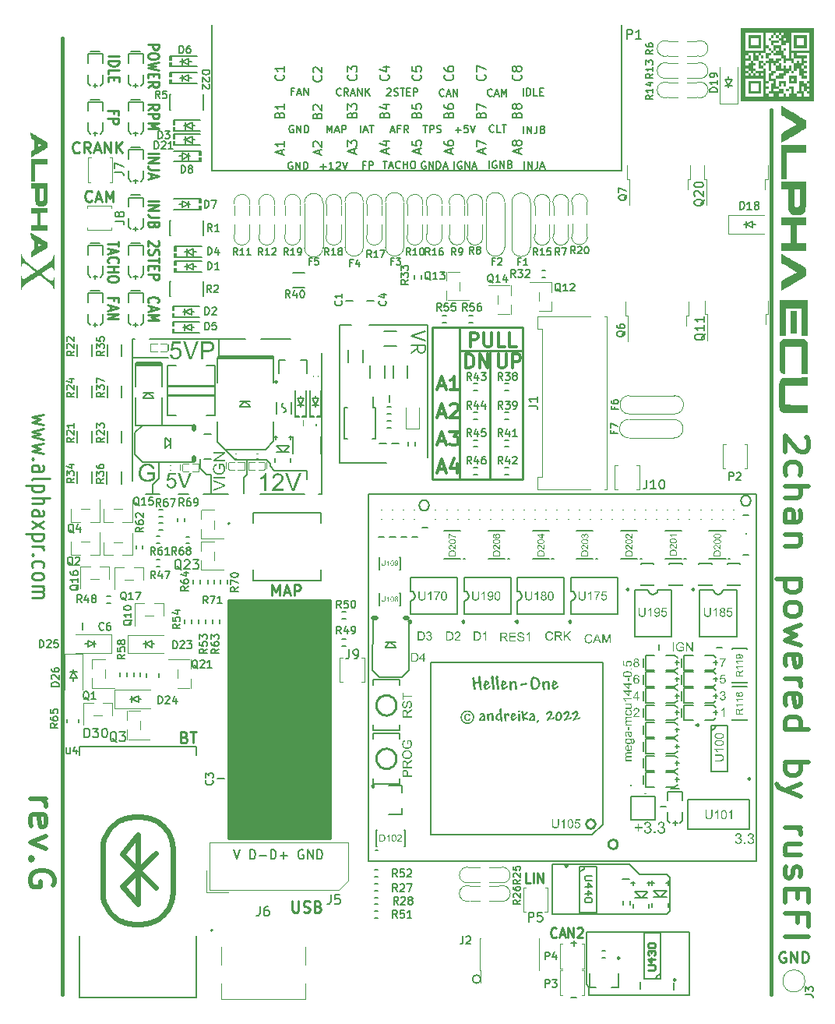
<source format=gto>
G75*
G70*
%OFA0B0*%
%FSLAX25Y25*%
%IPPOS*%
%LPD*%
%AMOC8*
5,1,8,0,0,1.08239X$1,22.5*
%
%ADD126C,0.00394*%
%ADD193C,0.00300*%
%ADD63C,0.01575*%
%ADD64C,0.00787*%
%ADD65C,0.01181*%
%ADD66C,0.00800*%
%ADD67C,0.01969*%
%ADD68C,0.01000*%
%ADD69C,0.00472*%
%ADD75C,0.00984*%
%ADD76C,0.01500*%
%ADD77C,0.00669*%
%ADD78C,0.00591*%
%ADD79C,0.00500*%
%ADD80C,0.00390*%
%ADD81C,0.02484*%
%ADD87C,0.01968*%
X0000000Y0000000D02*
%LPD*%
G01*
D75*
X0216535Y0277953D02*
X0189764Y0277953D01*
X0189764Y0287795D02*
X0189764Y0222835D01*
X0090551Y0171063D02*
X0134252Y0171063D01*
X0134252Y0069094D01*
X0090551Y0069094D01*
X0090551Y0171063D01*
G36*
X0090551Y0171063D02*
G01*
X0134252Y0171063D01*
X0134252Y0069094D01*
X0090551Y0069094D01*
X0090551Y0171063D01*
G37*
D76*
X0322835Y0002362D02*
X0322835Y0380709D01*
D75*
X0216535Y0287795D02*
X0177953Y0287795D01*
X0216535Y0222835D02*
X0216535Y0287795D01*
X0177953Y0287795D02*
X0177953Y0222835D01*
X0177953Y0222835D02*
X0216535Y0222835D01*
D76*
X0019685Y0002362D02*
X0019685Y0411417D01*
D75*
X0202756Y0222835D02*
X0202756Y0277953D01*
D77*
X0216969Y0370841D02*
X0216969Y0373991D01*
X0218468Y0370841D02*
X0218468Y0373991D01*
X0218468Y0373991D02*
X0220268Y0370841D01*
X0220268Y0370841D02*
X0220268Y0373991D01*
X0222668Y0373991D02*
X0222668Y0371741D01*
X0222668Y0371741D02*
X0222518Y0371291D01*
X0222518Y0371291D02*
X0222218Y0370991D01*
X0222218Y0370991D02*
X0221768Y0370841D01*
X0221768Y0370841D02*
X0221468Y0370841D01*
X0225218Y0372491D02*
X0225667Y0372341D01*
X0225667Y0372341D02*
X0225817Y0372191D01*
X0225817Y0372191D02*
X0225967Y0371891D01*
X0225967Y0371891D02*
X0225967Y0371441D01*
X0225967Y0371441D02*
X0225817Y0371141D01*
X0225817Y0371141D02*
X0225667Y0370991D01*
X0225667Y0370991D02*
X0225367Y0370841D01*
X0225367Y0370841D02*
X0224168Y0370841D01*
X0224168Y0370841D02*
X0224168Y0373991D01*
X0224168Y0373991D02*
X0225218Y0373991D01*
X0225218Y0373991D02*
X0225517Y0373841D01*
X0225517Y0373841D02*
X0225667Y0373691D01*
X0225667Y0373691D02*
X0225817Y0373391D01*
X0225817Y0373391D02*
X0225817Y0373091D01*
X0225817Y0373091D02*
X0225667Y0372791D01*
X0225667Y0372791D02*
X0225517Y0372641D01*
X0225517Y0372641D02*
X0225218Y0372491D01*
X0225218Y0372491D02*
X0224168Y0372491D01*
X0182904Y0386925D02*
X0182754Y0386775D01*
X0182754Y0386775D02*
X0182304Y0386625D01*
X0182304Y0386625D02*
X0182004Y0386625D01*
X0182004Y0386625D02*
X0181555Y0386775D01*
X0181555Y0386775D02*
X0181255Y0387075D01*
X0181255Y0387075D02*
X0181105Y0387375D01*
X0181105Y0387375D02*
X0180955Y0387975D01*
X0180955Y0387975D02*
X0180955Y0388425D01*
X0180955Y0388425D02*
X0181105Y0389025D01*
X0181105Y0389025D02*
X0181255Y0389325D01*
X0181255Y0389325D02*
X0181555Y0389625D01*
X0181555Y0389625D02*
X0182004Y0389775D01*
X0182004Y0389775D02*
X0182304Y0389775D01*
X0182304Y0389775D02*
X0182754Y0389625D01*
X0182754Y0389625D02*
X0182904Y0389475D01*
X0184104Y0387525D02*
X0185604Y0387525D01*
X0183804Y0386625D02*
X0184854Y0389775D01*
X0184854Y0389775D02*
X0185904Y0386625D01*
X0186954Y0386625D02*
X0186954Y0389775D01*
X0186954Y0389775D02*
X0188754Y0386625D01*
X0188754Y0386625D02*
X0188754Y0389775D01*
X0237156Y0001228D02*
X0239616Y0001228D01*
X0118073Y0358467D02*
X0117773Y0358617D01*
X0117773Y0358617D02*
X0117323Y0358617D01*
X0117323Y0358617D02*
X0116873Y0358467D01*
X0116873Y0358467D02*
X0116573Y0358167D01*
X0116573Y0358167D02*
X0116423Y0357867D01*
X0116423Y0357867D02*
X0116273Y0357267D01*
X0116273Y0357267D02*
X0116273Y0356817D01*
X0116273Y0356817D02*
X0116423Y0356217D01*
X0116423Y0356217D02*
X0116573Y0355917D01*
X0116573Y0355917D02*
X0116873Y0355617D01*
X0116873Y0355617D02*
X0117323Y0355468D01*
X0117323Y0355468D02*
X0117623Y0355468D01*
X0117623Y0355468D02*
X0118073Y0355617D01*
X0118073Y0355617D02*
X0118223Y0355767D01*
X0118223Y0355767D02*
X0118223Y0356817D01*
X0118223Y0356817D02*
X0117623Y0356817D01*
X0119573Y0355468D02*
X0119573Y0358617D01*
X0119573Y0358617D02*
X0121372Y0355468D01*
X0121372Y0355468D02*
X0121372Y0358617D01*
X0122872Y0355468D02*
X0122872Y0358617D01*
X0122872Y0358617D02*
X0123622Y0358617D01*
X0123622Y0358617D02*
X0124072Y0358467D01*
X0124072Y0358467D02*
X0124372Y0358167D01*
X0124372Y0358167D02*
X0124522Y0357867D01*
X0124522Y0357867D02*
X0124672Y0357267D01*
X0124672Y0357267D02*
X0124672Y0356817D01*
X0124672Y0356817D02*
X0124522Y0356217D01*
X0124522Y0356217D02*
X0124372Y0355917D01*
X0124372Y0355917D02*
X0124072Y0355617D01*
X0124072Y0355617D02*
X0123622Y0355468D01*
X0123622Y0355468D02*
X0122872Y0355468D01*
D75*
X0056583Y0298388D02*
X0056358Y0298575D01*
X0056358Y0298575D02*
X0056133Y0299138D01*
X0056133Y0299138D02*
X0056133Y0299513D01*
X0056133Y0299513D02*
X0056358Y0300075D01*
X0056358Y0300075D02*
X0056808Y0300450D01*
X0056808Y0300450D02*
X0057258Y0300637D01*
X0057258Y0300637D02*
X0058158Y0300825D01*
X0058158Y0300825D02*
X0058833Y0300825D01*
X0058833Y0300825D02*
X0059733Y0300637D01*
X0059733Y0300637D02*
X0060183Y0300450D01*
X0060183Y0300450D02*
X0060633Y0300075D01*
X0060633Y0300075D02*
X0060858Y0299513D01*
X0060858Y0299513D02*
X0060858Y0299138D01*
X0060858Y0299138D02*
X0060633Y0298575D01*
X0060633Y0298575D02*
X0060408Y0298388D01*
X0057483Y0296888D02*
X0057483Y0295013D01*
X0056133Y0297263D02*
X0060858Y0295951D01*
X0060858Y0295951D02*
X0056133Y0294638D01*
X0056133Y0293326D02*
X0060858Y0293326D01*
X0060858Y0293326D02*
X0057483Y0292014D01*
X0057483Y0292014D02*
X0060858Y0290701D01*
X0060858Y0290701D02*
X0056133Y0290701D01*
D77*
X0237235Y0024417D02*
X0239694Y0024417D01*
X0238465Y0023187D02*
X0238465Y0025647D01*
D75*
X0060605Y0324784D02*
X0060830Y0324597D01*
X0060830Y0324597D02*
X0061055Y0324222D01*
X0061055Y0324222D02*
X0061055Y0323285D01*
X0061055Y0323285D02*
X0060830Y0322910D01*
X0060830Y0322910D02*
X0060605Y0322722D01*
X0060605Y0322722D02*
X0060155Y0322535D01*
X0060155Y0322535D02*
X0059705Y0322535D01*
X0059705Y0322535D02*
X0059030Y0322722D01*
X0059030Y0322722D02*
X0056330Y0324972D01*
X0056330Y0324972D02*
X0056330Y0322535D01*
X0056555Y0321035D02*
X0056330Y0320472D01*
X0056330Y0320472D02*
X0056330Y0319535D01*
X0056330Y0319535D02*
X0056555Y0319160D01*
X0056555Y0319160D02*
X0056780Y0318973D01*
X0056780Y0318973D02*
X0057230Y0318785D01*
X0057230Y0318785D02*
X0057680Y0318785D01*
X0057680Y0318785D02*
X0058130Y0318973D01*
X0058130Y0318973D02*
X0058355Y0319160D01*
X0058355Y0319160D02*
X0058580Y0319535D01*
X0058580Y0319535D02*
X0058805Y0320285D01*
X0058805Y0320285D02*
X0059030Y0320660D01*
X0059030Y0320660D02*
X0059255Y0320847D01*
X0059255Y0320847D02*
X0059705Y0321035D01*
X0059705Y0321035D02*
X0060155Y0321035D01*
X0060155Y0321035D02*
X0060605Y0320847D01*
X0060605Y0320847D02*
X0060830Y0320660D01*
X0060830Y0320660D02*
X0061055Y0320285D01*
X0061055Y0320285D02*
X0061055Y0319348D01*
X0061055Y0319348D02*
X0060830Y0318785D01*
X0061055Y0317660D02*
X0061055Y0315411D01*
X0056330Y0316535D02*
X0061055Y0316535D01*
X0058805Y0314098D02*
X0058805Y0312786D01*
X0056330Y0312223D02*
X0056330Y0314098D01*
X0056330Y0314098D02*
X0061055Y0314098D01*
X0061055Y0314098D02*
X0061055Y0312223D01*
X0056330Y0310536D02*
X0061055Y0310536D01*
X0061055Y0310536D02*
X0061055Y0309036D01*
X0061055Y0309036D02*
X0060830Y0308661D01*
X0060830Y0308661D02*
X0060605Y0308474D01*
X0060605Y0308474D02*
X0060155Y0308286D01*
X0060155Y0308286D02*
X0059480Y0308286D01*
X0059480Y0308286D02*
X0059030Y0308474D01*
X0059030Y0308474D02*
X0058805Y0308661D01*
X0058805Y0308661D02*
X0058580Y0309036D01*
X0058580Y0309036D02*
X0058580Y0310536D01*
D65*
X0192341Y0270469D02*
X0192341Y0276375D01*
X0192341Y0276375D02*
X0193747Y0276375D01*
X0193747Y0276375D02*
X0194590Y0276093D01*
X0194590Y0276093D02*
X0195153Y0275531D01*
X0195153Y0275531D02*
X0195434Y0274969D01*
X0195434Y0274969D02*
X0195715Y0273844D01*
X0195715Y0273844D02*
X0195715Y0273000D01*
X0195715Y0273000D02*
X0195434Y0271875D01*
X0195434Y0271875D02*
X0195153Y0271313D01*
X0195153Y0271313D02*
X0194590Y0270750D01*
X0194590Y0270750D02*
X0193747Y0270469D01*
X0193747Y0270469D02*
X0192341Y0270469D01*
X0198246Y0270469D02*
X0198246Y0276375D01*
X0198246Y0276375D02*
X0201621Y0270469D01*
X0201621Y0270469D02*
X0201621Y0276375D01*
D75*
X0056133Y0380952D02*
X0058383Y0382265D01*
X0056133Y0383202D02*
X0060858Y0383202D01*
X0060858Y0383202D02*
X0060858Y0381702D01*
X0060858Y0381702D02*
X0060633Y0381327D01*
X0060633Y0381327D02*
X0060408Y0381140D01*
X0060408Y0381140D02*
X0059958Y0380952D01*
X0059958Y0380952D02*
X0059283Y0380952D01*
X0059283Y0380952D02*
X0058833Y0381140D01*
X0058833Y0381140D02*
X0058608Y0381327D01*
X0058608Y0381327D02*
X0058383Y0381702D01*
X0058383Y0381702D02*
X0058383Y0383202D01*
X0056133Y0379265D02*
X0060858Y0379265D01*
X0060858Y0379265D02*
X0060858Y0377765D01*
X0060858Y0377765D02*
X0060633Y0377390D01*
X0060633Y0377390D02*
X0060408Y0377203D01*
X0060408Y0377203D02*
X0059958Y0377015D01*
X0059958Y0377015D02*
X0059283Y0377015D01*
X0059283Y0377015D02*
X0058833Y0377203D01*
X0058833Y0377203D02*
X0058608Y0377390D01*
X0058608Y0377390D02*
X0058383Y0377765D01*
X0058383Y0377765D02*
X0058383Y0379265D01*
X0056133Y0375328D02*
X0060858Y0375328D01*
X0060858Y0375328D02*
X0057483Y0374016D01*
X0057483Y0374016D02*
X0060858Y0372703D01*
X0060858Y0372703D02*
X0056133Y0372703D01*
D77*
X0158527Y0389799D02*
X0158677Y0389949D01*
X0158677Y0389949D02*
X0158977Y0390099D01*
X0158977Y0390099D02*
X0159727Y0390099D01*
X0159727Y0390099D02*
X0160027Y0389949D01*
X0160027Y0389949D02*
X0160176Y0389799D01*
X0160176Y0389799D02*
X0160326Y0389499D01*
X0160326Y0389499D02*
X0160326Y0389199D01*
X0160326Y0389199D02*
X0160176Y0388749D01*
X0160176Y0388749D02*
X0158377Y0386950D01*
X0158377Y0386950D02*
X0160326Y0386950D01*
X0161526Y0387100D02*
X0161976Y0386950D01*
X0161976Y0386950D02*
X0162726Y0386950D01*
X0162726Y0386950D02*
X0163026Y0387100D01*
X0163026Y0387100D02*
X0163176Y0387250D01*
X0163176Y0387250D02*
X0163326Y0387550D01*
X0163326Y0387550D02*
X0163326Y0387850D01*
X0163326Y0387850D02*
X0163176Y0388150D01*
X0163176Y0388150D02*
X0163026Y0388300D01*
X0163026Y0388300D02*
X0162726Y0388450D01*
X0162726Y0388450D02*
X0162126Y0388599D01*
X0162126Y0388599D02*
X0161826Y0388749D01*
X0161826Y0388749D02*
X0161676Y0388899D01*
X0161676Y0388899D02*
X0161526Y0389199D01*
X0161526Y0389199D02*
X0161526Y0389499D01*
X0161526Y0389499D02*
X0161676Y0389799D01*
X0161676Y0389799D02*
X0161826Y0389949D01*
X0161826Y0389949D02*
X0162126Y0390099D01*
X0162126Y0390099D02*
X0162876Y0390099D01*
X0162876Y0390099D02*
X0163326Y0389949D01*
X0164226Y0390099D02*
X0166026Y0390099D01*
X0165126Y0386950D02*
X0165126Y0390099D01*
X0167076Y0388599D02*
X0168125Y0388599D01*
X0168575Y0386950D02*
X0167076Y0386950D01*
X0167076Y0386950D02*
X0167076Y0390099D01*
X0167076Y0390099D02*
X0168575Y0390099D01*
X0169925Y0386950D02*
X0169925Y0390099D01*
X0169925Y0390099D02*
X0171125Y0390099D01*
X0171125Y0390099D02*
X0171425Y0389949D01*
X0171425Y0389949D02*
X0171575Y0389799D01*
X0171575Y0389799D02*
X0171725Y0389499D01*
X0171725Y0389499D02*
X0171725Y0389049D01*
X0171725Y0389049D02*
X0171575Y0388749D01*
X0171575Y0388749D02*
X0171425Y0388599D01*
X0171425Y0388599D02*
X0171125Y0388450D01*
X0171125Y0388450D02*
X0169925Y0388450D01*
D75*
X0056133Y0362336D02*
X0060858Y0362336D01*
X0056133Y0360461D02*
X0060858Y0360461D01*
X0060858Y0360461D02*
X0056133Y0358211D01*
X0056133Y0358211D02*
X0060858Y0358211D01*
X0060858Y0355212D02*
X0057483Y0355212D01*
X0057483Y0355212D02*
X0056808Y0355399D01*
X0056808Y0355399D02*
X0056358Y0355774D01*
X0056358Y0355774D02*
X0056133Y0356337D01*
X0056133Y0356337D02*
X0056133Y0356712D01*
X0057483Y0353525D02*
X0057483Y0351650D01*
X0056133Y0353900D02*
X0060858Y0352587D01*
X0060858Y0352587D02*
X0056133Y0351275D01*
D77*
X0138819Y0387250D02*
X0138669Y0387100D01*
X0138669Y0387100D02*
X0138219Y0386950D01*
X0138219Y0386950D02*
X0137919Y0386950D01*
X0137919Y0386950D02*
X0137469Y0387100D01*
X0137469Y0387100D02*
X0137169Y0387400D01*
X0137169Y0387400D02*
X0137019Y0387700D01*
X0137019Y0387700D02*
X0136869Y0388300D01*
X0136869Y0388300D02*
X0136869Y0388749D01*
X0136869Y0388749D02*
X0137019Y0389349D01*
X0137019Y0389349D02*
X0137169Y0389649D01*
X0137169Y0389649D02*
X0137469Y0389949D01*
X0137469Y0389949D02*
X0137919Y0390099D01*
X0137919Y0390099D02*
X0138219Y0390099D01*
X0138219Y0390099D02*
X0138669Y0389949D01*
X0138669Y0389949D02*
X0138819Y0389799D01*
X0141968Y0386950D02*
X0140919Y0388450D01*
X0140169Y0386950D02*
X0140169Y0390099D01*
X0140169Y0390099D02*
X0141368Y0390099D01*
X0141368Y0390099D02*
X0141668Y0389949D01*
X0141668Y0389949D02*
X0141818Y0389799D01*
X0141818Y0389799D02*
X0141968Y0389499D01*
X0141968Y0389499D02*
X0141968Y0389049D01*
X0141968Y0389049D02*
X0141818Y0388749D01*
X0141818Y0388749D02*
X0141668Y0388599D01*
X0141668Y0388599D02*
X0141368Y0388450D01*
X0141368Y0388450D02*
X0140169Y0388450D01*
X0143168Y0387850D02*
X0144668Y0387850D01*
X0142868Y0386950D02*
X0143918Y0390099D01*
X0143918Y0390099D02*
X0144968Y0386950D01*
X0146018Y0386950D02*
X0146018Y0390099D01*
X0146018Y0390099D02*
X0147818Y0386950D01*
X0147818Y0386950D02*
X0147818Y0390099D01*
X0149317Y0386950D02*
X0149317Y0390099D01*
X0151117Y0386950D02*
X0149767Y0388749D01*
X0151117Y0390099D02*
X0149317Y0388300D01*
X0132923Y0371022D02*
X0132923Y0374172D01*
X0132923Y0374172D02*
X0133973Y0371922D01*
X0133973Y0371922D02*
X0135023Y0374172D01*
X0135023Y0374172D02*
X0135023Y0371022D01*
X0136373Y0371922D02*
X0137873Y0371922D01*
X0136073Y0371022D02*
X0137123Y0374172D01*
X0137123Y0374172D02*
X0138173Y0371022D01*
X0139222Y0371022D02*
X0139222Y0374172D01*
X0139222Y0374172D02*
X0140422Y0374172D01*
X0140422Y0374172D02*
X0140722Y0374022D01*
X0140722Y0374022D02*
X0140872Y0373872D01*
X0140872Y0373872D02*
X0141022Y0373572D01*
X0141022Y0373572D02*
X0141022Y0373122D01*
X0141022Y0373122D02*
X0140872Y0372822D01*
X0140872Y0372822D02*
X0140722Y0372672D01*
X0140722Y0372672D02*
X0140422Y0372522D01*
X0140422Y0372522D02*
X0139222Y0372522D01*
D65*
X0180642Y0239086D02*
X0183454Y0239086D01*
X0180080Y0237398D02*
X0182048Y0243304D01*
X0182048Y0243304D02*
X0184017Y0237398D01*
X0185423Y0243304D02*
X0189078Y0243304D01*
X0189078Y0243304D02*
X0187110Y0241054D01*
X0187110Y0241054D02*
X0187954Y0241054D01*
X0187954Y0241054D02*
X0188516Y0240773D01*
X0188516Y0240773D02*
X0188797Y0240492D01*
X0188797Y0240492D02*
X0189078Y0239929D01*
X0189078Y0239929D02*
X0189078Y0238523D01*
X0189078Y0238523D02*
X0188797Y0237961D01*
X0188797Y0237961D02*
X0188516Y0237680D01*
X0188516Y0237680D02*
X0187954Y0237398D01*
X0187954Y0237398D02*
X0186266Y0237398D01*
X0186266Y0237398D02*
X0185704Y0237680D01*
X0185704Y0237680D02*
X0185423Y0237961D01*
D77*
X0130081Y0356667D02*
X0132480Y0356667D01*
X0131280Y0355468D02*
X0131280Y0357867D01*
X0135630Y0355468D02*
X0133830Y0355468D01*
X0134730Y0355468D02*
X0134730Y0358617D01*
X0134730Y0358617D02*
X0134430Y0358167D01*
X0134430Y0358167D02*
X0134130Y0357867D01*
X0134130Y0357867D02*
X0133830Y0357717D01*
X0136830Y0358317D02*
X0136980Y0358467D01*
X0136980Y0358467D02*
X0137280Y0358617D01*
X0137280Y0358617D02*
X0138030Y0358617D01*
X0138030Y0358617D02*
X0138330Y0358467D01*
X0138330Y0358467D02*
X0138480Y0358317D01*
X0138480Y0358317D02*
X0138630Y0358017D01*
X0138630Y0358017D02*
X0138630Y0357717D01*
X0138630Y0357717D02*
X0138480Y0357267D01*
X0138480Y0357267D02*
X0136680Y0355468D01*
X0136680Y0355468D02*
X0138630Y0355468D01*
X0139529Y0358617D02*
X0140579Y0355468D01*
X0140579Y0355468D02*
X0141629Y0358617D01*
D75*
X0026884Y0362882D02*
X0026659Y0362657D01*
X0026659Y0362657D02*
X0025984Y0362433D01*
X0025984Y0362433D02*
X0025534Y0362433D01*
X0025534Y0362433D02*
X0024859Y0362657D01*
X0024859Y0362657D02*
X0024409Y0363107D01*
X0024409Y0363107D02*
X0024184Y0363557D01*
X0024184Y0363557D02*
X0023960Y0364457D01*
X0023960Y0364457D02*
X0023960Y0365132D01*
X0023960Y0365132D02*
X0024184Y0366032D01*
X0024184Y0366032D02*
X0024409Y0366482D01*
X0024409Y0366482D02*
X0024859Y0366932D01*
X0024859Y0366932D02*
X0025534Y0367157D01*
X0025534Y0367157D02*
X0025984Y0367157D01*
X0025984Y0367157D02*
X0026659Y0366932D01*
X0026659Y0366932D02*
X0026884Y0366707D01*
X0031609Y0362433D02*
X0030034Y0364682D01*
X0028909Y0362433D02*
X0028909Y0367157D01*
X0028909Y0367157D02*
X0030709Y0367157D01*
X0030709Y0367157D02*
X0031159Y0366932D01*
X0031159Y0366932D02*
X0031384Y0366707D01*
X0031384Y0366707D02*
X0031609Y0366257D01*
X0031609Y0366257D02*
X0031609Y0365582D01*
X0031609Y0365582D02*
X0031384Y0365132D01*
X0031384Y0365132D02*
X0031159Y0364907D01*
X0031159Y0364907D02*
X0030709Y0364682D01*
X0030709Y0364682D02*
X0028909Y0364682D01*
X0033408Y0363782D02*
X0035658Y0363782D01*
X0032958Y0362433D02*
X0034533Y0367157D01*
X0034533Y0367157D02*
X0036108Y0362433D01*
X0037683Y0362433D02*
X0037683Y0367157D01*
X0037683Y0367157D02*
X0040382Y0362433D01*
X0040382Y0362433D02*
X0040382Y0367157D01*
X0042632Y0362433D02*
X0042632Y0367157D01*
X0045332Y0362433D02*
X0043307Y0365132D01*
X0045332Y0367157D02*
X0042632Y0364457D01*
D77*
X0187355Y0355625D02*
X0187355Y0358775D01*
X0190504Y0358625D02*
X0190204Y0358775D01*
X0190204Y0358775D02*
X0189754Y0358775D01*
X0189754Y0358775D02*
X0189304Y0358625D01*
X0189304Y0358625D02*
X0189004Y0358325D01*
X0189004Y0358325D02*
X0188855Y0358025D01*
X0188855Y0358025D02*
X0188705Y0357425D01*
X0188705Y0357425D02*
X0188705Y0356975D01*
X0188705Y0356975D02*
X0188855Y0356375D01*
X0188855Y0356375D02*
X0189004Y0356075D01*
X0189004Y0356075D02*
X0189304Y0355775D01*
X0189304Y0355775D02*
X0189754Y0355625D01*
X0189754Y0355625D02*
X0190054Y0355625D01*
X0190054Y0355625D02*
X0190504Y0355775D01*
X0190504Y0355775D02*
X0190654Y0355925D01*
X0190654Y0355925D02*
X0190654Y0356975D01*
X0190654Y0356975D02*
X0190054Y0356975D01*
X0192004Y0355625D02*
X0192004Y0358775D01*
X0192004Y0358775D02*
X0193804Y0355625D01*
X0193804Y0355625D02*
X0193804Y0358775D01*
X0195154Y0356525D02*
X0196654Y0356525D01*
X0194854Y0355625D02*
X0195904Y0358775D01*
X0195904Y0358775D02*
X0196954Y0355625D01*
X0160237Y0371995D02*
X0161737Y0371995D01*
X0159938Y0371095D02*
X0160987Y0374245D01*
X0160987Y0374245D02*
X0162037Y0371095D01*
X0164137Y0372745D02*
X0163087Y0372745D01*
X0163087Y0371095D02*
X0163087Y0374245D01*
X0163087Y0374245D02*
X0164587Y0374245D01*
X0167587Y0371095D02*
X0166537Y0372595D01*
X0165787Y0371095D02*
X0165787Y0374245D01*
X0165787Y0374245D02*
X0166987Y0374245D01*
X0166987Y0374245D02*
X0167287Y0374095D01*
X0167287Y0374095D02*
X0167437Y0373945D01*
X0167437Y0373945D02*
X0167587Y0373645D01*
X0167587Y0373645D02*
X0167587Y0373195D01*
X0167587Y0373195D02*
X0167437Y0372895D01*
X0167437Y0372895D02*
X0167287Y0372745D01*
X0167287Y0372745D02*
X0166987Y0372595D01*
X0166987Y0372595D02*
X0165787Y0372595D01*
D67*
X0005874Y0086087D02*
X0012698Y0086087D01*
X0010748Y0086087D02*
X0011723Y0085543D01*
X0011723Y0085543D02*
X0012210Y0084999D01*
X0012210Y0084999D02*
X0012698Y0083912D01*
X0012698Y0083912D02*
X0012698Y0082825D01*
X0006361Y0074669D02*
X0005874Y0075757D01*
X0005874Y0075757D02*
X0005874Y0077932D01*
X0005874Y0077932D02*
X0006361Y0079019D01*
X0006361Y0079019D02*
X0007336Y0079563D01*
X0007336Y0079563D02*
X0011235Y0079563D01*
X0011235Y0079563D02*
X0012210Y0079019D01*
X0012210Y0079019D02*
X0012698Y0077932D01*
X0012698Y0077932D02*
X0012698Y0075757D01*
X0012698Y0075757D02*
X0012210Y0074669D01*
X0012210Y0074669D02*
X0011235Y0074126D01*
X0011235Y0074126D02*
X0010261Y0074126D01*
X0010261Y0074126D02*
X0009286Y0079563D01*
X0012698Y0070320D02*
X0005874Y0067602D01*
X0005874Y0067602D02*
X0012698Y0064883D01*
X0006848Y0060534D02*
X0006361Y0059990D01*
X0006361Y0059990D02*
X0005874Y0060534D01*
X0005874Y0060534D02*
X0006361Y0061077D01*
X0006361Y0061077D02*
X0006848Y0060534D01*
X0006848Y0060534D02*
X0005874Y0060534D01*
X0015622Y0049116D02*
X0016110Y0050204D01*
X0016110Y0050204D02*
X0016110Y0051835D01*
X0016110Y0051835D02*
X0015622Y0053466D01*
X0015622Y0053466D02*
X0014647Y0054553D01*
X0014647Y0054553D02*
X0013673Y0055097D01*
X0013673Y0055097D02*
X0011723Y0055641D01*
X0011723Y0055641D02*
X0010261Y0055641D01*
X0010261Y0055641D02*
X0008311Y0055097D01*
X0008311Y0055097D02*
X0007336Y0054553D01*
X0007336Y0054553D02*
X0006361Y0053466D01*
X0006361Y0053466D02*
X0005874Y0051835D01*
X0005874Y0051835D02*
X0005874Y0050747D01*
X0005874Y0050747D02*
X0006361Y0049116D01*
X0006361Y0049116D02*
X0006848Y0048573D01*
X0006848Y0048573D02*
X0010261Y0048573D01*
X0010261Y0048573D02*
X0010261Y0050747D01*
D75*
X0041482Y0379162D02*
X0041482Y0380474D01*
X0039007Y0380474D02*
X0043732Y0380474D01*
X0043732Y0380474D02*
X0043732Y0378600D01*
X0039007Y0377100D02*
X0043732Y0377100D01*
X0043732Y0377100D02*
X0043732Y0375600D01*
X0043732Y0375600D02*
X0043507Y0375225D01*
X0043507Y0375225D02*
X0043282Y0375037D01*
X0043282Y0375037D02*
X0042832Y0374850D01*
X0042832Y0374850D02*
X0042157Y0374850D01*
X0042157Y0374850D02*
X0041707Y0375037D01*
X0041707Y0375037D02*
X0041482Y0375225D01*
X0041482Y0375225D02*
X0041257Y0375600D01*
X0041257Y0375600D02*
X0041257Y0377100D01*
D67*
X0338093Y0240900D02*
X0338580Y0240357D01*
X0338580Y0240357D02*
X0339068Y0239269D01*
X0339068Y0239269D02*
X0339068Y0236551D01*
X0339068Y0236551D02*
X0338580Y0235463D01*
X0338580Y0235463D02*
X0338093Y0234920D01*
X0338093Y0234920D02*
X0337118Y0234376D01*
X0337118Y0234376D02*
X0336143Y0234376D01*
X0336143Y0234376D02*
X0334681Y0234920D01*
X0334681Y0234920D02*
X0328831Y0241444D01*
X0328831Y0241444D02*
X0328831Y0234376D01*
X0329319Y0224590D02*
X0328831Y0225677D01*
X0328831Y0225677D02*
X0328831Y0227852D01*
X0328831Y0227852D02*
X0329319Y0228939D01*
X0329319Y0228939D02*
X0329806Y0229483D01*
X0329806Y0229483D02*
X0330781Y0230027D01*
X0330781Y0230027D02*
X0333706Y0230027D01*
X0333706Y0230027D02*
X0334681Y0229483D01*
X0334681Y0229483D02*
X0335168Y0228939D01*
X0335168Y0228939D02*
X0335656Y0227852D01*
X0335656Y0227852D02*
X0335656Y0225677D01*
X0335656Y0225677D02*
X0335168Y0224590D01*
X0328831Y0219697D02*
X0339068Y0219697D01*
X0328831Y0214804D02*
X0334193Y0214804D01*
X0334193Y0214804D02*
X0335168Y0215347D01*
X0335168Y0215347D02*
X0335656Y0216435D01*
X0335656Y0216435D02*
X0335656Y0218066D01*
X0335656Y0218066D02*
X0335168Y0219153D01*
X0335168Y0219153D02*
X0334681Y0219697D01*
X0328831Y0204474D02*
X0334193Y0204474D01*
X0334193Y0204474D02*
X0335168Y0205017D01*
X0335168Y0205017D02*
X0335656Y0206105D01*
X0335656Y0206105D02*
X0335656Y0208279D01*
X0335656Y0208279D02*
X0335168Y0209367D01*
X0329319Y0204474D02*
X0328831Y0205561D01*
X0328831Y0205561D02*
X0328831Y0208279D01*
X0328831Y0208279D02*
X0329319Y0209367D01*
X0329319Y0209367D02*
X0330294Y0209910D01*
X0330294Y0209910D02*
X0331269Y0209910D01*
X0331269Y0209910D02*
X0332244Y0209367D01*
X0332244Y0209367D02*
X0332731Y0208279D01*
X0332731Y0208279D02*
X0332731Y0205561D01*
X0332731Y0205561D02*
X0333218Y0204474D01*
X0335656Y0199037D02*
X0328831Y0199037D01*
X0334681Y0199037D02*
X0335168Y0198493D01*
X0335168Y0198493D02*
X0335656Y0197406D01*
X0335656Y0197406D02*
X0335656Y0195775D01*
X0335656Y0195775D02*
X0335168Y0194687D01*
X0335168Y0194687D02*
X0334193Y0194144D01*
X0334193Y0194144D02*
X0328831Y0194144D01*
X0335656Y0180008D02*
X0325419Y0180008D01*
X0335168Y0180008D02*
X0335656Y0178921D01*
X0335656Y0178921D02*
X0335656Y0176746D01*
X0335656Y0176746D02*
X0335168Y0175658D01*
X0335168Y0175658D02*
X0334681Y0175115D01*
X0334681Y0175115D02*
X0333706Y0174571D01*
X0333706Y0174571D02*
X0330781Y0174571D01*
X0330781Y0174571D02*
X0329806Y0175115D01*
X0329806Y0175115D02*
X0329319Y0175658D01*
X0329319Y0175658D02*
X0328831Y0176746D01*
X0328831Y0176746D02*
X0328831Y0178921D01*
X0328831Y0178921D02*
X0329319Y0180008D01*
X0328831Y0168047D02*
X0329319Y0169134D01*
X0329319Y0169134D02*
X0329806Y0169678D01*
X0329806Y0169678D02*
X0330781Y0170222D01*
X0330781Y0170222D02*
X0333706Y0170222D01*
X0333706Y0170222D02*
X0334681Y0169678D01*
X0334681Y0169678D02*
X0335168Y0169134D01*
X0335168Y0169134D02*
X0335656Y0168047D01*
X0335656Y0168047D02*
X0335656Y0166416D01*
X0335656Y0166416D02*
X0335168Y0165328D01*
X0335168Y0165328D02*
X0334681Y0164785D01*
X0334681Y0164785D02*
X0333706Y0164241D01*
X0333706Y0164241D02*
X0330781Y0164241D01*
X0330781Y0164241D02*
X0329806Y0164785D01*
X0329806Y0164785D02*
X0329319Y0165328D01*
X0329319Y0165328D02*
X0328831Y0166416D01*
X0328831Y0166416D02*
X0328831Y0168047D01*
X0335656Y0160435D02*
X0328831Y0158261D01*
X0328831Y0158261D02*
X0333706Y0156086D01*
X0333706Y0156086D02*
X0328831Y0153911D01*
X0328831Y0153911D02*
X0335656Y0151736D01*
X0329319Y0143038D02*
X0328831Y0144125D01*
X0328831Y0144125D02*
X0328831Y0146300D01*
X0328831Y0146300D02*
X0329319Y0147387D01*
X0329319Y0147387D02*
X0330294Y0147931D01*
X0330294Y0147931D02*
X0334193Y0147931D01*
X0334193Y0147931D02*
X0335168Y0147387D01*
X0335168Y0147387D02*
X0335656Y0146300D01*
X0335656Y0146300D02*
X0335656Y0144125D01*
X0335656Y0144125D02*
X0335168Y0143038D01*
X0335168Y0143038D02*
X0334193Y0142494D01*
X0334193Y0142494D02*
X0333218Y0142494D01*
X0333218Y0142494D02*
X0332244Y0147931D01*
X0328831Y0137601D02*
X0335656Y0137601D01*
X0333706Y0137601D02*
X0334681Y0137057D01*
X0334681Y0137057D02*
X0335168Y0136513D01*
X0335168Y0136513D02*
X0335656Y0135426D01*
X0335656Y0135426D02*
X0335656Y0134339D01*
X0329319Y0126183D02*
X0328831Y0127271D01*
X0328831Y0127271D02*
X0328831Y0129445D01*
X0328831Y0129445D02*
X0329319Y0130533D01*
X0329319Y0130533D02*
X0330294Y0131077D01*
X0330294Y0131077D02*
X0334193Y0131077D01*
X0334193Y0131077D02*
X0335168Y0130533D01*
X0335168Y0130533D02*
X0335656Y0129445D01*
X0335656Y0129445D02*
X0335656Y0127271D01*
X0335656Y0127271D02*
X0335168Y0126183D01*
X0335168Y0126183D02*
X0334193Y0125640D01*
X0334193Y0125640D02*
X0333218Y0125640D01*
X0333218Y0125640D02*
X0332244Y0131077D01*
X0328831Y0115853D02*
X0339068Y0115853D01*
X0329319Y0115853D02*
X0328831Y0116941D01*
X0328831Y0116941D02*
X0328831Y0119116D01*
X0328831Y0119116D02*
X0329319Y0120203D01*
X0329319Y0120203D02*
X0329806Y0120747D01*
X0329806Y0120747D02*
X0330781Y0121290D01*
X0330781Y0121290D02*
X0333706Y0121290D01*
X0333706Y0121290D02*
X0334681Y0120747D01*
X0334681Y0120747D02*
X0335168Y0120203D01*
X0335168Y0120203D02*
X0335656Y0119116D01*
X0335656Y0119116D02*
X0335656Y0116941D01*
X0335656Y0116941D02*
X0335168Y0115853D01*
X0328831Y0101718D02*
X0339068Y0101718D01*
X0335168Y0101718D02*
X0335656Y0100630D01*
X0335656Y0100630D02*
X0335656Y0098456D01*
X0335656Y0098456D02*
X0335168Y0097368D01*
X0335168Y0097368D02*
X0334681Y0096825D01*
X0334681Y0096825D02*
X0333706Y0096281D01*
X0333706Y0096281D02*
X0330781Y0096281D01*
X0330781Y0096281D02*
X0329806Y0096825D01*
X0329806Y0096825D02*
X0329319Y0097368D01*
X0329319Y0097368D02*
X0328831Y0098456D01*
X0328831Y0098456D02*
X0328831Y0100630D01*
X0328831Y0100630D02*
X0329319Y0101718D01*
X0335656Y0092475D02*
X0328831Y0089757D01*
X0335656Y0087038D02*
X0328831Y0089757D01*
X0328831Y0089757D02*
X0326394Y0090844D01*
X0326394Y0090844D02*
X0325907Y0091388D01*
X0325907Y0091388D02*
X0325419Y0092475D01*
X0328831Y0073990D02*
X0335656Y0073990D01*
X0333706Y0073990D02*
X0334681Y0073446D01*
X0334681Y0073446D02*
X0335168Y0072903D01*
X0335168Y0072903D02*
X0335656Y0071815D01*
X0335656Y0071815D02*
X0335656Y0070728D01*
X0335656Y0062029D02*
X0328831Y0062029D01*
X0335656Y0066922D02*
X0330294Y0066922D01*
X0330294Y0066922D02*
X0329319Y0066378D01*
X0329319Y0066378D02*
X0328831Y0065291D01*
X0328831Y0065291D02*
X0328831Y0063660D01*
X0328831Y0063660D02*
X0329319Y0062573D01*
X0329319Y0062573D02*
X0329806Y0062029D01*
X0329319Y0057136D02*
X0328831Y0056048D01*
X0328831Y0056048D02*
X0328831Y0053874D01*
X0328831Y0053874D02*
X0329319Y0052786D01*
X0329319Y0052786D02*
X0330294Y0052243D01*
X0330294Y0052243D02*
X0330781Y0052243D01*
X0330781Y0052243D02*
X0331756Y0052786D01*
X0331756Y0052786D02*
X0332244Y0053874D01*
X0332244Y0053874D02*
X0332244Y0055505D01*
X0332244Y0055505D02*
X0332731Y0056592D01*
X0332731Y0056592D02*
X0333706Y0057136D01*
X0333706Y0057136D02*
X0334193Y0057136D01*
X0334193Y0057136D02*
X0335168Y0056592D01*
X0335168Y0056592D02*
X0335656Y0055505D01*
X0335656Y0055505D02*
X0335656Y0053874D01*
X0335656Y0053874D02*
X0335168Y0052786D01*
X0334193Y0047349D02*
X0334193Y0043544D01*
X0328831Y0041913D02*
X0328831Y0047349D01*
X0328831Y0047349D02*
X0339068Y0047349D01*
X0339068Y0047349D02*
X0339068Y0041913D01*
X0334193Y0033214D02*
X0334193Y0037020D01*
X0328831Y0037020D02*
X0339068Y0037020D01*
X0339068Y0037020D02*
X0339068Y0031583D01*
X0328831Y0027233D02*
X0339068Y0027233D01*
D75*
X0219873Y0050016D02*
X0217998Y0050016D01*
X0217998Y0050016D02*
X0217998Y0054347D01*
X0221185Y0050016D02*
X0221185Y0054347D01*
X0223060Y0050016D02*
X0223060Y0054347D01*
X0223060Y0054347D02*
X0225309Y0050016D01*
X0225309Y0050016D02*
X0225309Y0054347D01*
D77*
X0118620Y0388684D02*
X0117570Y0388684D01*
X0117570Y0387034D02*
X0117570Y0390184D01*
X0117570Y0390184D02*
X0119070Y0390184D01*
X0120120Y0387934D02*
X0121620Y0387934D01*
X0119820Y0387034D02*
X0120870Y0390184D01*
X0120870Y0390184D02*
X0121920Y0387034D01*
X0122970Y0387034D02*
X0122970Y0390184D01*
X0122970Y0390184D02*
X0124769Y0387034D01*
X0124769Y0387034D02*
X0124769Y0390184D01*
X0118461Y0374143D02*
X0118161Y0374293D01*
X0118161Y0374293D02*
X0117711Y0374293D01*
X0117711Y0374293D02*
X0117261Y0374143D01*
X0117261Y0374143D02*
X0116961Y0373843D01*
X0116961Y0373843D02*
X0116811Y0373543D01*
X0116811Y0373543D02*
X0116661Y0372943D01*
X0116661Y0372943D02*
X0116661Y0372493D01*
X0116661Y0372493D02*
X0116811Y0371893D01*
X0116811Y0371893D02*
X0116961Y0371593D01*
X0116961Y0371593D02*
X0117261Y0371293D01*
X0117261Y0371293D02*
X0117711Y0371143D01*
X0117711Y0371143D02*
X0118011Y0371143D01*
X0118011Y0371143D02*
X0118461Y0371293D01*
X0118461Y0371293D02*
X0118611Y0371443D01*
X0118611Y0371443D02*
X0118611Y0372493D01*
X0118611Y0372493D02*
X0118011Y0372493D01*
X0119961Y0371143D02*
X0119961Y0374293D01*
X0119961Y0374293D02*
X0121761Y0371143D01*
X0121761Y0371143D02*
X0121761Y0374293D01*
X0123260Y0371143D02*
X0123260Y0374293D01*
X0123260Y0374293D02*
X0124010Y0374293D01*
X0124010Y0374293D02*
X0124460Y0374143D01*
X0124460Y0374143D02*
X0124760Y0373843D01*
X0124760Y0373843D02*
X0124910Y0373543D01*
X0124910Y0373543D02*
X0125060Y0372943D01*
X0125060Y0372943D02*
X0125060Y0372493D01*
X0125060Y0372493D02*
X0124910Y0371893D01*
X0124910Y0371893D02*
X0124760Y0371593D01*
X0124760Y0371593D02*
X0124460Y0371293D01*
X0124460Y0371293D02*
X0124010Y0371143D01*
X0124010Y0371143D02*
X0123260Y0371143D01*
X0203496Y0386949D02*
X0203346Y0386799D01*
X0203346Y0386799D02*
X0202896Y0386649D01*
X0202896Y0386649D02*
X0202596Y0386649D01*
X0202596Y0386649D02*
X0202146Y0386799D01*
X0202146Y0386799D02*
X0201846Y0387099D01*
X0201846Y0387099D02*
X0201696Y0387399D01*
X0201696Y0387399D02*
X0201546Y0387999D01*
X0201546Y0387999D02*
X0201546Y0388449D01*
X0201546Y0388449D02*
X0201696Y0389048D01*
X0201696Y0389048D02*
X0201846Y0389348D01*
X0201846Y0389348D02*
X0202146Y0389648D01*
X0202146Y0389648D02*
X0202596Y0389798D01*
X0202596Y0389798D02*
X0202896Y0389798D01*
X0202896Y0389798D02*
X0203346Y0389648D01*
X0203346Y0389648D02*
X0203496Y0389498D01*
X0204695Y0387549D02*
X0206195Y0387549D01*
X0204395Y0386649D02*
X0205445Y0389798D01*
X0205445Y0389798D02*
X0206495Y0386649D01*
X0207545Y0386649D02*
X0207545Y0389798D01*
X0207545Y0389798D02*
X0208595Y0387549D01*
X0208595Y0387549D02*
X0209645Y0389798D01*
X0209645Y0389798D02*
X0209645Y0386649D01*
D75*
X0032171Y0342016D02*
X0031946Y0341791D01*
X0031946Y0341791D02*
X0031271Y0341566D01*
X0031271Y0341566D02*
X0030821Y0341566D01*
X0030821Y0341566D02*
X0030146Y0341791D01*
X0030146Y0341791D02*
X0029696Y0342241D01*
X0029696Y0342241D02*
X0029471Y0342691D01*
X0029471Y0342691D02*
X0029246Y0343591D01*
X0029246Y0343591D02*
X0029246Y0344266D01*
X0029246Y0344266D02*
X0029471Y0345166D01*
X0029471Y0345166D02*
X0029696Y0345616D01*
X0029696Y0345616D02*
X0030146Y0346066D01*
X0030146Y0346066D02*
X0030821Y0346291D01*
X0030821Y0346291D02*
X0031271Y0346291D01*
X0031271Y0346291D02*
X0031946Y0346066D01*
X0031946Y0346066D02*
X0032171Y0345841D01*
X0033971Y0342916D02*
X0036220Y0342916D01*
X0033521Y0341566D02*
X0035096Y0346291D01*
X0035096Y0346291D02*
X0036670Y0341566D01*
X0038245Y0341566D02*
X0038245Y0346291D01*
X0038245Y0346291D02*
X0039820Y0342916D01*
X0039820Y0342916D02*
X0041395Y0346291D01*
X0041395Y0346291D02*
X0041395Y0341566D01*
D77*
X0217278Y0355626D02*
X0217278Y0358776D01*
X0218778Y0355626D02*
X0218778Y0358776D01*
X0218778Y0358776D02*
X0220578Y0355626D01*
X0220578Y0355626D02*
X0220578Y0358776D01*
X0222977Y0358776D02*
X0222977Y0356526D01*
X0222977Y0356526D02*
X0222827Y0356076D01*
X0222827Y0356076D02*
X0222527Y0355776D01*
X0222527Y0355776D02*
X0222077Y0355626D01*
X0222077Y0355626D02*
X0221777Y0355626D01*
X0224327Y0356526D02*
X0225827Y0356526D01*
X0224027Y0355626D02*
X0225077Y0358776D01*
X0225077Y0358776D02*
X0226127Y0355626D01*
D78*
X0093082Y0064351D02*
X0094394Y0060414D01*
X0094394Y0060414D02*
X0095707Y0064351D01*
X0100019Y0060414D02*
X0100019Y0064351D01*
X0100019Y0064351D02*
X0100956Y0064351D01*
X0100956Y0064351D02*
X0101519Y0064164D01*
X0101519Y0064164D02*
X0101894Y0063789D01*
X0101894Y0063789D02*
X0102081Y0063414D01*
X0102081Y0063414D02*
X0102268Y0062664D01*
X0102268Y0062664D02*
X0102268Y0062101D01*
X0102268Y0062101D02*
X0102081Y0061351D01*
X0102081Y0061351D02*
X0101894Y0060977D01*
X0101894Y0060977D02*
X0101519Y0060602D01*
X0101519Y0060602D02*
X0100956Y0060414D01*
X0100956Y0060414D02*
X0100019Y0060414D01*
X0103956Y0061914D02*
X0106955Y0061914D01*
X0108830Y0060414D02*
X0108830Y0064351D01*
X0108830Y0064351D02*
X0109768Y0064351D01*
X0109768Y0064351D02*
X0110330Y0064164D01*
X0110330Y0064164D02*
X0110705Y0063789D01*
X0110705Y0063789D02*
X0110892Y0063414D01*
X0110892Y0063414D02*
X0111080Y0062664D01*
X0111080Y0062664D02*
X0111080Y0062101D01*
X0111080Y0062101D02*
X0110892Y0061351D01*
X0110892Y0061351D02*
X0110705Y0060977D01*
X0110705Y0060977D02*
X0110330Y0060602D01*
X0110330Y0060602D02*
X0109768Y0060414D01*
X0109768Y0060414D02*
X0108830Y0060414D01*
X0112767Y0061914D02*
X0115767Y0061914D01*
X0114267Y0060414D02*
X0114267Y0063414D01*
X0122703Y0064164D02*
X0122328Y0064351D01*
X0122328Y0064351D02*
X0121766Y0064351D01*
X0121766Y0064351D02*
X0121204Y0064164D01*
X0121204Y0064164D02*
X0120829Y0063789D01*
X0120829Y0063789D02*
X0120641Y0063414D01*
X0120641Y0063414D02*
X0120454Y0062664D01*
X0120454Y0062664D02*
X0120454Y0062101D01*
X0120454Y0062101D02*
X0120641Y0061351D01*
X0120641Y0061351D02*
X0120829Y0060977D01*
X0120829Y0060977D02*
X0121204Y0060602D01*
X0121204Y0060602D02*
X0121766Y0060414D01*
X0121766Y0060414D02*
X0122141Y0060414D01*
X0122141Y0060414D02*
X0122703Y0060602D01*
X0122703Y0060602D02*
X0122891Y0060789D01*
X0122891Y0060789D02*
X0122891Y0062101D01*
X0122891Y0062101D02*
X0122141Y0062101D01*
X0124578Y0060414D02*
X0124578Y0064351D01*
X0124578Y0064351D02*
X0126828Y0060414D01*
X0126828Y0060414D02*
X0126828Y0064351D01*
X0128703Y0060414D02*
X0128703Y0064351D01*
X0128703Y0064351D02*
X0129640Y0064351D01*
X0129640Y0064351D02*
X0130202Y0064164D01*
X0130202Y0064164D02*
X0130577Y0063789D01*
X0130577Y0063789D02*
X0130765Y0063414D01*
X0130765Y0063414D02*
X0130952Y0062664D01*
X0130952Y0062664D02*
X0130952Y0062101D01*
X0130952Y0062101D02*
X0130765Y0061351D01*
X0130765Y0061351D02*
X0130577Y0060977D01*
X0130577Y0060977D02*
X0130202Y0060602D01*
X0130202Y0060602D02*
X0129640Y0060414D01*
X0129640Y0060414D02*
X0128703Y0060414D01*
D77*
X0187842Y0372295D02*
X0190242Y0372295D01*
X0189042Y0371095D02*
X0189042Y0373495D01*
X0193242Y0374245D02*
X0191742Y0374245D01*
X0191742Y0374245D02*
X0191592Y0372745D01*
X0191592Y0372745D02*
X0191742Y0372895D01*
X0191742Y0372895D02*
X0192042Y0373045D01*
X0192042Y0373045D02*
X0192792Y0373045D01*
X0192792Y0373045D02*
X0193092Y0372895D01*
X0193092Y0372895D02*
X0193242Y0372745D01*
X0193242Y0372745D02*
X0193392Y0372445D01*
X0193392Y0372445D02*
X0193392Y0371695D01*
X0193392Y0371695D02*
X0193242Y0371395D01*
X0193242Y0371395D02*
X0193092Y0371245D01*
X0193092Y0371245D02*
X0192792Y0371095D01*
X0192792Y0371095D02*
X0192042Y0371095D01*
X0192042Y0371095D02*
X0191742Y0371245D01*
X0191742Y0371245D02*
X0191592Y0371395D01*
X0194291Y0374245D02*
X0195341Y0371095D01*
X0195341Y0371095D02*
X0196391Y0374245D01*
X0147315Y0371132D02*
X0147315Y0374282D01*
X0148665Y0372032D02*
X0150165Y0372032D01*
X0148365Y0371132D02*
X0149415Y0374282D01*
X0149415Y0374282D02*
X0150465Y0371132D01*
X0151065Y0374282D02*
X0152864Y0374282D01*
X0151964Y0371132D02*
X0151964Y0374282D01*
X0216780Y0386987D02*
X0216780Y0390136D01*
X0218280Y0386987D02*
X0218280Y0390136D01*
X0218280Y0390136D02*
X0219030Y0390136D01*
X0219030Y0390136D02*
X0219480Y0389987D01*
X0219480Y0389987D02*
X0219780Y0389687D01*
X0219780Y0389687D02*
X0219930Y0389387D01*
X0219930Y0389387D02*
X0220080Y0388787D01*
X0220080Y0388787D02*
X0220080Y0388337D01*
X0220080Y0388337D02*
X0219930Y0387737D01*
X0219930Y0387737D02*
X0219780Y0387437D01*
X0219780Y0387437D02*
X0219480Y0387137D01*
X0219480Y0387137D02*
X0219030Y0386987D01*
X0219030Y0386987D02*
X0218280Y0386987D01*
X0222930Y0386987D02*
X0221430Y0386987D01*
X0221430Y0386987D02*
X0221430Y0390136D01*
X0223980Y0388637D02*
X0225029Y0388637D01*
X0225479Y0386987D02*
X0223980Y0386987D01*
X0223980Y0386987D02*
X0223980Y0390136D01*
X0223980Y0390136D02*
X0225479Y0390136D01*
D75*
X0118054Y0042354D02*
X0118054Y0038529D01*
X0118054Y0038529D02*
X0118279Y0038079D01*
X0118279Y0038079D02*
X0118504Y0037854D01*
X0118504Y0037854D02*
X0118954Y0037629D01*
X0118954Y0037629D02*
X0119854Y0037629D01*
X0119854Y0037629D02*
X0120304Y0037854D01*
X0120304Y0037854D02*
X0120529Y0038079D01*
X0120529Y0038079D02*
X0120754Y0038529D01*
X0120754Y0038529D02*
X0120754Y0042354D01*
X0122778Y0037854D02*
X0123453Y0037629D01*
X0123453Y0037629D02*
X0124578Y0037629D01*
X0124578Y0037629D02*
X0125028Y0037854D01*
X0125028Y0037854D02*
X0125253Y0038079D01*
X0125253Y0038079D02*
X0125478Y0038529D01*
X0125478Y0038529D02*
X0125478Y0038979D01*
X0125478Y0038979D02*
X0125253Y0039429D01*
X0125253Y0039429D02*
X0125028Y0039654D01*
X0125028Y0039654D02*
X0124578Y0039879D01*
X0124578Y0039879D02*
X0123678Y0040104D01*
X0123678Y0040104D02*
X0123228Y0040329D01*
X0123228Y0040329D02*
X0123003Y0040554D01*
X0123003Y0040554D02*
X0122778Y0041004D01*
X0122778Y0041004D02*
X0122778Y0041454D01*
X0122778Y0041454D02*
X0123003Y0041904D01*
X0123003Y0041904D02*
X0123228Y0042129D01*
X0123228Y0042129D02*
X0123678Y0042354D01*
X0123678Y0042354D02*
X0124803Y0042354D01*
X0124803Y0042354D02*
X0125478Y0042129D01*
X0129078Y0040104D02*
X0129753Y0039879D01*
X0129753Y0039879D02*
X0129978Y0039654D01*
X0129978Y0039654D02*
X0130202Y0039204D01*
X0130202Y0039204D02*
X0130202Y0038529D01*
X0130202Y0038529D02*
X0129978Y0038079D01*
X0129978Y0038079D02*
X0129753Y0037854D01*
X0129753Y0037854D02*
X0129303Y0037629D01*
X0129303Y0037629D02*
X0127503Y0037629D01*
X0127503Y0037629D02*
X0127503Y0042354D01*
X0127503Y0042354D02*
X0129078Y0042354D01*
X0129078Y0042354D02*
X0129528Y0042129D01*
X0129528Y0042129D02*
X0129753Y0041904D01*
X0129753Y0041904D02*
X0129978Y0041454D01*
X0129978Y0041454D02*
X0129978Y0041004D01*
X0129978Y0041004D02*
X0129753Y0040554D01*
X0129753Y0040554D02*
X0129528Y0040329D01*
X0129528Y0040329D02*
X0129078Y0040104D01*
X0129078Y0040104D02*
X0127503Y0040104D01*
X0041482Y0299053D02*
X0041482Y0300366D01*
X0039007Y0300366D02*
X0043732Y0300366D01*
X0043732Y0300366D02*
X0043732Y0298491D01*
X0040357Y0297178D02*
X0040357Y0295304D01*
X0039007Y0297553D02*
X0043732Y0296241D01*
X0043732Y0296241D02*
X0039007Y0294929D01*
X0039007Y0293616D02*
X0043732Y0293616D01*
X0043732Y0293616D02*
X0039007Y0291367D01*
X0039007Y0291367D02*
X0043732Y0291367D01*
X0329078Y0020672D02*
X0328628Y0020897D01*
X0328628Y0020897D02*
X0327953Y0020897D01*
X0327953Y0020897D02*
X0327278Y0020672D01*
X0327278Y0020672D02*
X0326828Y0020222D01*
X0326828Y0020222D02*
X0326603Y0019772D01*
X0326603Y0019772D02*
X0326378Y0018872D01*
X0326378Y0018872D02*
X0326378Y0018197D01*
X0326378Y0018197D02*
X0326603Y0017298D01*
X0326603Y0017298D02*
X0326828Y0016848D01*
X0326828Y0016848D02*
X0327278Y0016398D01*
X0327278Y0016398D02*
X0327953Y0016173D01*
X0327953Y0016173D02*
X0328403Y0016173D01*
X0328403Y0016173D02*
X0329078Y0016398D01*
X0329078Y0016398D02*
X0329303Y0016623D01*
X0329303Y0016623D02*
X0329303Y0018197D01*
X0329303Y0018197D02*
X0328403Y0018197D01*
X0331327Y0016173D02*
X0331327Y0020897D01*
X0331327Y0020897D02*
X0334027Y0016173D01*
X0334027Y0016173D02*
X0334027Y0020897D01*
X0336277Y0016173D02*
X0336277Y0020897D01*
X0336277Y0020897D02*
X0337402Y0020897D01*
X0337402Y0020897D02*
X0338076Y0020672D01*
X0338076Y0020672D02*
X0338526Y0020222D01*
X0338526Y0020222D02*
X0338751Y0019772D01*
X0338751Y0019772D02*
X0338976Y0018872D01*
X0338976Y0018872D02*
X0338976Y0018197D01*
X0338976Y0018197D02*
X0338751Y0017298D01*
X0338751Y0017298D02*
X0338526Y0016848D01*
X0338526Y0016848D02*
X0338076Y0016398D01*
X0338076Y0016398D02*
X0337402Y0016173D01*
X0337402Y0016173D02*
X0336277Y0016173D01*
D77*
X0204340Y0371564D02*
X0204190Y0371414D01*
X0204190Y0371414D02*
X0203740Y0371264D01*
X0203740Y0371264D02*
X0203440Y0371264D01*
X0203440Y0371264D02*
X0202990Y0371414D01*
X0202990Y0371414D02*
X0202690Y0371714D01*
X0202690Y0371714D02*
X0202540Y0372014D01*
X0202540Y0372014D02*
X0202390Y0372614D01*
X0202390Y0372614D02*
X0202390Y0373064D01*
X0202390Y0373064D02*
X0202540Y0373664D01*
X0202540Y0373664D02*
X0202690Y0373964D01*
X0202690Y0373964D02*
X0202990Y0374264D01*
X0202990Y0374264D02*
X0203440Y0374414D01*
X0203440Y0374414D02*
X0203740Y0374414D01*
X0203740Y0374414D02*
X0204190Y0374264D01*
X0204190Y0374264D02*
X0204340Y0374114D01*
X0207189Y0371264D02*
X0205689Y0371264D01*
X0205689Y0371264D02*
X0205689Y0374414D01*
X0207789Y0374414D02*
X0209589Y0374414D01*
X0208689Y0371264D02*
X0208689Y0374414D01*
D65*
X0206120Y0276375D02*
X0206120Y0271594D01*
X0206120Y0271594D02*
X0206401Y0271032D01*
X0206401Y0271032D02*
X0206683Y0270750D01*
X0206683Y0270750D02*
X0207245Y0270469D01*
X0207245Y0270469D02*
X0208370Y0270469D01*
X0208370Y0270469D02*
X0208932Y0270750D01*
X0208932Y0270750D02*
X0209213Y0271032D01*
X0209213Y0271032D02*
X0209495Y0271594D01*
X0209495Y0271594D02*
X0209495Y0276375D01*
X0212307Y0270469D02*
X0212307Y0276375D01*
X0212307Y0276375D02*
X0214557Y0276375D01*
X0214557Y0276375D02*
X0215119Y0276093D01*
X0215119Y0276093D02*
X0215400Y0275812D01*
X0215400Y0275812D02*
X0215681Y0275250D01*
X0215681Y0275250D02*
X0215681Y0274406D01*
X0215681Y0274406D02*
X0215400Y0273844D01*
X0215400Y0273844D02*
X0215119Y0273563D01*
X0215119Y0273563D02*
X0214557Y0273281D01*
X0214557Y0273281D02*
X0212307Y0273281D01*
X0194104Y0279664D02*
X0194104Y0285570D01*
X0194104Y0285570D02*
X0196354Y0285570D01*
X0196354Y0285570D02*
X0196916Y0285289D01*
X0196916Y0285289D02*
X0197198Y0285007D01*
X0197198Y0285007D02*
X0197479Y0284445D01*
X0197479Y0284445D02*
X0197479Y0283601D01*
X0197479Y0283601D02*
X0197198Y0283039D01*
X0197198Y0283039D02*
X0196916Y0282758D01*
X0196916Y0282758D02*
X0196354Y0282476D01*
X0196354Y0282476D02*
X0194104Y0282476D01*
X0200010Y0285570D02*
X0200010Y0280789D01*
X0200010Y0280789D02*
X0200291Y0280227D01*
X0200291Y0280227D02*
X0200572Y0279946D01*
X0200572Y0279946D02*
X0201135Y0279664D01*
X0201135Y0279664D02*
X0202259Y0279664D01*
X0202259Y0279664D02*
X0202822Y0279946D01*
X0202822Y0279946D02*
X0203103Y0280227D01*
X0203103Y0280227D02*
X0203384Y0280789D01*
X0203384Y0280789D02*
X0203384Y0285570D01*
X0209009Y0279664D02*
X0206196Y0279664D01*
X0206196Y0279664D02*
X0206196Y0285570D01*
X0213789Y0279664D02*
X0210977Y0279664D01*
X0210977Y0279664D02*
X0210977Y0285570D01*
D77*
X0202223Y0355880D02*
X0202223Y0359029D01*
X0205373Y0358879D02*
X0205073Y0359029D01*
X0205073Y0359029D02*
X0204623Y0359029D01*
X0204623Y0359029D02*
X0204173Y0358879D01*
X0204173Y0358879D02*
X0203873Y0358579D01*
X0203873Y0358579D02*
X0203723Y0358279D01*
X0203723Y0358279D02*
X0203573Y0357679D01*
X0203573Y0357679D02*
X0203573Y0357229D01*
X0203573Y0357229D02*
X0203723Y0356629D01*
X0203723Y0356629D02*
X0203873Y0356329D01*
X0203873Y0356329D02*
X0204173Y0356030D01*
X0204173Y0356030D02*
X0204623Y0355880D01*
X0204623Y0355880D02*
X0204923Y0355880D01*
X0204923Y0355880D02*
X0205373Y0356030D01*
X0205373Y0356030D02*
X0205523Y0356179D01*
X0205523Y0356179D02*
X0205523Y0357229D01*
X0205523Y0357229D02*
X0204923Y0357229D01*
X0206873Y0355880D02*
X0206873Y0359029D01*
X0206873Y0359029D02*
X0208673Y0355880D01*
X0208673Y0355880D02*
X0208673Y0359029D01*
X0211222Y0357529D02*
X0211672Y0357379D01*
X0211672Y0357379D02*
X0211822Y0357229D01*
X0211822Y0357229D02*
X0211972Y0356929D01*
X0211972Y0356929D02*
X0211972Y0356479D01*
X0211972Y0356479D02*
X0211822Y0356179D01*
X0211822Y0356179D02*
X0211672Y0356030D01*
X0211672Y0356030D02*
X0211372Y0355880D01*
X0211372Y0355880D02*
X0210172Y0355880D01*
X0210172Y0355880D02*
X0210172Y0359029D01*
X0210172Y0359029D02*
X0211222Y0359029D01*
X0211222Y0359029D02*
X0211522Y0358879D01*
X0211522Y0358879D02*
X0211672Y0358729D01*
X0211672Y0358729D02*
X0211822Y0358429D01*
X0211822Y0358429D02*
X0211822Y0358129D01*
X0211822Y0358129D02*
X0211672Y0357829D01*
X0211672Y0357829D02*
X0211522Y0357679D01*
X0211522Y0357679D02*
X0211222Y0357529D01*
X0211222Y0357529D02*
X0210172Y0357529D01*
X0156788Y0358945D02*
X0158588Y0358945D01*
X0157688Y0355795D02*
X0157688Y0358945D01*
X0159488Y0356695D02*
X0160987Y0356695D01*
X0159188Y0355795D02*
X0160237Y0358945D01*
X0160237Y0358945D02*
X0161287Y0355795D01*
X0164137Y0356095D02*
X0163987Y0355945D01*
X0163987Y0355945D02*
X0163537Y0355795D01*
X0163537Y0355795D02*
X0163237Y0355795D01*
X0163237Y0355795D02*
X0162787Y0355945D01*
X0162787Y0355945D02*
X0162487Y0356245D01*
X0162487Y0356245D02*
X0162337Y0356545D01*
X0162337Y0356545D02*
X0162187Y0357145D01*
X0162187Y0357145D02*
X0162187Y0357595D01*
X0162187Y0357595D02*
X0162337Y0358195D01*
X0162337Y0358195D02*
X0162487Y0358495D01*
X0162487Y0358495D02*
X0162787Y0358795D01*
X0162787Y0358795D02*
X0163237Y0358945D01*
X0163237Y0358945D02*
X0163537Y0358945D01*
X0163537Y0358945D02*
X0163987Y0358795D01*
X0163987Y0358795D02*
X0164137Y0358645D01*
X0165487Y0355795D02*
X0165487Y0358945D01*
X0165487Y0357445D02*
X0167287Y0357445D01*
X0167287Y0355795D02*
X0167287Y0358945D01*
X0169386Y0358945D02*
X0169986Y0358945D01*
X0169986Y0358945D02*
X0170286Y0358795D01*
X0170286Y0358795D02*
X0170586Y0358495D01*
X0170586Y0358495D02*
X0170736Y0357895D01*
X0170736Y0357895D02*
X0170736Y0356845D01*
X0170736Y0356845D02*
X0170586Y0356245D01*
X0170586Y0356245D02*
X0170286Y0355945D01*
X0170286Y0355945D02*
X0169986Y0355795D01*
X0169986Y0355795D02*
X0169386Y0355795D01*
X0169386Y0355795D02*
X0169086Y0355945D01*
X0169086Y0355945D02*
X0168786Y0356245D01*
X0168786Y0356245D02*
X0168636Y0356845D01*
X0168636Y0356845D02*
X0168636Y0357895D01*
X0168636Y0357895D02*
X0168786Y0358495D01*
X0168786Y0358495D02*
X0169086Y0358795D01*
X0169086Y0358795D02*
X0169386Y0358945D01*
D75*
X0231027Y0027200D02*
X0230840Y0026994D01*
X0230840Y0026994D02*
X0230277Y0026788D01*
X0230277Y0026788D02*
X0229903Y0026788D01*
X0229903Y0026788D02*
X0229340Y0026994D01*
X0229340Y0026994D02*
X0228965Y0027407D01*
X0228965Y0027407D02*
X0228778Y0027819D01*
X0228778Y0027819D02*
X0228590Y0028644D01*
X0228590Y0028644D02*
X0228590Y0029263D01*
X0228590Y0029263D02*
X0228778Y0030087D01*
X0228778Y0030087D02*
X0228965Y0030500D01*
X0228965Y0030500D02*
X0229340Y0030912D01*
X0229340Y0030912D02*
X0229903Y0031119D01*
X0229903Y0031119D02*
X0230277Y0031119D01*
X0230277Y0031119D02*
X0230840Y0030912D01*
X0230840Y0030912D02*
X0231027Y0030706D01*
X0232527Y0028025D02*
X0234402Y0028025D01*
X0232152Y0026788D02*
X0233465Y0031119D01*
X0233465Y0031119D02*
X0234777Y0026788D01*
X0236089Y0026788D02*
X0236089Y0031119D01*
X0236089Y0031119D02*
X0238339Y0026788D01*
X0238339Y0026788D02*
X0238339Y0031119D01*
X0240026Y0030706D02*
X0240214Y0030912D01*
X0240214Y0030912D02*
X0240589Y0031119D01*
X0240589Y0031119D02*
X0241526Y0031119D01*
X0241526Y0031119D02*
X0241901Y0030912D01*
X0241901Y0030912D02*
X0242088Y0030706D01*
X0242088Y0030706D02*
X0242276Y0030294D01*
X0242276Y0030294D02*
X0242276Y0029881D01*
X0242276Y0029881D02*
X0242088Y0029263D01*
X0242088Y0029263D02*
X0239839Y0026788D01*
X0239839Y0026788D02*
X0242276Y0026788D01*
D77*
X0174955Y0358626D02*
X0174655Y0358776D01*
X0174655Y0358776D02*
X0174205Y0358776D01*
X0174205Y0358776D02*
X0173756Y0358626D01*
X0173756Y0358626D02*
X0173456Y0358326D01*
X0173456Y0358326D02*
X0173306Y0358026D01*
X0173306Y0358026D02*
X0173156Y0357426D01*
X0173156Y0357426D02*
X0173156Y0356976D01*
X0173156Y0356976D02*
X0173306Y0356376D01*
X0173306Y0356376D02*
X0173456Y0356076D01*
X0173456Y0356076D02*
X0173756Y0355776D01*
X0173756Y0355776D02*
X0174205Y0355626D01*
X0174205Y0355626D02*
X0174505Y0355626D01*
X0174505Y0355626D02*
X0174955Y0355776D01*
X0174955Y0355776D02*
X0175105Y0355926D01*
X0175105Y0355926D02*
X0175105Y0356976D01*
X0175105Y0356976D02*
X0174505Y0356976D01*
X0176455Y0355626D02*
X0176455Y0358776D01*
X0176455Y0358776D02*
X0178255Y0355626D01*
X0178255Y0355626D02*
X0178255Y0358776D01*
X0179755Y0355626D02*
X0179755Y0358776D01*
X0179755Y0358776D02*
X0180505Y0358776D01*
X0180505Y0358776D02*
X0180955Y0358626D01*
X0180955Y0358626D02*
X0181255Y0358326D01*
X0181255Y0358326D02*
X0181405Y0358026D01*
X0181405Y0358026D02*
X0181555Y0357426D01*
X0181555Y0357426D02*
X0181555Y0356976D01*
X0181555Y0356976D02*
X0181405Y0356376D01*
X0181405Y0356376D02*
X0181255Y0356076D01*
X0181255Y0356076D02*
X0180955Y0355776D01*
X0180955Y0355776D02*
X0180505Y0355626D01*
X0180505Y0355626D02*
X0179755Y0355626D01*
X0182754Y0356526D02*
X0184254Y0356526D01*
X0182454Y0355626D02*
X0183504Y0358776D01*
X0183504Y0358776D02*
X0184554Y0355626D01*
D65*
X0180642Y0227275D02*
X0183454Y0227275D01*
X0180080Y0225587D02*
X0182048Y0231493D01*
X0182048Y0231493D02*
X0184017Y0225587D01*
X0188516Y0229524D02*
X0188516Y0225587D01*
X0187110Y0231774D02*
X0185704Y0227556D01*
X0185704Y0227556D02*
X0189360Y0227556D01*
D75*
X0011697Y0250613D02*
X0006448Y0249488D01*
X0006448Y0249488D02*
X0010197Y0248363D01*
X0010197Y0248363D02*
X0006448Y0247238D01*
X0006448Y0247238D02*
X0011697Y0246114D01*
X0011697Y0244426D02*
X0006448Y0243301D01*
X0006448Y0243301D02*
X0010197Y0242177D01*
X0010197Y0242177D02*
X0006448Y0241052D01*
X0006448Y0241052D02*
X0011697Y0239927D01*
X0011697Y0238240D02*
X0006448Y0237115D01*
X0006448Y0237115D02*
X0010197Y0235990D01*
X0010197Y0235990D02*
X0006448Y0234865D01*
X0006448Y0234865D02*
X0011697Y0233740D01*
X0007198Y0231490D02*
X0006823Y0231209D01*
X0006823Y0231209D02*
X0006448Y0231490D01*
X0006448Y0231490D02*
X0006823Y0231772D01*
X0006823Y0231772D02*
X0007198Y0231490D01*
X0007198Y0231490D02*
X0006448Y0231490D01*
X0006448Y0226147D02*
X0010572Y0226147D01*
X0010572Y0226147D02*
X0011322Y0226429D01*
X0011322Y0226429D02*
X0011697Y0226991D01*
X0011697Y0226991D02*
X0011697Y0228116D01*
X0011697Y0228116D02*
X0011322Y0228678D01*
X0006823Y0226147D02*
X0006448Y0226710D01*
X0006448Y0226710D02*
X0006448Y0228116D01*
X0006448Y0228116D02*
X0006823Y0228678D01*
X0006823Y0228678D02*
X0007573Y0228960D01*
X0007573Y0228960D02*
X0008323Y0228960D01*
X0008323Y0228960D02*
X0009073Y0228678D01*
X0009073Y0228678D02*
X0009448Y0228116D01*
X0009448Y0228116D02*
X0009448Y0226710D01*
X0009448Y0226710D02*
X0009822Y0226147D01*
X0006448Y0222492D02*
X0006823Y0223054D01*
X0006823Y0223054D02*
X0007573Y0223335D01*
X0007573Y0223335D02*
X0014322Y0223335D01*
X0011697Y0220242D02*
X0003823Y0220242D01*
X0011322Y0220242D02*
X0011697Y0219679D01*
X0011697Y0219679D02*
X0011697Y0218555D01*
X0011697Y0218555D02*
X0011322Y0217992D01*
X0011322Y0217992D02*
X0010947Y0217711D01*
X0010947Y0217711D02*
X0010197Y0217430D01*
X0010197Y0217430D02*
X0007948Y0217430D01*
X0007948Y0217430D02*
X0007198Y0217711D01*
X0007198Y0217711D02*
X0006823Y0217992D01*
X0006823Y0217992D02*
X0006448Y0218555D01*
X0006448Y0218555D02*
X0006448Y0219679D01*
X0006448Y0219679D02*
X0006823Y0220242D01*
X0006448Y0214899D02*
X0014322Y0214899D01*
X0006448Y0212368D02*
X0010572Y0212368D01*
X0010572Y0212368D02*
X0011322Y0212649D01*
X0011322Y0212649D02*
X0011697Y0213211D01*
X0011697Y0213211D02*
X0011697Y0214055D01*
X0011697Y0214055D02*
X0011322Y0214618D01*
X0011322Y0214618D02*
X0010947Y0214899D01*
X0006448Y0207025D02*
X0010572Y0207025D01*
X0010572Y0207025D02*
X0011322Y0207306D01*
X0011322Y0207306D02*
X0011697Y0207868D01*
X0011697Y0207868D02*
X0011697Y0208993D01*
X0011697Y0208993D02*
X0011322Y0209556D01*
X0006823Y0207025D02*
X0006448Y0207587D01*
X0006448Y0207587D02*
X0006448Y0208993D01*
X0006448Y0208993D02*
X0006823Y0209556D01*
X0006823Y0209556D02*
X0007573Y0209837D01*
X0007573Y0209837D02*
X0008323Y0209837D01*
X0008323Y0209837D02*
X0009073Y0209556D01*
X0009073Y0209556D02*
X0009448Y0208993D01*
X0009448Y0208993D02*
X0009448Y0207587D01*
X0009448Y0207587D02*
X0009822Y0207025D01*
X0006448Y0204775D02*
X0011697Y0201682D01*
X0011697Y0204775D02*
X0006448Y0201682D01*
X0011697Y0199432D02*
X0003823Y0199432D01*
X0011322Y0199432D02*
X0011697Y0198870D01*
X0011697Y0198870D02*
X0011697Y0197745D01*
X0011697Y0197745D02*
X0011322Y0197182D01*
X0011322Y0197182D02*
X0010947Y0196901D01*
X0010947Y0196901D02*
X0010197Y0196620D01*
X0010197Y0196620D02*
X0007948Y0196620D01*
X0007948Y0196620D02*
X0007198Y0196901D01*
X0007198Y0196901D02*
X0006823Y0197182D01*
X0006823Y0197182D02*
X0006448Y0197745D01*
X0006448Y0197745D02*
X0006448Y0198870D01*
X0006448Y0198870D02*
X0006823Y0199432D01*
X0006448Y0194089D02*
X0011697Y0194089D01*
X0010197Y0194089D02*
X0010947Y0193808D01*
X0010947Y0193808D02*
X0011322Y0193526D01*
X0011322Y0193526D02*
X0011697Y0192964D01*
X0011697Y0192964D02*
X0011697Y0192402D01*
X0007198Y0190433D02*
X0006823Y0190152D01*
X0006823Y0190152D02*
X0006448Y0190433D01*
X0006448Y0190433D02*
X0006823Y0190714D01*
X0006823Y0190714D02*
X0007198Y0190433D01*
X0007198Y0190433D02*
X0006448Y0190433D01*
X0006823Y0185090D02*
X0006448Y0185652D01*
X0006448Y0185652D02*
X0006448Y0186777D01*
X0006448Y0186777D02*
X0006823Y0187340D01*
X0006823Y0187340D02*
X0007198Y0187621D01*
X0007198Y0187621D02*
X0007948Y0187902D01*
X0007948Y0187902D02*
X0010197Y0187902D01*
X0010197Y0187902D02*
X0010947Y0187621D01*
X0010947Y0187621D02*
X0011322Y0187340D01*
X0011322Y0187340D02*
X0011697Y0186777D01*
X0011697Y0186777D02*
X0011697Y0185652D01*
X0011697Y0185652D02*
X0011322Y0185090D01*
X0006448Y0181715D02*
X0006823Y0182278D01*
X0006823Y0182278D02*
X0007198Y0182559D01*
X0007198Y0182559D02*
X0007948Y0182840D01*
X0007948Y0182840D02*
X0010197Y0182840D01*
X0010197Y0182840D02*
X0010947Y0182559D01*
X0010947Y0182559D02*
X0011322Y0182278D01*
X0011322Y0182278D02*
X0011697Y0181715D01*
X0011697Y0181715D02*
X0011697Y0180872D01*
X0011697Y0180872D02*
X0011322Y0180309D01*
X0011322Y0180309D02*
X0010947Y0180028D01*
X0010947Y0180028D02*
X0010197Y0179747D01*
X0010197Y0179747D02*
X0007948Y0179747D01*
X0007948Y0179747D02*
X0007198Y0180028D01*
X0007198Y0180028D02*
X0006823Y0180309D01*
X0006823Y0180309D02*
X0006448Y0180872D01*
X0006448Y0180872D02*
X0006448Y0181715D01*
X0006448Y0177216D02*
X0011697Y0177216D01*
X0010947Y0177216D02*
X0011322Y0176935D01*
X0011322Y0176935D02*
X0011697Y0176372D01*
X0011697Y0176372D02*
X0011697Y0175529D01*
X0011697Y0175529D02*
X0011322Y0174966D01*
X0011322Y0174966D02*
X0010572Y0174685D01*
X0010572Y0174685D02*
X0006448Y0174685D01*
X0010572Y0174685D02*
X0011322Y0174404D01*
X0011322Y0174404D02*
X0011697Y0173841D01*
X0011697Y0173841D02*
X0011697Y0172998D01*
X0011697Y0172998D02*
X0011322Y0172435D01*
X0011322Y0172435D02*
X0010572Y0172154D01*
X0010572Y0172154D02*
X0006448Y0172154D01*
X0043732Y0324653D02*
X0043732Y0322403D01*
X0039007Y0323528D02*
X0043732Y0323528D01*
X0040357Y0321279D02*
X0040357Y0319404D01*
X0039007Y0321654D02*
X0043732Y0320341D01*
X0043732Y0320341D02*
X0039007Y0319029D01*
X0039457Y0315467D02*
X0039232Y0315654D01*
X0039232Y0315654D02*
X0039007Y0316217D01*
X0039007Y0316217D02*
X0039007Y0316592D01*
X0039007Y0316592D02*
X0039232Y0317154D01*
X0039232Y0317154D02*
X0039682Y0317529D01*
X0039682Y0317529D02*
X0040132Y0317717D01*
X0040132Y0317717D02*
X0041032Y0317904D01*
X0041032Y0317904D02*
X0041707Y0317904D01*
X0041707Y0317904D02*
X0042607Y0317717D01*
X0042607Y0317717D02*
X0043057Y0317529D01*
X0043057Y0317529D02*
X0043507Y0317154D01*
X0043507Y0317154D02*
X0043732Y0316592D01*
X0043732Y0316592D02*
X0043732Y0316217D01*
X0043732Y0316217D02*
X0043507Y0315654D01*
X0043507Y0315654D02*
X0043282Y0315467D01*
X0039007Y0313780D02*
X0043732Y0313780D01*
X0041482Y0313780D02*
X0041482Y0311530D01*
X0039007Y0311530D02*
X0043732Y0311530D01*
X0043732Y0308905D02*
X0043732Y0308155D01*
X0043732Y0308155D02*
X0043507Y0307780D01*
X0043507Y0307780D02*
X0043057Y0307405D01*
X0043057Y0307405D02*
X0042157Y0307218D01*
X0042157Y0307218D02*
X0040582Y0307218D01*
X0040582Y0307218D02*
X0039682Y0307405D01*
X0039682Y0307405D02*
X0039232Y0307780D01*
X0039232Y0307780D02*
X0039007Y0308155D01*
X0039007Y0308155D02*
X0039007Y0308905D01*
X0039007Y0308905D02*
X0039232Y0309280D01*
X0039232Y0309280D02*
X0039682Y0309655D01*
X0039682Y0309655D02*
X0040582Y0309843D01*
X0040582Y0309843D02*
X0042157Y0309843D01*
X0042157Y0309843D02*
X0043057Y0309655D01*
X0043057Y0309655D02*
X0043507Y0309280D01*
X0043507Y0309280D02*
X0043732Y0308905D01*
D65*
X0180642Y0262708D02*
X0183454Y0262708D01*
X0180080Y0261020D02*
X0182048Y0266926D01*
X0182048Y0266926D02*
X0184017Y0261020D01*
X0189078Y0261020D02*
X0185704Y0261020D01*
X0187391Y0261020D02*
X0187391Y0266926D01*
X0187391Y0266926D02*
X0186829Y0266082D01*
X0186829Y0266082D02*
X0186266Y0265520D01*
X0186266Y0265520D02*
X0185704Y0265239D01*
D75*
X0056133Y0408896D02*
X0060858Y0408896D01*
X0060858Y0408896D02*
X0060858Y0407396D01*
X0060858Y0407396D02*
X0060633Y0407021D01*
X0060633Y0407021D02*
X0060408Y0406834D01*
X0060408Y0406834D02*
X0059958Y0406646D01*
X0059958Y0406646D02*
X0059283Y0406646D01*
X0059283Y0406646D02*
X0058833Y0406834D01*
X0058833Y0406834D02*
X0058608Y0407021D01*
X0058608Y0407021D02*
X0058383Y0407396D01*
X0058383Y0407396D02*
X0058383Y0408896D01*
X0060858Y0404209D02*
X0060858Y0403459D01*
X0060858Y0403459D02*
X0060633Y0403084D01*
X0060633Y0403084D02*
X0060183Y0402709D01*
X0060183Y0402709D02*
X0059283Y0402522D01*
X0059283Y0402522D02*
X0057708Y0402522D01*
X0057708Y0402522D02*
X0056808Y0402709D01*
X0056808Y0402709D02*
X0056358Y0403084D01*
X0056358Y0403084D02*
X0056133Y0403459D01*
X0056133Y0403459D02*
X0056133Y0404209D01*
X0056133Y0404209D02*
X0056358Y0404584D01*
X0056358Y0404584D02*
X0056808Y0404959D01*
X0056808Y0404959D02*
X0057708Y0405146D01*
X0057708Y0405146D02*
X0059283Y0405146D01*
X0059283Y0405146D02*
X0060183Y0404959D01*
X0060183Y0404959D02*
X0060633Y0404584D01*
X0060633Y0404584D02*
X0060858Y0404209D01*
X0060858Y0401209D02*
X0056133Y0400272D01*
X0056133Y0400272D02*
X0059508Y0399522D01*
X0059508Y0399522D02*
X0056133Y0398772D01*
X0056133Y0398772D02*
X0060858Y0397835D01*
X0058608Y0396335D02*
X0058608Y0395022D01*
X0056133Y0394460D02*
X0056133Y0396335D01*
X0056133Y0396335D02*
X0060858Y0396335D01*
X0060858Y0396335D02*
X0060858Y0394460D01*
X0056133Y0390523D02*
X0058383Y0391835D01*
X0056133Y0392773D02*
X0060858Y0392773D01*
X0060858Y0392773D02*
X0060858Y0391273D01*
X0060858Y0391273D02*
X0060633Y0390898D01*
X0060633Y0390898D02*
X0060408Y0390711D01*
X0060408Y0390711D02*
X0059958Y0390523D01*
X0059958Y0390523D02*
X0059283Y0390523D01*
X0059283Y0390523D02*
X0058833Y0390711D01*
X0058833Y0390711D02*
X0058608Y0390898D01*
X0058608Y0390898D02*
X0058383Y0391273D01*
X0058383Y0391273D02*
X0058383Y0392773D01*
D77*
X0173970Y0374245D02*
X0175769Y0374245D01*
X0174870Y0371095D02*
X0174870Y0374245D01*
X0176819Y0371095D02*
X0176819Y0374245D01*
X0176819Y0374245D02*
X0178019Y0374245D01*
X0178019Y0374245D02*
X0178319Y0374095D01*
X0178319Y0374095D02*
X0178469Y0373945D01*
X0178469Y0373945D02*
X0178619Y0373645D01*
X0178619Y0373645D02*
X0178619Y0373195D01*
X0178619Y0373195D02*
X0178469Y0372895D01*
X0178469Y0372895D02*
X0178319Y0372745D01*
X0178319Y0372745D02*
X0178019Y0372595D01*
X0178019Y0372595D02*
X0176819Y0372595D01*
X0179819Y0371245D02*
X0180269Y0371095D01*
X0180269Y0371095D02*
X0181019Y0371095D01*
X0181019Y0371095D02*
X0181319Y0371245D01*
X0181319Y0371245D02*
X0181469Y0371395D01*
X0181469Y0371395D02*
X0181619Y0371695D01*
X0181619Y0371695D02*
X0181619Y0371995D01*
X0181619Y0371995D02*
X0181469Y0372295D01*
X0181469Y0372295D02*
X0181319Y0372445D01*
X0181319Y0372445D02*
X0181019Y0372595D01*
X0181019Y0372595D02*
X0180419Y0372745D01*
X0180419Y0372745D02*
X0180119Y0372895D01*
X0180119Y0372895D02*
X0179969Y0373045D01*
X0179969Y0373045D02*
X0179819Y0373345D01*
X0179819Y0373345D02*
X0179819Y0373645D01*
X0179819Y0373645D02*
X0179969Y0373945D01*
X0179969Y0373945D02*
X0180119Y0374095D01*
X0180119Y0374095D02*
X0180419Y0374245D01*
X0180419Y0374245D02*
X0181169Y0374245D01*
X0181169Y0374245D02*
X0181619Y0374095D01*
X0149262Y0357276D02*
X0148212Y0357276D01*
X0148212Y0355626D02*
X0148212Y0358776D01*
X0148212Y0358776D02*
X0149712Y0358776D01*
X0150912Y0355626D02*
X0150912Y0358776D01*
X0150912Y0358776D02*
X0152112Y0358776D01*
X0152112Y0358776D02*
X0152412Y0358626D01*
X0152412Y0358626D02*
X0152562Y0358476D01*
X0152562Y0358476D02*
X0152712Y0358176D01*
X0152712Y0358176D02*
X0152712Y0357726D01*
X0152712Y0357726D02*
X0152562Y0357426D01*
X0152562Y0357426D02*
X0152412Y0357276D01*
X0152412Y0357276D02*
X0152112Y0357126D01*
X0152112Y0357126D02*
X0150912Y0357126D01*
D75*
X0039204Y0403768D02*
X0043929Y0403768D01*
X0039204Y0401894D02*
X0043929Y0401894D01*
X0043929Y0401894D02*
X0043929Y0400956D01*
X0043929Y0400956D02*
X0043704Y0400394D01*
X0043704Y0400394D02*
X0043254Y0400019D01*
X0043254Y0400019D02*
X0042804Y0399831D01*
X0042804Y0399831D02*
X0041904Y0399644D01*
X0041904Y0399644D02*
X0041229Y0399644D01*
X0041229Y0399644D02*
X0040329Y0399831D01*
X0040329Y0399831D02*
X0039879Y0400019D01*
X0039879Y0400019D02*
X0039429Y0400394D01*
X0039429Y0400394D02*
X0039204Y0400956D01*
X0039204Y0400956D02*
X0039204Y0401894D01*
X0039204Y0396082D02*
X0039204Y0397957D01*
X0039204Y0397957D02*
X0043929Y0397957D01*
X0041679Y0394769D02*
X0041679Y0393457D01*
X0039204Y0392895D02*
X0039204Y0394769D01*
X0039204Y0394769D02*
X0043929Y0394769D01*
X0043929Y0394769D02*
X0043929Y0392895D01*
D65*
X0180642Y0250897D02*
X0183454Y0250897D01*
X0180080Y0249209D02*
X0182048Y0255115D01*
X0182048Y0255115D02*
X0184017Y0249209D01*
X0185704Y0254552D02*
X0185985Y0254834D01*
X0185985Y0254834D02*
X0186548Y0255115D01*
X0186548Y0255115D02*
X0187954Y0255115D01*
X0187954Y0255115D02*
X0188516Y0254834D01*
X0188516Y0254834D02*
X0188797Y0254552D01*
X0188797Y0254552D02*
X0189078Y0253990D01*
X0189078Y0253990D02*
X0189078Y0253428D01*
X0189078Y0253428D02*
X0188797Y0252584D01*
X0188797Y0252584D02*
X0185423Y0249209D01*
X0185423Y0249209D02*
X0189078Y0249209D01*
D75*
X0109393Y0173062D02*
X0109393Y0177787D01*
X0109393Y0177787D02*
X0110967Y0174412D01*
X0110967Y0174412D02*
X0112542Y0177787D01*
X0112542Y0177787D02*
X0112542Y0173062D01*
X0114567Y0174412D02*
X0116817Y0174412D01*
X0114117Y0173062D02*
X0115692Y0177787D01*
X0115692Y0177787D02*
X0117267Y0173062D01*
X0118841Y0173062D02*
X0118841Y0177787D01*
X0118841Y0177787D02*
X0120641Y0177787D01*
X0120641Y0177787D02*
X0121091Y0177562D01*
X0121091Y0177562D02*
X0121316Y0177337D01*
X0121316Y0177337D02*
X0121541Y0176887D01*
X0121541Y0176887D02*
X0121541Y0176212D01*
X0121541Y0176212D02*
X0121316Y0175762D01*
X0121316Y0175762D02*
X0121091Y0175537D01*
X0121091Y0175537D02*
X0120641Y0175312D01*
X0120641Y0175312D02*
X0118841Y0175312D01*
X0056330Y0341948D02*
X0061055Y0341948D01*
X0056330Y0340073D02*
X0061055Y0340073D01*
X0061055Y0340073D02*
X0056330Y0337823D01*
X0056330Y0337823D02*
X0061055Y0337823D01*
X0061055Y0334824D02*
X0057680Y0334824D01*
X0057680Y0334824D02*
X0057005Y0335011D01*
X0057005Y0335011D02*
X0056555Y0335386D01*
X0056555Y0335386D02*
X0056330Y0335949D01*
X0056330Y0335949D02*
X0056330Y0336324D01*
X0058805Y0331637D02*
X0058580Y0331074D01*
X0058580Y0331074D02*
X0058355Y0330887D01*
X0058355Y0330887D02*
X0057905Y0330699D01*
X0057905Y0330699D02*
X0057230Y0330699D01*
X0057230Y0330699D02*
X0056780Y0330887D01*
X0056780Y0330887D02*
X0056555Y0331074D01*
X0056555Y0331074D02*
X0056330Y0331449D01*
X0056330Y0331449D02*
X0056330Y0332949D01*
X0056330Y0332949D02*
X0061055Y0332949D01*
X0061055Y0332949D02*
X0061055Y0331637D01*
X0061055Y0331637D02*
X0060830Y0331262D01*
X0060830Y0331262D02*
X0060605Y0331074D01*
X0060605Y0331074D02*
X0060155Y0330887D01*
X0060155Y0330887D02*
X0059705Y0330887D01*
X0059705Y0330887D02*
X0059255Y0331074D01*
X0059255Y0331074D02*
X0059030Y0331262D01*
X0059030Y0331262D02*
X0058805Y0331637D01*
X0058805Y0331637D02*
X0058805Y0332949D01*
X0071766Y0112545D02*
X0072441Y0112320D01*
X0072441Y0112320D02*
X0072666Y0112095D01*
X0072666Y0112095D02*
X0072891Y0111645D01*
X0072891Y0111645D02*
X0072891Y0110970D01*
X0072891Y0110970D02*
X0072666Y0110520D01*
X0072666Y0110520D02*
X0072441Y0110295D01*
X0072441Y0110295D02*
X0071991Y0110070D01*
X0071991Y0110070D02*
X0070191Y0110070D01*
X0070191Y0110070D02*
X0070191Y0114795D01*
X0070191Y0114795D02*
X0071766Y0114795D01*
X0071766Y0114795D02*
X0072216Y0114570D01*
X0072216Y0114570D02*
X0072441Y0114345D01*
X0072441Y0114345D02*
X0072666Y0113895D01*
X0072666Y0113895D02*
X0072666Y0113445D01*
X0072666Y0113445D02*
X0072441Y0112995D01*
X0072441Y0112995D02*
X0072216Y0112770D01*
X0072216Y0112770D02*
X0071766Y0112545D01*
X0071766Y0112545D02*
X0070191Y0112545D01*
X0074241Y0114795D02*
X0076940Y0114795D01*
X0075591Y0110070D02*
X0075591Y0114795D01*
D79*
X0195706Y0319335D02*
X0194706Y0320763D01*
X0193992Y0319335D02*
X0193992Y0322335D01*
X0193992Y0322335D02*
X0195135Y0322335D01*
X0195135Y0322335D02*
X0195421Y0322192D01*
X0195421Y0322192D02*
X0195564Y0322049D01*
X0195564Y0322049D02*
X0195706Y0321763D01*
X0195706Y0321763D02*
X0195706Y0321335D01*
X0195706Y0321335D02*
X0195564Y0321049D01*
X0195564Y0321049D02*
X0195421Y0320906D01*
X0195421Y0320906D02*
X0195135Y0320763D01*
X0195135Y0320763D02*
X0193992Y0320763D01*
X0197421Y0321049D02*
X0197135Y0321192D01*
X0197135Y0321192D02*
X0196992Y0321335D01*
X0196992Y0321335D02*
X0196849Y0321620D01*
X0196849Y0321620D02*
X0196849Y0321763D01*
X0196849Y0321763D02*
X0196992Y0322049D01*
X0196992Y0322049D02*
X0197135Y0322192D01*
X0197135Y0322192D02*
X0197421Y0322335D01*
X0197421Y0322335D02*
X0197992Y0322335D01*
X0197992Y0322335D02*
X0198278Y0322192D01*
X0198278Y0322192D02*
X0198421Y0322049D01*
X0198421Y0322049D02*
X0198564Y0321763D01*
X0198564Y0321763D02*
X0198564Y0321620D01*
X0198564Y0321620D02*
X0198421Y0321335D01*
X0198421Y0321335D02*
X0198278Y0321192D01*
X0198278Y0321192D02*
X0197992Y0321049D01*
X0197992Y0321049D02*
X0197421Y0321049D01*
X0197421Y0321049D02*
X0197135Y0320906D01*
X0197135Y0320906D02*
X0196992Y0320763D01*
X0196992Y0320763D02*
X0196849Y0320478D01*
X0196849Y0320478D02*
X0196849Y0319906D01*
X0196849Y0319906D02*
X0196992Y0319620D01*
X0196992Y0319620D02*
X0197135Y0319478D01*
X0197135Y0319478D02*
X0197421Y0319335D01*
X0197421Y0319335D02*
X0197992Y0319335D01*
X0197992Y0319335D02*
X0198278Y0319478D01*
X0198278Y0319478D02*
X0198421Y0319620D01*
X0198421Y0319620D02*
X0198564Y0319906D01*
X0198564Y0319906D02*
X0198564Y0320478D01*
X0198564Y0320478D02*
X0198421Y0320763D01*
X0198421Y0320763D02*
X0198278Y0320906D01*
X0198278Y0320906D02*
X0197992Y0321049D01*
D77*
X0071558Y0211454D02*
X0070482Y0212991D01*
X0069713Y0211454D02*
X0069713Y0214682D01*
X0069713Y0214682D02*
X0070943Y0214682D01*
X0070943Y0214682D02*
X0071250Y0214528D01*
X0071250Y0214528D02*
X0071404Y0214374D01*
X0071404Y0214374D02*
X0071558Y0214067D01*
X0071558Y0214067D02*
X0071558Y0213606D01*
X0071558Y0213606D02*
X0071404Y0213298D01*
X0071404Y0213298D02*
X0071250Y0213145D01*
X0071250Y0213145D02*
X0070943Y0212991D01*
X0070943Y0212991D02*
X0069713Y0212991D01*
X0074325Y0214682D02*
X0073710Y0214682D01*
X0073710Y0214682D02*
X0073402Y0214528D01*
X0073402Y0214528D02*
X0073249Y0214374D01*
X0073249Y0214374D02*
X0072941Y0213913D01*
X0072941Y0213913D02*
X0072788Y0213298D01*
X0072788Y0213298D02*
X0072788Y0212068D01*
X0072788Y0212068D02*
X0072941Y0211761D01*
X0072941Y0211761D02*
X0073095Y0211607D01*
X0073095Y0211607D02*
X0073402Y0211454D01*
X0073402Y0211454D02*
X0074017Y0211454D01*
X0074017Y0211454D02*
X0074325Y0211607D01*
X0074325Y0211607D02*
X0074479Y0211761D01*
X0074479Y0211761D02*
X0074632Y0212068D01*
X0074632Y0212068D02*
X0074632Y0212837D01*
X0074632Y0212837D02*
X0074479Y0213145D01*
X0074479Y0213145D02*
X0074325Y0213298D01*
X0074325Y0213298D02*
X0074017Y0213452D01*
X0074017Y0213452D02*
X0073402Y0213452D01*
X0073402Y0213452D02*
X0073095Y0213298D01*
X0073095Y0213298D02*
X0072941Y0213145D01*
X0072941Y0213145D02*
X0072788Y0212837D01*
X0076170Y0211454D02*
X0076785Y0211454D01*
X0076785Y0211454D02*
X0077092Y0211607D01*
X0077092Y0211607D02*
X0077246Y0211761D01*
X0077246Y0211761D02*
X0077553Y0212222D01*
X0077553Y0212222D02*
X0077707Y0212837D01*
X0077707Y0212837D02*
X0077707Y0214067D01*
X0077707Y0214067D02*
X0077553Y0214374D01*
X0077553Y0214374D02*
X0077399Y0214528D01*
X0077399Y0214528D02*
X0077092Y0214682D01*
X0077092Y0214682D02*
X0076477Y0214682D01*
X0076477Y0214682D02*
X0076170Y0214528D01*
X0076170Y0214528D02*
X0076016Y0214374D01*
X0076016Y0214374D02*
X0075862Y0214067D01*
X0075862Y0214067D02*
X0075862Y0213298D01*
X0075862Y0213298D02*
X0076016Y0212991D01*
X0076016Y0212991D02*
X0076170Y0212837D01*
X0076170Y0212837D02*
X0076477Y0212683D01*
X0076477Y0212683D02*
X0077092Y0212683D01*
X0077092Y0212683D02*
X0077399Y0212837D01*
X0077399Y0212837D02*
X0077553Y0212991D01*
X0077553Y0212991D02*
X0077707Y0213298D01*
X0083305Y0302782D02*
X0082255Y0304282D01*
X0081505Y0302782D02*
X0081505Y0305932D01*
X0081505Y0305932D02*
X0082705Y0305932D01*
X0082705Y0305932D02*
X0083005Y0305782D01*
X0083005Y0305782D02*
X0083155Y0305632D01*
X0083155Y0305632D02*
X0083305Y0305332D01*
X0083305Y0305332D02*
X0083305Y0304882D01*
X0083305Y0304882D02*
X0083155Y0304582D01*
X0083155Y0304582D02*
X0083005Y0304432D01*
X0083005Y0304432D02*
X0082705Y0304282D01*
X0082705Y0304282D02*
X0081505Y0304282D01*
X0084505Y0305632D02*
X0084655Y0305782D01*
X0084655Y0305782D02*
X0084955Y0305932D01*
X0084955Y0305932D02*
X0085705Y0305932D01*
X0085705Y0305932D02*
X0086005Y0305782D01*
X0086005Y0305782D02*
X0086155Y0305632D01*
X0086155Y0305632D02*
X0086305Y0305332D01*
X0086305Y0305332D02*
X0086305Y0305032D01*
X0086305Y0305032D02*
X0086155Y0304582D01*
X0086155Y0304582D02*
X0084355Y0302782D01*
X0084355Y0302782D02*
X0086305Y0302782D01*
X0192818Y0294918D02*
X0191741Y0296455D01*
X0190973Y0294918D02*
X0190973Y0298146D01*
X0190973Y0298146D02*
X0192203Y0298146D01*
X0192203Y0298146D02*
X0192510Y0297993D01*
X0192510Y0297993D02*
X0192664Y0297839D01*
X0192664Y0297839D02*
X0192818Y0297532D01*
X0192818Y0297532D02*
X0192818Y0297070D01*
X0192818Y0297070D02*
X0192664Y0296763D01*
X0192664Y0296763D02*
X0192510Y0296609D01*
X0192510Y0296609D02*
X0192203Y0296455D01*
X0192203Y0296455D02*
X0190973Y0296455D01*
X0195738Y0298146D02*
X0194201Y0298146D01*
X0194201Y0298146D02*
X0194047Y0296609D01*
X0194047Y0296609D02*
X0194201Y0296763D01*
X0194201Y0296763D02*
X0194509Y0296917D01*
X0194509Y0296917D02*
X0195277Y0296917D01*
X0195277Y0296917D02*
X0195585Y0296763D01*
X0195585Y0296763D02*
X0195738Y0296609D01*
X0195738Y0296609D02*
X0195892Y0296302D01*
X0195892Y0296302D02*
X0195892Y0295533D01*
X0195892Y0295533D02*
X0195738Y0295226D01*
X0195738Y0295226D02*
X0195585Y0295072D01*
X0195585Y0295072D02*
X0195277Y0294918D01*
X0195277Y0294918D02*
X0194509Y0294918D01*
X0194509Y0294918D02*
X0194201Y0295072D01*
X0194201Y0295072D02*
X0194047Y0295226D01*
X0198659Y0298146D02*
X0198044Y0298146D01*
X0198044Y0298146D02*
X0197737Y0297993D01*
X0197737Y0297993D02*
X0197583Y0297839D01*
X0197583Y0297839D02*
X0197276Y0297378D01*
X0197276Y0297378D02*
X0197122Y0296763D01*
X0197122Y0296763D02*
X0197122Y0295533D01*
X0197122Y0295533D02*
X0197276Y0295226D01*
X0197276Y0295226D02*
X0197429Y0295072D01*
X0197429Y0295072D02*
X0197737Y0294918D01*
X0197737Y0294918D02*
X0198352Y0294918D01*
X0198352Y0294918D02*
X0198659Y0295072D01*
X0198659Y0295072D02*
X0198813Y0295226D01*
X0198813Y0295226D02*
X0198967Y0295533D01*
X0198967Y0295533D02*
X0198967Y0296302D01*
X0198967Y0296302D02*
X0198813Y0296609D01*
X0198813Y0296609D02*
X0198659Y0296763D01*
X0198659Y0296763D02*
X0198352Y0296917D01*
X0198352Y0296917D02*
X0197737Y0296917D01*
X0197737Y0296917D02*
X0197429Y0296763D01*
X0197429Y0296763D02*
X0197276Y0296609D01*
X0197276Y0296609D02*
X0197122Y0296302D01*
X0208032Y0265209D02*
X0206956Y0266746D01*
X0206187Y0265209D02*
X0206187Y0268437D01*
X0206187Y0268437D02*
X0207417Y0268437D01*
X0207417Y0268437D02*
X0207724Y0268283D01*
X0207724Y0268283D02*
X0207878Y0268130D01*
X0207878Y0268130D02*
X0208032Y0267822D01*
X0208032Y0267822D02*
X0208032Y0267361D01*
X0208032Y0267361D02*
X0207878Y0267053D01*
X0207878Y0267053D02*
X0207724Y0266900D01*
X0207724Y0266900D02*
X0207417Y0266746D01*
X0207417Y0266746D02*
X0206187Y0266746D01*
X0209108Y0268437D02*
X0211106Y0268437D01*
X0211106Y0268437D02*
X0210030Y0267207D01*
X0210030Y0267207D02*
X0210492Y0267207D01*
X0210492Y0267207D02*
X0210799Y0267053D01*
X0210799Y0267053D02*
X0210953Y0266900D01*
X0210953Y0266900D02*
X0211106Y0266592D01*
X0211106Y0266592D02*
X0211106Y0265824D01*
X0211106Y0265824D02*
X0210953Y0265516D01*
X0210953Y0265516D02*
X0210799Y0265362D01*
X0210799Y0265362D02*
X0210492Y0265209D01*
X0210492Y0265209D02*
X0209569Y0265209D01*
X0209569Y0265209D02*
X0209262Y0265362D01*
X0209262Y0265362D02*
X0209108Y0265516D01*
X0212951Y0267053D02*
X0212644Y0267207D01*
X0212644Y0267207D02*
X0212490Y0267361D01*
X0212490Y0267361D02*
X0212336Y0267668D01*
X0212336Y0267668D02*
X0212336Y0267822D01*
X0212336Y0267822D02*
X0212490Y0268130D01*
X0212490Y0268130D02*
X0212644Y0268283D01*
X0212644Y0268283D02*
X0212951Y0268437D01*
X0212951Y0268437D02*
X0213566Y0268437D01*
X0213566Y0268437D02*
X0213874Y0268283D01*
X0213874Y0268283D02*
X0214027Y0268130D01*
X0214027Y0268130D02*
X0214181Y0267822D01*
X0214181Y0267822D02*
X0214181Y0267668D01*
X0214181Y0267668D02*
X0214027Y0267361D01*
X0214027Y0267361D02*
X0213874Y0267207D01*
X0213874Y0267207D02*
X0213566Y0267053D01*
X0213566Y0267053D02*
X0212951Y0267053D01*
X0212951Y0267053D02*
X0212644Y0266900D01*
X0212644Y0266900D02*
X0212490Y0266746D01*
X0212490Y0266746D02*
X0212336Y0266439D01*
X0212336Y0266439D02*
X0212336Y0265824D01*
X0212336Y0265824D02*
X0212490Y0265516D01*
X0212490Y0265516D02*
X0212644Y0265362D01*
X0212644Y0265362D02*
X0212951Y0265209D01*
X0212951Y0265209D02*
X0213566Y0265209D01*
X0213566Y0265209D02*
X0213874Y0265362D01*
X0213874Y0265362D02*
X0214027Y0265516D01*
X0214027Y0265516D02*
X0214181Y0265824D01*
X0214181Y0265824D02*
X0214181Y0266439D01*
X0214181Y0266439D02*
X0214027Y0266746D01*
X0214027Y0266746D02*
X0213874Y0266900D01*
X0213874Y0266900D02*
X0213566Y0267053D01*
X0083810Y0094077D02*
X0083964Y0093924D01*
X0083964Y0093924D02*
X0084117Y0093462D01*
X0084117Y0093462D02*
X0084117Y0093155D01*
X0084117Y0093155D02*
X0083964Y0092694D01*
X0083964Y0092694D02*
X0083656Y0092386D01*
X0083656Y0092386D02*
X0083349Y0092233D01*
X0083349Y0092233D02*
X0082734Y0092079D01*
X0082734Y0092079D02*
X0082273Y0092079D01*
X0082273Y0092079D02*
X0081658Y0092233D01*
X0081658Y0092233D02*
X0081350Y0092386D01*
X0081350Y0092386D02*
X0081043Y0092694D01*
X0081043Y0092694D02*
X0080889Y0093155D01*
X0080889Y0093155D02*
X0080889Y0093462D01*
X0080889Y0093462D02*
X0081043Y0093924D01*
X0081043Y0093924D02*
X0081196Y0094077D01*
X0080889Y0095153D02*
X0080889Y0097152D01*
X0080889Y0097152D02*
X0082119Y0096076D01*
X0082119Y0096076D02*
X0082119Y0096537D01*
X0082119Y0096537D02*
X0082273Y0096845D01*
X0082273Y0096845D02*
X0082426Y0096998D01*
X0082426Y0096998D02*
X0082734Y0097152D01*
X0082734Y0097152D02*
X0083502Y0097152D01*
X0083502Y0097152D02*
X0083810Y0096998D01*
X0083810Y0096998D02*
X0083964Y0096845D01*
X0083964Y0096845D02*
X0084117Y0096537D01*
X0084117Y0096537D02*
X0084117Y0095615D01*
X0084117Y0095615D02*
X0083964Y0095307D01*
X0083964Y0095307D02*
X0083810Y0095153D01*
D79*
X0188014Y0318808D02*
X0187014Y0320236D01*
X0186300Y0318808D02*
X0186300Y0321808D01*
X0186300Y0321808D02*
X0187443Y0321808D01*
X0187443Y0321808D02*
X0187728Y0321665D01*
X0187728Y0321665D02*
X0187871Y0321522D01*
X0187871Y0321522D02*
X0188014Y0321236D01*
X0188014Y0321236D02*
X0188014Y0320808D01*
X0188014Y0320808D02*
X0187871Y0320522D01*
X0187871Y0320522D02*
X0187728Y0320379D01*
X0187728Y0320379D02*
X0187443Y0320236D01*
X0187443Y0320236D02*
X0186300Y0320236D01*
X0189443Y0318808D02*
X0190014Y0318808D01*
X0190014Y0318808D02*
X0190300Y0318950D01*
X0190300Y0318950D02*
X0190443Y0319093D01*
X0190443Y0319093D02*
X0190728Y0319522D01*
X0190728Y0319522D02*
X0190871Y0320093D01*
X0190871Y0320093D02*
X0190871Y0321236D01*
X0190871Y0321236D02*
X0190728Y0321522D01*
X0190728Y0321522D02*
X0190585Y0321665D01*
X0190585Y0321665D02*
X0190300Y0321808D01*
X0190300Y0321808D02*
X0189728Y0321808D01*
X0189728Y0321808D02*
X0189443Y0321665D01*
X0189443Y0321665D02*
X0189300Y0321522D01*
X0189300Y0321522D02*
X0189157Y0321236D01*
X0189157Y0321236D02*
X0189157Y0320522D01*
X0189157Y0320522D02*
X0189300Y0320236D01*
X0189300Y0320236D02*
X0189443Y0320093D01*
X0189443Y0320093D02*
X0189728Y0319950D01*
X0189728Y0319950D02*
X0190300Y0319950D01*
X0190300Y0319950D02*
X0190585Y0320093D01*
X0190585Y0320093D02*
X0190728Y0320236D01*
X0190728Y0320236D02*
X0190871Y0320522D01*
D77*
X0024687Y0240641D02*
X0023150Y0239565D01*
X0024687Y0238796D02*
X0021459Y0238796D01*
X0021459Y0238796D02*
X0021459Y0240026D01*
X0021459Y0240026D02*
X0021612Y0240334D01*
X0021612Y0240334D02*
X0021766Y0240487D01*
X0021766Y0240487D02*
X0022074Y0240641D01*
X0022074Y0240641D02*
X0022535Y0240641D01*
X0022535Y0240641D02*
X0022842Y0240487D01*
X0022842Y0240487D02*
X0022996Y0240334D01*
X0022996Y0240334D02*
X0023150Y0240026D01*
X0023150Y0240026D02*
X0023150Y0238796D01*
X0021766Y0241871D02*
X0021612Y0242025D01*
X0021612Y0242025D02*
X0021459Y0242332D01*
X0021459Y0242332D02*
X0021459Y0243101D01*
X0021459Y0243101D02*
X0021612Y0243408D01*
X0021612Y0243408D02*
X0021766Y0243562D01*
X0021766Y0243562D02*
X0022074Y0243716D01*
X0022074Y0243716D02*
X0022381Y0243716D01*
X0022381Y0243716D02*
X0022842Y0243562D01*
X0022842Y0243562D02*
X0024687Y0241717D01*
X0024687Y0241717D02*
X0024687Y0243716D01*
X0024687Y0246790D02*
X0024687Y0244946D01*
X0024687Y0245868D02*
X0021459Y0245868D01*
X0021459Y0245868D02*
X0021920Y0245561D01*
X0021920Y0245561D02*
X0022227Y0245253D01*
X0022227Y0245253D02*
X0022381Y0244946D01*
D79*
X0255696Y0243488D02*
X0255696Y0242488D01*
X0257267Y0242488D02*
X0254267Y0242488D01*
X0254267Y0242488D02*
X0254267Y0243917D01*
X0254267Y0244774D02*
X0254267Y0246774D01*
X0254267Y0246774D02*
X0257267Y0245488D01*
D78*
X0042932Y0110433D02*
X0042557Y0110620D01*
X0042557Y0110620D02*
X0042182Y0110995D01*
X0042182Y0110995D02*
X0041620Y0111558D01*
X0041620Y0111558D02*
X0041245Y0111745D01*
X0041245Y0111745D02*
X0040870Y0111745D01*
X0041057Y0110808D02*
X0040682Y0110995D01*
X0040682Y0110995D02*
X0040307Y0111370D01*
X0040307Y0111370D02*
X0040120Y0112120D01*
X0040120Y0112120D02*
X0040120Y0113432D01*
X0040120Y0113432D02*
X0040307Y0114182D01*
X0040307Y0114182D02*
X0040682Y0114557D01*
X0040682Y0114557D02*
X0041057Y0114745D01*
X0041057Y0114745D02*
X0041807Y0114745D01*
X0041807Y0114745D02*
X0042182Y0114557D01*
X0042182Y0114557D02*
X0042557Y0114182D01*
X0042557Y0114182D02*
X0042745Y0113432D01*
X0042745Y0113432D02*
X0042745Y0112120D01*
X0042745Y0112120D02*
X0042557Y0111370D01*
X0042557Y0111370D02*
X0042182Y0110995D01*
X0042182Y0110995D02*
X0041807Y0110808D01*
X0041807Y0110808D02*
X0041057Y0110808D01*
X0044057Y0114745D02*
X0046494Y0114745D01*
X0046494Y0114745D02*
X0045182Y0113245D01*
X0045182Y0113245D02*
X0045744Y0113245D01*
X0045744Y0113245D02*
X0046119Y0113058D01*
X0046119Y0113058D02*
X0046307Y0112870D01*
X0046307Y0112870D02*
X0046494Y0112495D01*
X0046494Y0112495D02*
X0046494Y0111558D01*
X0046494Y0111558D02*
X0046307Y0111183D01*
X0046307Y0111183D02*
X0046119Y0110995D01*
X0046119Y0110995D02*
X0045744Y0110808D01*
X0045744Y0110808D02*
X0044619Y0110808D01*
X0044619Y0110808D02*
X0044244Y0110995D01*
X0044244Y0110995D02*
X0044057Y0111183D01*
D79*
X0143685Y0315367D02*
X0142685Y0315367D01*
X0142685Y0313796D02*
X0142685Y0316796D01*
X0142685Y0316796D02*
X0144114Y0316796D01*
X0146542Y0315796D02*
X0146542Y0313796D01*
X0145828Y0316938D02*
X0145114Y0314796D01*
X0145114Y0314796D02*
X0146971Y0314796D01*
D77*
X0177132Y0308076D02*
X0176824Y0308230D01*
X0176824Y0308230D02*
X0176517Y0308538D01*
X0176517Y0308538D02*
X0176055Y0308999D01*
X0176055Y0308999D02*
X0175748Y0309152D01*
X0175748Y0309152D02*
X0175441Y0309152D01*
X0175594Y0308384D02*
X0175287Y0308538D01*
X0175287Y0308538D02*
X0174979Y0308845D01*
X0174979Y0308845D02*
X0174826Y0309460D01*
X0174826Y0309460D02*
X0174826Y0310536D01*
X0174826Y0310536D02*
X0174979Y0311151D01*
X0174979Y0311151D02*
X0175287Y0311458D01*
X0175287Y0311458D02*
X0175594Y0311612D01*
X0175594Y0311612D02*
X0176209Y0311612D01*
X0176209Y0311612D02*
X0176517Y0311458D01*
X0176517Y0311458D02*
X0176824Y0311151D01*
X0176824Y0311151D02*
X0176978Y0310536D01*
X0176978Y0310536D02*
X0176978Y0309460D01*
X0176978Y0309460D02*
X0176824Y0308845D01*
X0176824Y0308845D02*
X0176517Y0308538D01*
X0176517Y0308538D02*
X0176209Y0308384D01*
X0176209Y0308384D02*
X0175594Y0308384D01*
X0180052Y0308384D02*
X0178208Y0308384D01*
X0179130Y0308384D02*
X0179130Y0311612D01*
X0179130Y0311612D02*
X0178823Y0311151D01*
X0178823Y0311151D02*
X0178515Y0310844D01*
X0178515Y0310844D02*
X0178208Y0310690D01*
X0181129Y0311612D02*
X0183127Y0311612D01*
X0183127Y0311612D02*
X0182051Y0310382D01*
X0182051Y0310382D02*
X0182512Y0310382D01*
X0182512Y0310382D02*
X0182820Y0310229D01*
X0182820Y0310229D02*
X0182973Y0310075D01*
X0182973Y0310075D02*
X0183127Y0309767D01*
X0183127Y0309767D02*
X0183127Y0308999D01*
X0183127Y0308999D02*
X0182973Y0308691D01*
X0182973Y0308691D02*
X0182820Y0308538D01*
X0182820Y0308538D02*
X0182512Y0308384D01*
X0182512Y0308384D02*
X0181590Y0308384D01*
X0181590Y0308384D02*
X0181282Y0308538D01*
X0181282Y0308538D02*
X0181129Y0308691D01*
X0081899Y0312625D02*
X0081899Y0315775D01*
X0081899Y0315775D02*
X0082649Y0315775D01*
X0082649Y0315775D02*
X0083099Y0315625D01*
X0083099Y0315625D02*
X0083399Y0315325D01*
X0083399Y0315325D02*
X0083549Y0315025D01*
X0083549Y0315025D02*
X0083699Y0314425D01*
X0083699Y0314425D02*
X0083699Y0313975D01*
X0083699Y0313975D02*
X0083549Y0313375D01*
X0083549Y0313375D02*
X0083399Y0313075D01*
X0083399Y0313075D02*
X0083099Y0312775D01*
X0083099Y0312775D02*
X0082649Y0312625D01*
X0082649Y0312625D02*
X0081899Y0312625D01*
X0086698Y0312625D02*
X0084899Y0312625D01*
X0085798Y0312625D02*
X0085798Y0315775D01*
X0085798Y0315775D02*
X0085498Y0315325D01*
X0085498Y0315325D02*
X0085198Y0315025D01*
X0085198Y0315025D02*
X0084899Y0314875D01*
X0162896Y0052792D02*
X0161820Y0054329D01*
X0161051Y0052792D02*
X0161051Y0056020D01*
X0161051Y0056020D02*
X0162281Y0056020D01*
X0162281Y0056020D02*
X0162589Y0055867D01*
X0162589Y0055867D02*
X0162743Y0055713D01*
X0162743Y0055713D02*
X0162896Y0055406D01*
X0162896Y0055406D02*
X0162896Y0054944D01*
X0162896Y0054944D02*
X0162743Y0054637D01*
X0162743Y0054637D02*
X0162589Y0054483D01*
X0162589Y0054483D02*
X0162281Y0054329D01*
X0162281Y0054329D02*
X0161051Y0054329D01*
X0165817Y0056020D02*
X0164280Y0056020D01*
X0164280Y0056020D02*
X0164126Y0054483D01*
X0164126Y0054483D02*
X0164280Y0054637D01*
X0164280Y0054637D02*
X0164587Y0054791D01*
X0164587Y0054791D02*
X0165356Y0054791D01*
X0165356Y0054791D02*
X0165663Y0054637D01*
X0165663Y0054637D02*
X0165817Y0054483D01*
X0165817Y0054483D02*
X0165971Y0054176D01*
X0165971Y0054176D02*
X0165971Y0053407D01*
X0165971Y0053407D02*
X0165817Y0053100D01*
X0165817Y0053100D02*
X0165663Y0052946D01*
X0165663Y0052946D02*
X0165356Y0052792D01*
X0165356Y0052792D02*
X0164587Y0052792D01*
X0164587Y0052792D02*
X0164280Y0052946D01*
X0164280Y0052946D02*
X0164126Y0053100D01*
X0167201Y0055713D02*
X0167354Y0055867D01*
X0167354Y0055867D02*
X0167662Y0056020D01*
X0167662Y0056020D02*
X0168431Y0056020D01*
X0168431Y0056020D02*
X0168738Y0055867D01*
X0168738Y0055867D02*
X0168892Y0055713D01*
X0168892Y0055713D02*
X0169045Y0055406D01*
X0169045Y0055406D02*
X0169045Y0055098D01*
X0169045Y0055098D02*
X0168892Y0054637D01*
X0168892Y0054637D02*
X0167047Y0052792D01*
X0167047Y0052792D02*
X0169045Y0052792D01*
X0069694Y0405145D02*
X0069694Y0408294D01*
X0069694Y0408294D02*
X0070444Y0408294D01*
X0070444Y0408294D02*
X0070894Y0408144D01*
X0070894Y0408144D02*
X0071194Y0407844D01*
X0071194Y0407844D02*
X0071344Y0407544D01*
X0071344Y0407544D02*
X0071494Y0406944D01*
X0071494Y0406944D02*
X0071494Y0406494D01*
X0071494Y0406494D02*
X0071344Y0405895D01*
X0071344Y0405895D02*
X0071194Y0405595D01*
X0071194Y0405595D02*
X0070894Y0405295D01*
X0070894Y0405295D02*
X0070444Y0405145D01*
X0070444Y0405145D02*
X0069694Y0405145D01*
X0074194Y0408294D02*
X0073594Y0408294D01*
X0073594Y0408294D02*
X0073294Y0408144D01*
X0073294Y0408144D02*
X0073144Y0407994D01*
X0073144Y0407994D02*
X0072844Y0407544D01*
X0072844Y0407544D02*
X0072694Y0406944D01*
X0072694Y0406944D02*
X0072694Y0405745D01*
X0072694Y0405745D02*
X0072844Y0405445D01*
X0072844Y0405445D02*
X0072994Y0405295D01*
X0072994Y0405295D02*
X0073294Y0405145D01*
X0073294Y0405145D02*
X0073894Y0405145D01*
X0073894Y0405145D02*
X0074194Y0405295D01*
X0074194Y0405295D02*
X0074344Y0405445D01*
X0074344Y0405445D02*
X0074494Y0405745D01*
X0074494Y0405745D02*
X0074494Y0406494D01*
X0074494Y0406494D02*
X0074344Y0406794D01*
X0074344Y0406794D02*
X0074194Y0406944D01*
X0074194Y0406944D02*
X0073894Y0407094D01*
X0073894Y0407094D02*
X0073294Y0407094D01*
X0073294Y0407094D02*
X0072994Y0406944D01*
X0072994Y0406944D02*
X0072844Y0406794D01*
X0072844Y0406794D02*
X0072694Y0406494D01*
D78*
X0134514Y0045060D02*
X0134514Y0042248D01*
X0134514Y0042248D02*
X0134327Y0041685D01*
X0134327Y0041685D02*
X0133952Y0041310D01*
X0133952Y0041310D02*
X0133390Y0041123D01*
X0133390Y0041123D02*
X0133015Y0041123D01*
X0138264Y0045060D02*
X0136389Y0045060D01*
X0136389Y0045060D02*
X0136202Y0043185D01*
X0136202Y0043185D02*
X0136389Y0043372D01*
X0136389Y0043372D02*
X0136764Y0043560D01*
X0136764Y0043560D02*
X0137702Y0043560D01*
X0137702Y0043560D02*
X0138076Y0043372D01*
X0138076Y0043372D02*
X0138264Y0043185D01*
X0138264Y0043185D02*
X0138451Y0042810D01*
X0138451Y0042810D02*
X0138451Y0041873D01*
X0138451Y0041873D02*
X0138264Y0041498D01*
X0138264Y0041498D02*
X0138076Y0041310D01*
X0138076Y0041310D02*
X0137702Y0041123D01*
X0137702Y0041123D02*
X0136764Y0041123D01*
X0136764Y0041123D02*
X0136389Y0041310D01*
X0136389Y0041310D02*
X0136202Y0041498D01*
X0104199Y0040060D02*
X0104199Y0037248D01*
X0104199Y0037248D02*
X0104012Y0036685D01*
X0104012Y0036685D02*
X0103637Y0036310D01*
X0103637Y0036310D02*
X0103075Y0036123D01*
X0103075Y0036123D02*
X0102700Y0036123D01*
X0107762Y0040060D02*
X0107012Y0040060D01*
X0107012Y0040060D02*
X0106637Y0039872D01*
X0106637Y0039872D02*
X0106449Y0039685D01*
X0106449Y0039685D02*
X0106074Y0039122D01*
X0106074Y0039122D02*
X0105887Y0038372D01*
X0105887Y0038372D02*
X0105887Y0036873D01*
X0105887Y0036873D02*
X0106074Y0036498D01*
X0106074Y0036498D02*
X0106262Y0036310D01*
X0106262Y0036310D02*
X0106637Y0036123D01*
X0106637Y0036123D02*
X0107387Y0036123D01*
X0107387Y0036123D02*
X0107762Y0036310D01*
X0107762Y0036310D02*
X0107949Y0036498D01*
X0107949Y0036498D02*
X0108136Y0036873D01*
X0108136Y0036873D02*
X0108136Y0037810D01*
X0108136Y0037810D02*
X0107949Y0038185D01*
X0107949Y0038185D02*
X0107762Y0038372D01*
X0107762Y0038372D02*
X0107387Y0038560D01*
X0107387Y0038560D02*
X0106637Y0038560D01*
X0106637Y0038560D02*
X0106262Y0038372D01*
X0106262Y0038372D02*
X0106074Y0038185D01*
X0106074Y0038185D02*
X0105887Y0037810D01*
D77*
X0030923Y0128509D02*
X0030615Y0128663D01*
X0030615Y0128663D02*
X0030308Y0128971D01*
X0030308Y0128971D02*
X0029847Y0129432D01*
X0029847Y0129432D02*
X0029539Y0129586D01*
X0029539Y0129586D02*
X0029232Y0129586D01*
X0029386Y0128817D02*
X0029078Y0128971D01*
X0029078Y0128971D02*
X0028771Y0129278D01*
X0028771Y0129278D02*
X0028617Y0129893D01*
X0028617Y0129893D02*
X0028617Y0130969D01*
X0028617Y0130969D02*
X0028771Y0131584D01*
X0028771Y0131584D02*
X0029078Y0131892D01*
X0029078Y0131892D02*
X0029386Y0132045D01*
X0029386Y0132045D02*
X0030000Y0132045D01*
X0030000Y0132045D02*
X0030308Y0131892D01*
X0030308Y0131892D02*
X0030615Y0131584D01*
X0030615Y0131584D02*
X0030769Y0130969D01*
X0030769Y0130969D02*
X0030769Y0129893D01*
X0030769Y0129893D02*
X0030615Y0129278D01*
X0030615Y0129278D02*
X0030308Y0128971D01*
X0030308Y0128971D02*
X0030000Y0128817D01*
X0030000Y0128817D02*
X0029386Y0128817D01*
X0033844Y0128817D02*
X0031999Y0128817D01*
X0032921Y0128817D02*
X0032921Y0132045D01*
X0032921Y0132045D02*
X0032614Y0131584D01*
X0032614Y0131584D02*
X0032306Y0131277D01*
X0032306Y0131277D02*
X0031999Y0131123D01*
X0024687Y0259933D02*
X0023150Y0258856D01*
X0024687Y0258088D02*
X0021459Y0258088D01*
X0021459Y0258088D02*
X0021459Y0259318D01*
X0021459Y0259318D02*
X0021612Y0259625D01*
X0021612Y0259625D02*
X0021766Y0259779D01*
X0021766Y0259779D02*
X0022074Y0259933D01*
X0022074Y0259933D02*
X0022535Y0259933D01*
X0022535Y0259933D02*
X0022842Y0259779D01*
X0022842Y0259779D02*
X0022996Y0259625D01*
X0022996Y0259625D02*
X0023150Y0259318D01*
X0023150Y0259318D02*
X0023150Y0258088D01*
X0021766Y0261162D02*
X0021612Y0261316D01*
X0021612Y0261316D02*
X0021459Y0261624D01*
X0021459Y0261624D02*
X0021459Y0262392D01*
X0021459Y0262392D02*
X0021612Y0262700D01*
X0021612Y0262700D02*
X0021766Y0262853D01*
X0021766Y0262853D02*
X0022074Y0263007D01*
X0022074Y0263007D02*
X0022381Y0263007D01*
X0022381Y0263007D02*
X0022842Y0262853D01*
X0022842Y0262853D02*
X0024687Y0261009D01*
X0024687Y0261009D02*
X0024687Y0263007D01*
X0022535Y0265774D02*
X0024687Y0265774D01*
X0021305Y0265006D02*
X0023611Y0264237D01*
X0023611Y0264237D02*
X0023611Y0266235D01*
X0305097Y0222557D02*
X0305097Y0225785D01*
X0305097Y0225785D02*
X0306327Y0225785D01*
X0306327Y0225785D02*
X0306635Y0225632D01*
X0306635Y0225632D02*
X0306789Y0225478D01*
X0306789Y0225478D02*
X0306942Y0225170D01*
X0306942Y0225170D02*
X0306942Y0224709D01*
X0306942Y0224709D02*
X0306789Y0224402D01*
X0306789Y0224402D02*
X0306635Y0224248D01*
X0306635Y0224248D02*
X0306327Y0224094D01*
X0306327Y0224094D02*
X0305097Y0224094D01*
X0308172Y0225478D02*
X0308326Y0225632D01*
X0308326Y0225632D02*
X0308633Y0225785D01*
X0308633Y0225785D02*
X0309402Y0225785D01*
X0309402Y0225785D02*
X0309709Y0225632D01*
X0309709Y0225632D02*
X0309863Y0225478D01*
X0309863Y0225478D02*
X0310017Y0225170D01*
X0310017Y0225170D02*
X0310017Y0224863D01*
X0310017Y0224863D02*
X0309863Y0224402D01*
X0309863Y0224402D02*
X0308018Y0222557D01*
X0308018Y0222557D02*
X0310017Y0222557D01*
X0079554Y0397790D02*
X0082704Y0397790D01*
X0082704Y0397790D02*
X0082704Y0397040D01*
X0082704Y0397040D02*
X0082554Y0396590D01*
X0082554Y0396590D02*
X0082254Y0396290D01*
X0082254Y0396290D02*
X0081954Y0396140D01*
X0081954Y0396140D02*
X0081354Y0395990D01*
X0081354Y0395990D02*
X0080904Y0395990D01*
X0080904Y0395990D02*
X0080304Y0396140D01*
X0080304Y0396140D02*
X0080004Y0396290D01*
X0080004Y0396290D02*
X0079704Y0396590D01*
X0079704Y0396590D02*
X0079554Y0397040D01*
X0079554Y0397040D02*
X0079554Y0397790D01*
X0082404Y0394790D02*
X0082554Y0394640D01*
X0082554Y0394640D02*
X0082704Y0394340D01*
X0082704Y0394340D02*
X0082704Y0393590D01*
X0082704Y0393590D02*
X0082554Y0393290D01*
X0082554Y0393290D02*
X0082404Y0393140D01*
X0082404Y0393140D02*
X0082104Y0392990D01*
X0082104Y0392990D02*
X0081804Y0392990D01*
X0081804Y0392990D02*
X0081354Y0393140D01*
X0081354Y0393140D02*
X0079554Y0394940D01*
X0079554Y0394940D02*
X0079554Y0392990D01*
X0082404Y0391790D02*
X0082554Y0391640D01*
X0082554Y0391640D02*
X0082704Y0391340D01*
X0082704Y0391340D02*
X0082704Y0390590D01*
X0082704Y0390590D02*
X0082554Y0390290D01*
X0082554Y0390290D02*
X0082404Y0390141D01*
X0082404Y0390141D02*
X0082104Y0389991D01*
X0082104Y0389991D02*
X0081804Y0389991D01*
X0081804Y0389991D02*
X0081354Y0390141D01*
X0081354Y0390141D02*
X0079554Y0391940D01*
X0079554Y0391940D02*
X0079554Y0389991D01*
X0213487Y0309288D02*
X0212411Y0310825D01*
X0211642Y0309288D02*
X0211642Y0312517D01*
X0211642Y0312517D02*
X0212872Y0312517D01*
X0212872Y0312517D02*
X0213179Y0312363D01*
X0213179Y0312363D02*
X0213333Y0312209D01*
X0213333Y0312209D02*
X0213487Y0311902D01*
X0213487Y0311902D02*
X0213487Y0311440D01*
X0213487Y0311440D02*
X0213333Y0311133D01*
X0213333Y0311133D02*
X0213179Y0310979D01*
X0213179Y0310979D02*
X0212872Y0310825D01*
X0212872Y0310825D02*
X0211642Y0310825D01*
X0214563Y0312517D02*
X0216561Y0312517D01*
X0216561Y0312517D02*
X0215485Y0311287D01*
X0215485Y0311287D02*
X0215947Y0311287D01*
X0215947Y0311287D02*
X0216254Y0311133D01*
X0216254Y0311133D02*
X0216408Y0310979D01*
X0216408Y0310979D02*
X0216561Y0310672D01*
X0216561Y0310672D02*
X0216561Y0309903D01*
X0216561Y0309903D02*
X0216408Y0309596D01*
X0216408Y0309596D02*
X0216254Y0309442D01*
X0216254Y0309442D02*
X0215947Y0309288D01*
X0215947Y0309288D02*
X0215024Y0309288D01*
X0215024Y0309288D02*
X0214717Y0309442D01*
X0214717Y0309442D02*
X0214563Y0309596D01*
X0217791Y0312209D02*
X0217945Y0312363D01*
X0217945Y0312363D02*
X0218252Y0312517D01*
X0218252Y0312517D02*
X0219021Y0312517D01*
X0219021Y0312517D02*
X0219329Y0312363D01*
X0219329Y0312363D02*
X0219482Y0312209D01*
X0219482Y0312209D02*
X0219636Y0311902D01*
X0219636Y0311902D02*
X0219636Y0311594D01*
X0219636Y0311594D02*
X0219482Y0311133D01*
X0219482Y0311133D02*
X0217638Y0309288D01*
X0217638Y0309288D02*
X0219636Y0309288D01*
D79*
X0094528Y0318717D02*
X0093528Y0320145D01*
X0092814Y0318717D02*
X0092814Y0321717D01*
X0092814Y0321717D02*
X0093957Y0321717D01*
X0093957Y0321717D02*
X0094242Y0321574D01*
X0094242Y0321574D02*
X0094385Y0321431D01*
X0094385Y0321431D02*
X0094528Y0321145D01*
X0094528Y0321145D02*
X0094528Y0320717D01*
X0094528Y0320717D02*
X0094385Y0320431D01*
X0094385Y0320431D02*
X0094242Y0320288D01*
X0094242Y0320288D02*
X0093957Y0320145D01*
X0093957Y0320145D02*
X0092814Y0320145D01*
X0097385Y0318717D02*
X0095671Y0318717D01*
X0096528Y0318717D02*
X0096528Y0321717D01*
X0096528Y0321717D02*
X0096242Y0321288D01*
X0096242Y0321288D02*
X0095957Y0321003D01*
X0095957Y0321003D02*
X0095671Y0320860D01*
X0100242Y0318717D02*
X0098528Y0318717D01*
X0099385Y0318717D02*
X0099385Y0321717D01*
X0099385Y0321717D02*
X0099100Y0321288D01*
X0099100Y0321288D02*
X0098814Y0321003D01*
X0098814Y0321003D02*
X0098528Y0320860D01*
X0272291Y0406547D02*
X0270862Y0405547D01*
X0272291Y0404833D02*
X0269291Y0404833D01*
X0269291Y0404833D02*
X0269291Y0405976D01*
X0269291Y0405976D02*
X0269434Y0406262D01*
X0269434Y0406262D02*
X0269577Y0406404D01*
X0269577Y0406404D02*
X0269862Y0406547D01*
X0269862Y0406547D02*
X0270291Y0406547D01*
X0270291Y0406547D02*
X0270577Y0406404D01*
X0270577Y0406404D02*
X0270720Y0406262D01*
X0270720Y0406262D02*
X0270862Y0405976D01*
X0270862Y0405976D02*
X0270862Y0404833D01*
X0269291Y0409119D02*
X0269291Y0408547D01*
X0269291Y0408547D02*
X0269434Y0408262D01*
X0269434Y0408262D02*
X0269577Y0408119D01*
X0269577Y0408119D02*
X0270005Y0407833D01*
X0270005Y0407833D02*
X0270577Y0407690D01*
X0270577Y0407690D02*
X0271720Y0407690D01*
X0271720Y0407690D02*
X0272005Y0407833D01*
X0272005Y0407833D02*
X0272148Y0407976D01*
X0272148Y0407976D02*
X0272291Y0408262D01*
X0272291Y0408262D02*
X0272291Y0408833D01*
X0272291Y0408833D02*
X0272148Y0409119D01*
X0272148Y0409119D02*
X0272005Y0409262D01*
X0272005Y0409262D02*
X0271720Y0409404D01*
X0271720Y0409404D02*
X0271005Y0409404D01*
X0271005Y0409404D02*
X0270720Y0409262D01*
X0270720Y0409262D02*
X0270577Y0409119D01*
X0270577Y0409119D02*
X0270434Y0408833D01*
X0270434Y0408833D02*
X0270434Y0408262D01*
X0270434Y0408262D02*
X0270577Y0407976D01*
X0270577Y0407976D02*
X0270720Y0407833D01*
X0270720Y0407833D02*
X0271005Y0407690D01*
D78*
X0219113Y0254199D02*
X0221926Y0254199D01*
X0221926Y0254199D02*
X0222488Y0254012D01*
X0222488Y0254012D02*
X0222863Y0253637D01*
X0222863Y0253637D02*
X0223050Y0253075D01*
X0223050Y0253075D02*
X0223050Y0252700D01*
X0223050Y0258136D02*
X0223050Y0255887D01*
X0223050Y0257012D02*
X0219113Y0257012D01*
X0219113Y0257012D02*
X0219676Y0256637D01*
X0219676Y0256637D02*
X0220051Y0256262D01*
X0220051Y0256262D02*
X0220238Y0255887D01*
D77*
X0037372Y0223161D02*
X0035835Y0222085D01*
X0037372Y0221316D02*
X0034144Y0221316D01*
X0034144Y0221316D02*
X0034144Y0222546D01*
X0034144Y0222546D02*
X0034298Y0222853D01*
X0034298Y0222853D02*
X0034451Y0223007D01*
X0034451Y0223007D02*
X0034759Y0223161D01*
X0034759Y0223161D02*
X0035220Y0223161D01*
X0035220Y0223161D02*
X0035528Y0223007D01*
X0035528Y0223007D02*
X0035681Y0222853D01*
X0035681Y0222853D02*
X0035835Y0222546D01*
X0035835Y0222546D02*
X0035835Y0221316D01*
X0034144Y0224237D02*
X0034144Y0226235D01*
X0034144Y0226235D02*
X0035374Y0225159D01*
X0035374Y0225159D02*
X0035374Y0225621D01*
X0035374Y0225621D02*
X0035528Y0225928D01*
X0035528Y0225928D02*
X0035681Y0226082D01*
X0035681Y0226082D02*
X0035989Y0226235D01*
X0035989Y0226235D02*
X0036757Y0226235D01*
X0036757Y0226235D02*
X0037065Y0226082D01*
X0037065Y0226082D02*
X0037219Y0225928D01*
X0037219Y0225928D02*
X0037372Y0225621D01*
X0037372Y0225621D02*
X0037372Y0224698D01*
X0037372Y0224698D02*
X0037219Y0224391D01*
X0037219Y0224391D02*
X0037065Y0224237D01*
X0034144Y0229003D02*
X0034144Y0228388D01*
X0034144Y0228388D02*
X0034298Y0228080D01*
X0034298Y0228080D02*
X0034451Y0227926D01*
X0034451Y0227926D02*
X0034913Y0227619D01*
X0034913Y0227619D02*
X0035528Y0227465D01*
X0035528Y0227465D02*
X0036757Y0227465D01*
X0036757Y0227465D02*
X0037065Y0227619D01*
X0037065Y0227619D02*
X0037219Y0227773D01*
X0037219Y0227773D02*
X0037372Y0228080D01*
X0037372Y0228080D02*
X0037372Y0228695D01*
X0037372Y0228695D02*
X0037219Y0229003D01*
X0037219Y0229003D02*
X0037065Y0229156D01*
X0037065Y0229156D02*
X0036757Y0229310D01*
X0036757Y0229310D02*
X0035989Y0229310D01*
X0035989Y0229310D02*
X0035681Y0229156D01*
X0035681Y0229156D02*
X0035528Y0229003D01*
X0035528Y0229003D02*
X0035374Y0228695D01*
X0035374Y0228695D02*
X0035374Y0228080D01*
X0035374Y0228080D02*
X0035528Y0227773D01*
X0035528Y0227773D02*
X0035681Y0227619D01*
X0035681Y0227619D02*
X0035989Y0227465D01*
X0208032Y0253004D02*
X0206956Y0254541D01*
X0206187Y0253004D02*
X0206187Y0256232D01*
X0206187Y0256232D02*
X0207417Y0256232D01*
X0207417Y0256232D02*
X0207724Y0256079D01*
X0207724Y0256079D02*
X0207878Y0255925D01*
X0207878Y0255925D02*
X0208032Y0255617D01*
X0208032Y0255617D02*
X0208032Y0255156D01*
X0208032Y0255156D02*
X0207878Y0254849D01*
X0207878Y0254849D02*
X0207724Y0254695D01*
X0207724Y0254695D02*
X0207417Y0254541D01*
X0207417Y0254541D02*
X0206187Y0254541D01*
X0209108Y0256232D02*
X0211106Y0256232D01*
X0211106Y0256232D02*
X0210030Y0255002D01*
X0210030Y0255002D02*
X0210492Y0255002D01*
X0210492Y0255002D02*
X0210799Y0254849D01*
X0210799Y0254849D02*
X0210953Y0254695D01*
X0210953Y0254695D02*
X0211106Y0254388D01*
X0211106Y0254388D02*
X0211106Y0253619D01*
X0211106Y0253619D02*
X0210953Y0253311D01*
X0210953Y0253311D02*
X0210799Y0253158D01*
X0210799Y0253158D02*
X0210492Y0253004D01*
X0210492Y0253004D02*
X0209569Y0253004D01*
X0209569Y0253004D02*
X0209262Y0253158D01*
X0209262Y0253158D02*
X0209108Y0253311D01*
X0212644Y0253004D02*
X0213259Y0253004D01*
X0213259Y0253004D02*
X0213566Y0253158D01*
X0213566Y0253158D02*
X0213720Y0253311D01*
X0213720Y0253311D02*
X0214027Y0253773D01*
X0214027Y0253773D02*
X0214181Y0254388D01*
X0214181Y0254388D02*
X0214181Y0255617D01*
X0214181Y0255617D02*
X0214027Y0255925D01*
X0214027Y0255925D02*
X0213874Y0256079D01*
X0213874Y0256079D02*
X0213566Y0256232D01*
X0213566Y0256232D02*
X0212951Y0256232D01*
X0212951Y0256232D02*
X0212644Y0256079D01*
X0212644Y0256079D02*
X0212490Y0255925D01*
X0212490Y0255925D02*
X0212336Y0255617D01*
X0212336Y0255617D02*
X0212336Y0254849D01*
X0212336Y0254849D02*
X0212490Y0254541D01*
X0212490Y0254541D02*
X0212644Y0254388D01*
X0212644Y0254388D02*
X0212951Y0254234D01*
X0212951Y0254234D02*
X0213566Y0254234D01*
X0213566Y0254234D02*
X0213874Y0254388D01*
X0213874Y0254388D02*
X0214027Y0254541D01*
X0214027Y0254541D02*
X0214181Y0254849D01*
X0073586Y0177069D02*
X0072049Y0175993D01*
X0073586Y0175225D02*
X0070358Y0175225D01*
X0070358Y0175225D02*
X0070358Y0176455D01*
X0070358Y0176455D02*
X0070511Y0176762D01*
X0070511Y0176762D02*
X0070665Y0176916D01*
X0070665Y0176916D02*
X0070972Y0177069D01*
X0070972Y0177069D02*
X0071434Y0177069D01*
X0071434Y0177069D02*
X0071741Y0176916D01*
X0071741Y0176916D02*
X0071895Y0176762D01*
X0071895Y0176762D02*
X0072049Y0176455D01*
X0072049Y0176455D02*
X0072049Y0175225D01*
X0070358Y0179837D02*
X0070358Y0179222D01*
X0070358Y0179222D02*
X0070511Y0178914D01*
X0070511Y0178914D02*
X0070665Y0178761D01*
X0070665Y0178761D02*
X0071126Y0178453D01*
X0071126Y0178453D02*
X0071741Y0178299D01*
X0071741Y0178299D02*
X0072971Y0178299D01*
X0072971Y0178299D02*
X0073278Y0178453D01*
X0073278Y0178453D02*
X0073432Y0178607D01*
X0073432Y0178607D02*
X0073586Y0178914D01*
X0073586Y0178914D02*
X0073586Y0179529D01*
X0073586Y0179529D02*
X0073432Y0179837D01*
X0073432Y0179837D02*
X0073278Y0179990D01*
X0073278Y0179990D02*
X0072971Y0180144D01*
X0072971Y0180144D02*
X0072202Y0180144D01*
X0072202Y0180144D02*
X0071895Y0179990D01*
X0071895Y0179990D02*
X0071741Y0179837D01*
X0071741Y0179837D02*
X0071587Y0179529D01*
X0071587Y0179529D02*
X0071587Y0178914D01*
X0071587Y0178914D02*
X0071741Y0178607D01*
X0071741Y0178607D02*
X0071895Y0178453D01*
X0071895Y0178453D02*
X0072202Y0178299D01*
X0071434Y0182911D02*
X0073586Y0182911D01*
X0070204Y0182143D02*
X0072510Y0181374D01*
X0072510Y0181374D02*
X0072510Y0183372D01*
X0024496Y0200006D02*
X0024188Y0200159D01*
X0024188Y0200159D02*
X0023881Y0200467D01*
X0023881Y0200467D02*
X0023420Y0200928D01*
X0023420Y0200928D02*
X0023112Y0201082D01*
X0023112Y0201082D02*
X0022805Y0201082D01*
X0022958Y0200313D02*
X0022651Y0200467D01*
X0022651Y0200467D02*
X0022343Y0200774D01*
X0022343Y0200774D02*
X0022190Y0201389D01*
X0022190Y0201389D02*
X0022190Y0202465D01*
X0022190Y0202465D02*
X0022343Y0203080D01*
X0022343Y0203080D02*
X0022651Y0203388D01*
X0022651Y0203388D02*
X0022958Y0203541D01*
X0022958Y0203541D02*
X0023573Y0203541D01*
X0023573Y0203541D02*
X0023881Y0203388D01*
X0023881Y0203388D02*
X0024188Y0203080D01*
X0024188Y0203080D02*
X0024342Y0202465D01*
X0024342Y0202465D02*
X0024342Y0201389D01*
X0024342Y0201389D02*
X0024188Y0200774D01*
X0024188Y0200774D02*
X0023881Y0200467D01*
X0023881Y0200467D02*
X0023573Y0200313D01*
X0023573Y0200313D02*
X0022958Y0200313D01*
X0027109Y0202465D02*
X0027109Y0200313D01*
X0026340Y0203695D02*
X0025572Y0201389D01*
X0025572Y0201389D02*
X0027570Y0201389D01*
X0052486Y0211620D02*
X0052178Y0211773D01*
X0052178Y0211773D02*
X0051871Y0212081D01*
X0051871Y0212081D02*
X0051410Y0212542D01*
X0051410Y0212542D02*
X0051102Y0212696D01*
X0051102Y0212696D02*
X0050795Y0212696D01*
X0050949Y0211927D02*
X0050641Y0212081D01*
X0050641Y0212081D02*
X0050334Y0212388D01*
X0050334Y0212388D02*
X0050180Y0213003D01*
X0050180Y0213003D02*
X0050180Y0214079D01*
X0050180Y0214079D02*
X0050334Y0214694D01*
X0050334Y0214694D02*
X0050641Y0215002D01*
X0050641Y0215002D02*
X0050949Y0215155D01*
X0050949Y0215155D02*
X0051564Y0215155D01*
X0051564Y0215155D02*
X0051871Y0215002D01*
X0051871Y0215002D02*
X0052178Y0214694D01*
X0052178Y0214694D02*
X0052332Y0214079D01*
X0052332Y0214079D02*
X0052332Y0213003D01*
X0052332Y0213003D02*
X0052178Y0212388D01*
X0052178Y0212388D02*
X0051871Y0212081D01*
X0051871Y0212081D02*
X0051564Y0211927D01*
X0051564Y0211927D02*
X0050949Y0211927D01*
X0055407Y0211927D02*
X0053562Y0211927D01*
X0054484Y0211927D02*
X0054484Y0215155D01*
X0054484Y0215155D02*
X0054177Y0214694D01*
X0054177Y0214694D02*
X0053870Y0214387D01*
X0053870Y0214387D02*
X0053562Y0214233D01*
X0058328Y0215155D02*
X0056790Y0215155D01*
X0056790Y0215155D02*
X0056637Y0213618D01*
X0056637Y0213618D02*
X0056790Y0213772D01*
X0056790Y0213772D02*
X0057098Y0213926D01*
X0057098Y0213926D02*
X0057867Y0213926D01*
X0057867Y0213926D02*
X0058174Y0213772D01*
X0058174Y0213772D02*
X0058328Y0213618D01*
X0058328Y0213618D02*
X0058481Y0213311D01*
X0058481Y0213311D02*
X0058481Y0212542D01*
X0058481Y0212542D02*
X0058328Y0212235D01*
X0058328Y0212235D02*
X0058174Y0212081D01*
X0058174Y0212081D02*
X0057867Y0211927D01*
X0057867Y0211927D02*
X0057098Y0211927D01*
X0057098Y0211927D02*
X0056790Y0212081D01*
X0056790Y0212081D02*
X0056637Y0212235D01*
D79*
X0151812Y0317685D02*
X0150812Y0319114D01*
X0150097Y0317685D02*
X0150097Y0320685D01*
X0150097Y0320685D02*
X0151240Y0320685D01*
X0151240Y0320685D02*
X0151526Y0320543D01*
X0151526Y0320543D02*
X0151669Y0320400D01*
X0151669Y0320400D02*
X0151812Y0320114D01*
X0151812Y0320114D02*
X0151812Y0319685D01*
X0151812Y0319685D02*
X0151669Y0319400D01*
X0151669Y0319400D02*
X0151526Y0319257D01*
X0151526Y0319257D02*
X0151240Y0319114D01*
X0151240Y0319114D02*
X0150097Y0319114D01*
X0154669Y0317685D02*
X0152954Y0317685D01*
X0153812Y0317685D02*
X0153812Y0320685D01*
X0153812Y0320685D02*
X0153526Y0320257D01*
X0153526Y0320257D02*
X0153240Y0319971D01*
X0153240Y0319971D02*
X0152954Y0319828D01*
X0155669Y0320685D02*
X0157669Y0320685D01*
X0157669Y0320685D02*
X0156383Y0317685D01*
D77*
X0037306Y0158611D02*
X0037152Y0158458D01*
X0037152Y0158458D02*
X0036691Y0158304D01*
X0036691Y0158304D02*
X0036383Y0158304D01*
X0036383Y0158304D02*
X0035922Y0158458D01*
X0035922Y0158458D02*
X0035615Y0158765D01*
X0035615Y0158765D02*
X0035461Y0159073D01*
X0035461Y0159073D02*
X0035307Y0159687D01*
X0035307Y0159687D02*
X0035307Y0160149D01*
X0035307Y0160149D02*
X0035461Y0160764D01*
X0035461Y0160764D02*
X0035615Y0161071D01*
X0035615Y0161071D02*
X0035922Y0161379D01*
X0035922Y0161379D02*
X0036383Y0161532D01*
X0036383Y0161532D02*
X0036691Y0161532D01*
X0036691Y0161532D02*
X0037152Y0161379D01*
X0037152Y0161379D02*
X0037306Y0161225D01*
X0040073Y0161532D02*
X0039458Y0161532D01*
X0039458Y0161532D02*
X0039150Y0161379D01*
X0039150Y0161379D02*
X0038997Y0161225D01*
X0038997Y0161225D02*
X0038689Y0160764D01*
X0038689Y0160764D02*
X0038536Y0160149D01*
X0038536Y0160149D02*
X0038536Y0158919D01*
X0038536Y0158919D02*
X0038689Y0158611D01*
X0038689Y0158611D02*
X0038843Y0158458D01*
X0038843Y0158458D02*
X0039150Y0158304D01*
X0039150Y0158304D02*
X0039765Y0158304D01*
X0039765Y0158304D02*
X0040073Y0158458D01*
X0040073Y0158458D02*
X0040227Y0158611D01*
X0040227Y0158611D02*
X0040380Y0158919D01*
X0040380Y0158919D02*
X0040380Y0159687D01*
X0040380Y0159687D02*
X0040227Y0159995D01*
X0040227Y0159995D02*
X0040073Y0160149D01*
X0040073Y0160149D02*
X0039765Y0160302D01*
X0039765Y0160302D02*
X0039150Y0160302D01*
X0039150Y0160302D02*
X0038843Y0160149D01*
X0038843Y0160149D02*
X0038689Y0159995D01*
X0038689Y0159995D02*
X0038536Y0159687D01*
X0167680Y0308172D02*
X0166143Y0307096D01*
X0167680Y0306327D02*
X0164452Y0306327D01*
X0164452Y0306327D02*
X0164452Y0307557D01*
X0164452Y0307557D02*
X0164606Y0307864D01*
X0164606Y0307864D02*
X0164759Y0308018D01*
X0164759Y0308018D02*
X0165067Y0308172D01*
X0165067Y0308172D02*
X0165528Y0308172D01*
X0165528Y0308172D02*
X0165836Y0308018D01*
X0165836Y0308018D02*
X0165989Y0307864D01*
X0165989Y0307864D02*
X0166143Y0307557D01*
X0166143Y0307557D02*
X0166143Y0306327D01*
X0164452Y0309248D02*
X0164452Y0311246D01*
X0164452Y0311246D02*
X0165682Y0310170D01*
X0165682Y0310170D02*
X0165682Y0310632D01*
X0165682Y0310632D02*
X0165836Y0310939D01*
X0165836Y0310939D02*
X0165989Y0311093D01*
X0165989Y0311093D02*
X0166297Y0311246D01*
X0166297Y0311246D02*
X0167065Y0311246D01*
X0167065Y0311246D02*
X0167373Y0311093D01*
X0167373Y0311093D02*
X0167527Y0310939D01*
X0167527Y0310939D02*
X0167680Y0310632D01*
X0167680Y0310632D02*
X0167680Y0309709D01*
X0167680Y0309709D02*
X0167527Y0309402D01*
X0167527Y0309402D02*
X0167373Y0309248D01*
X0164452Y0312323D02*
X0164452Y0314321D01*
X0164452Y0314321D02*
X0165682Y0313245D01*
X0165682Y0313245D02*
X0165682Y0313706D01*
X0165682Y0313706D02*
X0165836Y0314014D01*
X0165836Y0314014D02*
X0165989Y0314167D01*
X0165989Y0314167D02*
X0166297Y0314321D01*
X0166297Y0314321D02*
X0167065Y0314321D01*
X0167065Y0314321D02*
X0167373Y0314167D01*
X0167373Y0314167D02*
X0167527Y0314014D01*
X0167527Y0314014D02*
X0167680Y0313706D01*
X0167680Y0313706D02*
X0167680Y0312784D01*
X0167680Y0312784D02*
X0167527Y0312476D01*
X0167527Y0312476D02*
X0167373Y0312323D01*
X0086578Y0150298D02*
X0085041Y0149222D01*
X0086578Y0148453D02*
X0083350Y0148453D01*
X0083350Y0148453D02*
X0083350Y0149683D01*
X0083350Y0149683D02*
X0083503Y0149990D01*
X0083503Y0149990D02*
X0083657Y0150144D01*
X0083657Y0150144D02*
X0083965Y0150298D01*
X0083965Y0150298D02*
X0084426Y0150298D01*
X0084426Y0150298D02*
X0084733Y0150144D01*
X0084733Y0150144D02*
X0084887Y0149990D01*
X0084887Y0149990D02*
X0085041Y0149683D01*
X0085041Y0149683D02*
X0085041Y0148453D01*
X0083350Y0153065D02*
X0083350Y0152450D01*
X0083350Y0152450D02*
X0083503Y0152143D01*
X0083503Y0152143D02*
X0083657Y0151989D01*
X0083657Y0151989D02*
X0084118Y0151681D01*
X0084118Y0151681D02*
X0084733Y0151528D01*
X0084733Y0151528D02*
X0085963Y0151528D01*
X0085963Y0151528D02*
X0086271Y0151681D01*
X0086271Y0151681D02*
X0086424Y0151835D01*
X0086424Y0151835D02*
X0086578Y0152143D01*
X0086578Y0152143D02*
X0086578Y0152758D01*
X0086578Y0152758D02*
X0086424Y0153065D01*
X0086424Y0153065D02*
X0086271Y0153219D01*
X0086271Y0153219D02*
X0085963Y0153372D01*
X0085963Y0153372D02*
X0085194Y0153372D01*
X0085194Y0153372D02*
X0084887Y0153219D01*
X0084887Y0153219D02*
X0084733Y0153065D01*
X0084733Y0153065D02*
X0084579Y0152758D01*
X0084579Y0152758D02*
X0084579Y0152143D01*
X0084579Y0152143D02*
X0084733Y0151835D01*
X0084733Y0151835D02*
X0084887Y0151681D01*
X0084887Y0151681D02*
X0085194Y0151528D01*
X0083350Y0154449D02*
X0083350Y0156447D01*
X0083350Y0156447D02*
X0084579Y0155371D01*
X0084579Y0155371D02*
X0084579Y0155832D01*
X0084579Y0155832D02*
X0084733Y0156140D01*
X0084733Y0156140D02*
X0084887Y0156293D01*
X0084887Y0156293D02*
X0085194Y0156447D01*
X0085194Y0156447D02*
X0085963Y0156447D01*
X0085963Y0156447D02*
X0086271Y0156293D01*
X0086271Y0156293D02*
X0086424Y0156140D01*
X0086424Y0156140D02*
X0086578Y0155832D01*
X0086578Y0155832D02*
X0086578Y0154910D01*
X0086578Y0154910D02*
X0086424Y0154602D01*
X0086424Y0154602D02*
X0086271Y0154449D01*
D79*
X0255893Y0253724D02*
X0255893Y0252724D01*
X0257464Y0252724D02*
X0254464Y0252724D01*
X0254464Y0252724D02*
X0254464Y0254153D01*
X0254464Y0256582D02*
X0254464Y0256010D01*
X0254464Y0256010D02*
X0254607Y0255724D01*
X0254607Y0255724D02*
X0254750Y0255582D01*
X0254750Y0255582D02*
X0255179Y0255296D01*
X0255179Y0255296D02*
X0255750Y0255153D01*
X0255750Y0255153D02*
X0256893Y0255153D01*
X0256893Y0255153D02*
X0257179Y0255296D01*
X0257179Y0255296D02*
X0257321Y0255439D01*
X0257321Y0255439D02*
X0257464Y0255724D01*
X0257464Y0255724D02*
X0257464Y0256296D01*
X0257464Y0256296D02*
X0257321Y0256582D01*
X0257321Y0256582D02*
X0257179Y0256724D01*
X0257179Y0256724D02*
X0256893Y0256867D01*
X0256893Y0256867D02*
X0256179Y0256867D01*
X0256179Y0256867D02*
X0255893Y0256724D01*
X0255893Y0256724D02*
X0255750Y0256582D01*
X0255750Y0256582D02*
X0255607Y0256296D01*
X0255607Y0256296D02*
X0255607Y0255724D01*
X0255607Y0255724D02*
X0255750Y0255439D01*
X0255750Y0255439D02*
X0255893Y0255296D01*
X0255893Y0255296D02*
X0256179Y0255153D01*
D77*
X0024687Y0223318D02*
X0023150Y0222242D01*
X0024687Y0221474D02*
X0021459Y0221474D01*
X0021459Y0221474D02*
X0021459Y0222703D01*
X0021459Y0222703D02*
X0021612Y0223011D01*
X0021612Y0223011D02*
X0021766Y0223165D01*
X0021766Y0223165D02*
X0022074Y0223318D01*
X0022074Y0223318D02*
X0022535Y0223318D01*
X0022535Y0223318D02*
X0022842Y0223165D01*
X0022842Y0223165D02*
X0022996Y0223011D01*
X0022996Y0223011D02*
X0023150Y0222703D01*
X0023150Y0222703D02*
X0023150Y0221474D01*
X0021459Y0224394D02*
X0021459Y0226393D01*
X0021459Y0226393D02*
X0022689Y0225317D01*
X0022689Y0225317D02*
X0022689Y0225778D01*
X0022689Y0225778D02*
X0022842Y0226085D01*
X0022842Y0226085D02*
X0022996Y0226239D01*
X0022996Y0226239D02*
X0023303Y0226393D01*
X0023303Y0226393D02*
X0024072Y0226393D01*
X0024072Y0226393D02*
X0024380Y0226239D01*
X0024380Y0226239D02*
X0024533Y0226085D01*
X0024533Y0226085D02*
X0024687Y0225778D01*
X0024687Y0225778D02*
X0024687Y0224856D01*
X0024687Y0224856D02*
X0024533Y0224548D01*
X0024533Y0224548D02*
X0024380Y0224394D01*
X0022535Y0229160D02*
X0024687Y0229160D01*
X0021305Y0228391D02*
X0023611Y0227623D01*
X0023611Y0227623D02*
X0023611Y0229621D01*
X0018152Y0134269D02*
X0014923Y0134269D01*
X0014923Y0134269D02*
X0014923Y0135038D01*
X0014923Y0135038D02*
X0015077Y0135499D01*
X0015077Y0135499D02*
X0015384Y0135806D01*
X0015384Y0135806D02*
X0015692Y0135960D01*
X0015692Y0135960D02*
X0016307Y0136114D01*
X0016307Y0136114D02*
X0016768Y0136114D01*
X0016768Y0136114D02*
X0017383Y0135960D01*
X0017383Y0135960D02*
X0017690Y0135806D01*
X0017690Y0135806D02*
X0017998Y0135499D01*
X0017998Y0135499D02*
X0018152Y0135038D01*
X0018152Y0135038D02*
X0018152Y0134269D01*
X0015231Y0137343D02*
X0015077Y0137497D01*
X0015077Y0137497D02*
X0014923Y0137805D01*
X0014923Y0137805D02*
X0014923Y0138573D01*
X0014923Y0138573D02*
X0015077Y0138881D01*
X0015077Y0138881D02*
X0015231Y0139034D01*
X0015231Y0139034D02*
X0015538Y0139188D01*
X0015538Y0139188D02*
X0015846Y0139188D01*
X0015846Y0139188D02*
X0016307Y0139034D01*
X0016307Y0139034D02*
X0018152Y0137190D01*
X0018152Y0137190D02*
X0018152Y0139188D01*
X0014923Y0141955D02*
X0014923Y0141340D01*
X0014923Y0141340D02*
X0015077Y0141033D01*
X0015077Y0141033D02*
X0015231Y0140879D01*
X0015231Y0140879D02*
X0015692Y0140572D01*
X0015692Y0140572D02*
X0016307Y0140418D01*
X0016307Y0140418D02*
X0017537Y0140418D01*
X0017537Y0140418D02*
X0017844Y0140572D01*
X0017844Y0140572D02*
X0017998Y0140726D01*
X0017998Y0140726D02*
X0018152Y0141033D01*
X0018152Y0141033D02*
X0018152Y0141648D01*
X0018152Y0141648D02*
X0017998Y0141955D01*
X0017998Y0141955D02*
X0017844Y0142109D01*
X0017844Y0142109D02*
X0017537Y0142263D01*
X0017537Y0142263D02*
X0016768Y0142263D01*
X0016768Y0142263D02*
X0016461Y0142109D01*
X0016461Y0142109D02*
X0016307Y0141955D01*
X0016307Y0141955D02*
X0016153Y0141648D01*
X0016153Y0141648D02*
X0016153Y0141033D01*
X0016153Y0141033D02*
X0016307Y0140726D01*
X0016307Y0140726D02*
X0016461Y0140572D01*
X0016461Y0140572D02*
X0016768Y0140418D01*
D79*
X0176812Y0318717D02*
X0175812Y0320145D01*
X0175097Y0318717D02*
X0175097Y0321717D01*
X0175097Y0321717D02*
X0176240Y0321717D01*
X0176240Y0321717D02*
X0176526Y0321574D01*
X0176526Y0321574D02*
X0176669Y0321431D01*
X0176669Y0321431D02*
X0176812Y0321145D01*
X0176812Y0321145D02*
X0176812Y0320717D01*
X0176812Y0320717D02*
X0176669Y0320431D01*
X0176669Y0320431D02*
X0176526Y0320288D01*
X0176526Y0320288D02*
X0176240Y0320145D01*
X0176240Y0320145D02*
X0175097Y0320145D01*
X0179669Y0318717D02*
X0177954Y0318717D01*
X0178812Y0318717D02*
X0178812Y0321717D01*
X0178812Y0321717D02*
X0178526Y0321288D01*
X0178526Y0321288D02*
X0178240Y0321003D01*
X0178240Y0321003D02*
X0177954Y0320860D01*
X0182240Y0321717D02*
X0181669Y0321717D01*
X0181669Y0321717D02*
X0181383Y0321574D01*
X0181383Y0321574D02*
X0181240Y0321431D01*
X0181240Y0321431D02*
X0180954Y0321003D01*
X0180954Y0321003D02*
X0180812Y0320431D01*
X0180812Y0320431D02*
X0180812Y0319288D01*
X0180812Y0319288D02*
X0180954Y0319003D01*
X0180954Y0319003D02*
X0181097Y0318860D01*
X0181097Y0318860D02*
X0181383Y0318717D01*
X0181383Y0318717D02*
X0181954Y0318717D01*
X0181954Y0318717D02*
X0182240Y0318860D01*
X0182240Y0318860D02*
X0182383Y0319003D01*
X0182383Y0319003D02*
X0182526Y0319288D01*
X0182526Y0319288D02*
X0182526Y0320003D01*
X0182526Y0320003D02*
X0182383Y0320288D01*
X0182383Y0320288D02*
X0182240Y0320431D01*
X0182240Y0320431D02*
X0181954Y0320574D01*
X0181954Y0320574D02*
X0181383Y0320574D01*
X0181383Y0320574D02*
X0181097Y0320431D01*
X0181097Y0320431D02*
X0180954Y0320288D01*
X0180954Y0320288D02*
X0180812Y0320003D01*
D77*
X0194646Y0241193D02*
X0193570Y0242730D01*
X0192801Y0241193D02*
X0192801Y0244421D01*
X0192801Y0244421D02*
X0194031Y0244421D01*
X0194031Y0244421D02*
X0194339Y0244268D01*
X0194339Y0244268D02*
X0194492Y0244114D01*
X0194492Y0244114D02*
X0194646Y0243806D01*
X0194646Y0243806D02*
X0194646Y0243345D01*
X0194646Y0243345D02*
X0194492Y0243038D01*
X0194492Y0243038D02*
X0194339Y0242884D01*
X0194339Y0242884D02*
X0194031Y0242730D01*
X0194031Y0242730D02*
X0192801Y0242730D01*
X0197413Y0243345D02*
X0197413Y0241193D01*
X0196645Y0244575D02*
X0195876Y0242269D01*
X0195876Y0242269D02*
X0197874Y0242269D01*
X0200642Y0244421D02*
X0199104Y0244421D01*
X0199104Y0244421D02*
X0198950Y0242884D01*
X0198950Y0242884D02*
X0199104Y0243038D01*
X0199104Y0243038D02*
X0199412Y0243191D01*
X0199412Y0243191D02*
X0200180Y0243191D01*
X0200180Y0243191D02*
X0200488Y0243038D01*
X0200488Y0243038D02*
X0200642Y0242884D01*
X0200642Y0242884D02*
X0200795Y0242577D01*
X0200795Y0242577D02*
X0200795Y0241808D01*
X0200795Y0241808D02*
X0200642Y0241500D01*
X0200642Y0241500D02*
X0200488Y0241347D01*
X0200488Y0241347D02*
X0200180Y0241193D01*
X0200180Y0241193D02*
X0199412Y0241193D01*
X0199412Y0241193D02*
X0199104Y0241347D01*
X0199104Y0241347D02*
X0198950Y0241500D01*
X0081794Y0169721D02*
X0080718Y0171259D01*
X0079949Y0169721D02*
X0079949Y0172950D01*
X0079949Y0172950D02*
X0081179Y0172950D01*
X0081179Y0172950D02*
X0081486Y0172796D01*
X0081486Y0172796D02*
X0081640Y0172642D01*
X0081640Y0172642D02*
X0081794Y0172335D01*
X0081794Y0172335D02*
X0081794Y0171873D01*
X0081794Y0171873D02*
X0081640Y0171566D01*
X0081640Y0171566D02*
X0081486Y0171412D01*
X0081486Y0171412D02*
X0081179Y0171259D01*
X0081179Y0171259D02*
X0079949Y0171259D01*
X0082870Y0172950D02*
X0085022Y0172950D01*
X0085022Y0172950D02*
X0083639Y0169721D01*
X0087943Y0169721D02*
X0086098Y0169721D01*
X0087021Y0169721D02*
X0087021Y0172950D01*
X0087021Y0172950D02*
X0086713Y0172488D01*
X0086713Y0172488D02*
X0086406Y0172181D01*
X0086406Y0172181D02*
X0086098Y0172027D01*
X0226318Y0005628D02*
X0226318Y0008856D01*
X0226318Y0008856D02*
X0227548Y0008856D01*
X0227548Y0008856D02*
X0227855Y0008703D01*
X0227855Y0008703D02*
X0228009Y0008549D01*
X0228009Y0008549D02*
X0228163Y0008241D01*
X0228163Y0008241D02*
X0228163Y0007780D01*
X0228163Y0007780D02*
X0228009Y0007473D01*
X0228009Y0007473D02*
X0227855Y0007319D01*
X0227855Y0007319D02*
X0227548Y0007165D01*
X0227548Y0007165D02*
X0226318Y0007165D01*
X0229239Y0008856D02*
X0231237Y0008856D01*
X0231237Y0008856D02*
X0230161Y0007626D01*
X0230161Y0007626D02*
X0230622Y0007626D01*
X0230622Y0007626D02*
X0230930Y0007473D01*
X0230930Y0007473D02*
X0231084Y0007319D01*
X0231084Y0007319D02*
X0231237Y0007011D01*
X0231237Y0007011D02*
X0231237Y0006243D01*
X0231237Y0006243D02*
X0231084Y0005935D01*
X0231084Y0005935D02*
X0230930Y0005782D01*
X0230930Y0005782D02*
X0230622Y0005628D01*
X0230622Y0005628D02*
X0229700Y0005628D01*
X0229700Y0005628D02*
X0229393Y0005782D01*
X0229393Y0005782D02*
X0229239Y0005935D01*
X0070482Y0353964D02*
X0070482Y0357113D01*
X0070482Y0357113D02*
X0071231Y0357113D01*
X0071231Y0357113D02*
X0071681Y0356963D01*
X0071681Y0356963D02*
X0071981Y0356663D01*
X0071981Y0356663D02*
X0072131Y0356363D01*
X0072131Y0356363D02*
X0072281Y0355763D01*
X0072281Y0355763D02*
X0072281Y0355313D01*
X0072281Y0355313D02*
X0072131Y0354713D01*
X0072131Y0354713D02*
X0071981Y0354414D01*
X0071981Y0354414D02*
X0071681Y0354114D01*
X0071681Y0354114D02*
X0071231Y0353964D01*
X0071231Y0353964D02*
X0070482Y0353964D01*
X0074081Y0355763D02*
X0073781Y0355913D01*
X0073781Y0355913D02*
X0073631Y0356063D01*
X0073631Y0356063D02*
X0073481Y0356363D01*
X0073481Y0356363D02*
X0073481Y0356513D01*
X0073481Y0356513D02*
X0073631Y0356813D01*
X0073631Y0356813D02*
X0073781Y0356963D01*
X0073781Y0356963D02*
X0074081Y0357113D01*
X0074081Y0357113D02*
X0074681Y0357113D01*
X0074681Y0357113D02*
X0074981Y0356963D01*
X0074981Y0356963D02*
X0075131Y0356813D01*
X0075131Y0356813D02*
X0075281Y0356513D01*
X0075281Y0356513D02*
X0075281Y0356363D01*
X0075281Y0356363D02*
X0075131Y0356063D01*
X0075131Y0356063D02*
X0074981Y0355913D01*
X0074981Y0355913D02*
X0074681Y0355763D01*
X0074681Y0355763D02*
X0074081Y0355763D01*
X0074081Y0355763D02*
X0073781Y0355613D01*
X0073781Y0355613D02*
X0073631Y0355463D01*
X0073631Y0355463D02*
X0073481Y0355163D01*
X0073481Y0355163D02*
X0073481Y0354563D01*
X0073481Y0354563D02*
X0073631Y0354264D01*
X0073631Y0354264D02*
X0073781Y0354114D01*
X0073781Y0354114D02*
X0074081Y0353964D01*
X0074081Y0353964D02*
X0074681Y0353964D01*
X0074681Y0353964D02*
X0074981Y0354114D01*
X0074981Y0354114D02*
X0075131Y0354264D01*
X0075131Y0354264D02*
X0075281Y0354563D01*
X0075281Y0354563D02*
X0075281Y0355163D01*
X0075281Y0355163D02*
X0075131Y0355463D01*
X0075131Y0355463D02*
X0074981Y0355613D01*
X0074981Y0355613D02*
X0074681Y0355763D01*
X0059353Y0180351D02*
X0058277Y0181888D01*
X0057508Y0180351D02*
X0057508Y0183579D01*
X0057508Y0183579D02*
X0058738Y0183579D01*
X0058738Y0183579D02*
X0059045Y0183426D01*
X0059045Y0183426D02*
X0059199Y0183272D01*
X0059199Y0183272D02*
X0059353Y0182965D01*
X0059353Y0182965D02*
X0059353Y0182503D01*
X0059353Y0182503D02*
X0059199Y0182196D01*
X0059199Y0182196D02*
X0059045Y0182042D01*
X0059045Y0182042D02*
X0058738Y0181888D01*
X0058738Y0181888D02*
X0057508Y0181888D01*
X0062120Y0182503D02*
X0062120Y0180351D01*
X0061351Y0183733D02*
X0060583Y0181427D01*
X0060583Y0181427D02*
X0062581Y0181427D01*
X0063504Y0183579D02*
X0065656Y0183579D01*
X0065656Y0183579D02*
X0064272Y0180351D01*
X0037482Y0277649D02*
X0035945Y0276573D01*
X0037482Y0275804D02*
X0034254Y0275804D01*
X0034254Y0275804D02*
X0034254Y0277034D01*
X0034254Y0277034D02*
X0034408Y0277342D01*
X0034408Y0277342D02*
X0034561Y0277495D01*
X0034561Y0277495D02*
X0034869Y0277649D01*
X0034869Y0277649D02*
X0035330Y0277649D01*
X0035330Y0277649D02*
X0035638Y0277495D01*
X0035638Y0277495D02*
X0035791Y0277342D01*
X0035791Y0277342D02*
X0035945Y0277034D01*
X0035945Y0277034D02*
X0035945Y0275804D01*
X0034254Y0278725D02*
X0034254Y0280724D01*
X0034254Y0280724D02*
X0035484Y0279648D01*
X0035484Y0279648D02*
X0035484Y0280109D01*
X0035484Y0280109D02*
X0035638Y0280416D01*
X0035638Y0280416D02*
X0035791Y0280570D01*
X0035791Y0280570D02*
X0036099Y0280724D01*
X0036099Y0280724D02*
X0036867Y0280724D01*
X0036867Y0280724D02*
X0037175Y0280570D01*
X0037175Y0280570D02*
X0037329Y0280416D01*
X0037329Y0280416D02*
X0037482Y0280109D01*
X0037482Y0280109D02*
X0037482Y0279186D01*
X0037482Y0279186D02*
X0037329Y0278879D01*
X0037329Y0278879D02*
X0037175Y0278725D01*
X0034254Y0283645D02*
X0034254Y0282107D01*
X0034254Y0282107D02*
X0035791Y0281954D01*
X0035791Y0281954D02*
X0035638Y0282107D01*
X0035638Y0282107D02*
X0035484Y0282415D01*
X0035484Y0282415D02*
X0035484Y0283183D01*
X0035484Y0283183D02*
X0035638Y0283491D01*
X0035638Y0283491D02*
X0035791Y0283645D01*
X0035791Y0283645D02*
X0036099Y0283798D01*
X0036099Y0283798D02*
X0036867Y0283798D01*
X0036867Y0283798D02*
X0037175Y0283645D01*
X0037175Y0283645D02*
X0037329Y0283491D01*
X0037329Y0283491D02*
X0037482Y0283183D01*
X0037482Y0283183D02*
X0037482Y0282415D01*
X0037482Y0282415D02*
X0037329Y0282107D01*
X0037329Y0282107D02*
X0037175Y0281954D01*
D78*
X0219141Y0033642D02*
X0219141Y0037579D01*
X0219141Y0037579D02*
X0220641Y0037579D01*
X0220641Y0037579D02*
X0221016Y0037392D01*
X0221016Y0037392D02*
X0221204Y0037204D01*
X0221204Y0037204D02*
X0221391Y0036830D01*
X0221391Y0036830D02*
X0221391Y0036267D01*
X0221391Y0036267D02*
X0221204Y0035892D01*
X0221204Y0035892D02*
X0221016Y0035705D01*
X0221016Y0035705D02*
X0220641Y0035517D01*
X0220641Y0035517D02*
X0219141Y0035517D01*
X0224953Y0037579D02*
X0223078Y0037579D01*
X0223078Y0037579D02*
X0222891Y0035705D01*
X0222891Y0035705D02*
X0223078Y0035892D01*
X0223078Y0035892D02*
X0223453Y0036080D01*
X0223453Y0036080D02*
X0224391Y0036080D01*
X0224391Y0036080D02*
X0224766Y0035892D01*
X0224766Y0035892D02*
X0224953Y0035705D01*
X0224953Y0035705D02*
X0225141Y0035330D01*
X0225141Y0035330D02*
X0225141Y0034392D01*
X0225141Y0034392D02*
X0224953Y0034017D01*
X0224953Y0034017D02*
X0224766Y0033830D01*
X0224766Y0033830D02*
X0224391Y0033642D01*
X0224391Y0033642D02*
X0223453Y0033642D01*
X0223453Y0033642D02*
X0223078Y0033830D01*
X0223078Y0033830D02*
X0222891Y0034017D01*
D77*
X0204061Y0306895D02*
X0203753Y0307049D01*
X0203753Y0307049D02*
X0203446Y0307356D01*
X0203446Y0307356D02*
X0202985Y0307818D01*
X0202985Y0307818D02*
X0202677Y0307971D01*
X0202677Y0307971D02*
X0202370Y0307971D01*
X0202523Y0307203D02*
X0202216Y0307356D01*
X0202216Y0307356D02*
X0201909Y0307664D01*
X0201909Y0307664D02*
X0201755Y0308279D01*
X0201755Y0308279D02*
X0201755Y0309355D01*
X0201755Y0309355D02*
X0201909Y0309970D01*
X0201909Y0309970D02*
X0202216Y0310277D01*
X0202216Y0310277D02*
X0202523Y0310431D01*
X0202523Y0310431D02*
X0203138Y0310431D01*
X0203138Y0310431D02*
X0203446Y0310277D01*
X0203446Y0310277D02*
X0203753Y0309970D01*
X0203753Y0309970D02*
X0203907Y0309355D01*
X0203907Y0309355D02*
X0203907Y0308279D01*
X0203907Y0308279D02*
X0203753Y0307664D01*
X0203753Y0307664D02*
X0203446Y0307356D01*
X0203446Y0307356D02*
X0203138Y0307203D01*
X0203138Y0307203D02*
X0202523Y0307203D01*
X0206982Y0307203D02*
X0205137Y0307203D01*
X0206059Y0307203D02*
X0206059Y0310431D01*
X0206059Y0310431D02*
X0205752Y0309970D01*
X0205752Y0309970D02*
X0205444Y0309662D01*
X0205444Y0309662D02*
X0205137Y0309509D01*
X0209749Y0309355D02*
X0209749Y0307203D01*
X0208980Y0310585D02*
X0208211Y0308279D01*
X0208211Y0308279D02*
X0210210Y0308279D01*
D78*
X0269648Y0222619D02*
X0269648Y0219807D01*
X0269648Y0219807D02*
X0269460Y0219244D01*
X0269460Y0219244D02*
X0269085Y0218869D01*
X0269085Y0218869D02*
X0268523Y0218682D01*
X0268523Y0218682D02*
X0268148Y0218682D01*
X0273585Y0218682D02*
X0271335Y0218682D01*
X0272460Y0218682D02*
X0272460Y0222619D01*
X0272460Y0222619D02*
X0272085Y0222056D01*
X0272085Y0222056D02*
X0271710Y0221681D01*
X0271710Y0221681D02*
X0271335Y0221494D01*
X0276022Y0222619D02*
X0276397Y0222619D01*
X0276397Y0222619D02*
X0276772Y0222431D01*
X0276772Y0222431D02*
X0276959Y0222244D01*
X0276959Y0222244D02*
X0277147Y0221869D01*
X0277147Y0221869D02*
X0277334Y0221119D01*
X0277334Y0221119D02*
X0277334Y0220182D01*
X0277334Y0220182D02*
X0277147Y0219432D01*
X0277147Y0219432D02*
X0276959Y0219057D01*
X0276959Y0219057D02*
X0276772Y0218869D01*
X0276772Y0218869D02*
X0276397Y0218682D01*
X0276397Y0218682D02*
X0276022Y0218682D01*
X0276022Y0218682D02*
X0275647Y0218869D01*
X0275647Y0218869D02*
X0275459Y0219057D01*
X0275459Y0219057D02*
X0275272Y0219432D01*
X0275272Y0219432D02*
X0275084Y0220182D01*
X0275084Y0220182D02*
X0275084Y0221119D01*
X0275084Y0221119D02*
X0275272Y0221869D01*
X0275272Y0221869D02*
X0275459Y0222244D01*
X0275459Y0222244D02*
X0275647Y0222431D01*
X0275647Y0222431D02*
X0276022Y0222619D01*
D77*
X0037482Y0240641D02*
X0035945Y0239565D01*
X0037482Y0238796D02*
X0034254Y0238796D01*
X0034254Y0238796D02*
X0034254Y0240026D01*
X0034254Y0240026D02*
X0034408Y0240334D01*
X0034408Y0240334D02*
X0034561Y0240487D01*
X0034561Y0240487D02*
X0034869Y0240641D01*
X0034869Y0240641D02*
X0035330Y0240641D01*
X0035330Y0240641D02*
X0035638Y0240487D01*
X0035638Y0240487D02*
X0035791Y0240334D01*
X0035791Y0240334D02*
X0035945Y0240026D01*
X0035945Y0240026D02*
X0035945Y0238796D01*
X0034561Y0241871D02*
X0034408Y0242025D01*
X0034408Y0242025D02*
X0034254Y0242332D01*
X0034254Y0242332D02*
X0034254Y0243101D01*
X0034254Y0243101D02*
X0034408Y0243408D01*
X0034408Y0243408D02*
X0034561Y0243562D01*
X0034561Y0243562D02*
X0034869Y0243716D01*
X0034869Y0243716D02*
X0035176Y0243716D01*
X0035176Y0243716D02*
X0035638Y0243562D01*
X0035638Y0243562D02*
X0037482Y0241717D01*
X0037482Y0241717D02*
X0037482Y0243716D01*
X0034254Y0244792D02*
X0034254Y0246790D01*
X0034254Y0246790D02*
X0035484Y0245714D01*
X0035484Y0245714D02*
X0035484Y0246175D01*
X0035484Y0246175D02*
X0035638Y0246483D01*
X0035638Y0246483D02*
X0035791Y0246637D01*
X0035791Y0246637D02*
X0036099Y0246790D01*
X0036099Y0246790D02*
X0036867Y0246790D01*
X0036867Y0246790D02*
X0037175Y0246637D01*
X0037175Y0246637D02*
X0037329Y0246483D01*
X0037329Y0246483D02*
X0037482Y0246175D01*
X0037482Y0246175D02*
X0037482Y0245253D01*
X0037482Y0245253D02*
X0037329Y0244946D01*
X0037329Y0244946D02*
X0037175Y0244792D01*
D79*
X0168544Y0318717D02*
X0167544Y0320145D01*
X0166830Y0318717D02*
X0166830Y0321717D01*
X0166830Y0321717D02*
X0167972Y0321717D01*
X0167972Y0321717D02*
X0168258Y0321574D01*
X0168258Y0321574D02*
X0168401Y0321431D01*
X0168401Y0321431D02*
X0168544Y0321145D01*
X0168544Y0321145D02*
X0168544Y0320717D01*
X0168544Y0320717D02*
X0168401Y0320431D01*
X0168401Y0320431D02*
X0168258Y0320288D01*
X0168258Y0320288D02*
X0167972Y0320145D01*
X0167972Y0320145D02*
X0166830Y0320145D01*
X0171401Y0318717D02*
X0169687Y0318717D01*
X0170544Y0318717D02*
X0170544Y0321717D01*
X0170544Y0321717D02*
X0170258Y0321288D01*
X0170258Y0321288D02*
X0169972Y0321003D01*
X0169972Y0321003D02*
X0169687Y0320860D01*
X0173258Y0321717D02*
X0173544Y0321717D01*
X0173544Y0321717D02*
X0173830Y0321574D01*
X0173830Y0321574D02*
X0173972Y0321431D01*
X0173972Y0321431D02*
X0174115Y0321145D01*
X0174115Y0321145D02*
X0174258Y0320574D01*
X0174258Y0320574D02*
X0174258Y0319860D01*
X0174258Y0319860D02*
X0174115Y0319288D01*
X0174115Y0319288D02*
X0173972Y0319003D01*
X0173972Y0319003D02*
X0173830Y0318860D01*
X0173830Y0318860D02*
X0173544Y0318717D01*
X0173544Y0318717D02*
X0173258Y0318717D01*
X0173258Y0318717D02*
X0172972Y0318860D01*
X0172972Y0318860D02*
X0172830Y0319003D01*
X0172830Y0319003D02*
X0172687Y0319288D01*
X0172687Y0319288D02*
X0172544Y0319860D01*
X0172544Y0319860D02*
X0172544Y0320574D01*
X0172544Y0320574D02*
X0172687Y0321145D01*
X0172687Y0321145D02*
X0172830Y0321431D01*
X0172830Y0321431D02*
X0172972Y0321574D01*
X0172972Y0321574D02*
X0173258Y0321717D01*
D77*
X0299884Y0388600D02*
X0296656Y0388600D01*
X0296656Y0388600D02*
X0296656Y0389368D01*
X0296656Y0389368D02*
X0296809Y0389829D01*
X0296809Y0389829D02*
X0297117Y0390137D01*
X0297117Y0390137D02*
X0297424Y0390291D01*
X0297424Y0390291D02*
X0298039Y0390444D01*
X0298039Y0390444D02*
X0298500Y0390444D01*
X0298500Y0390444D02*
X0299115Y0390291D01*
X0299115Y0390291D02*
X0299423Y0390137D01*
X0299423Y0390137D02*
X0299730Y0389829D01*
X0299730Y0389829D02*
X0299884Y0389368D01*
X0299884Y0389368D02*
X0299884Y0388600D01*
X0299884Y0393519D02*
X0299884Y0391674D01*
X0299884Y0392597D02*
X0296656Y0392597D01*
X0296656Y0392597D02*
X0297117Y0392289D01*
X0297117Y0392289D02*
X0297424Y0391982D01*
X0297424Y0391982D02*
X0297578Y0391674D01*
X0299884Y0395056D02*
X0299884Y0395671D01*
X0299884Y0395671D02*
X0299730Y0395979D01*
X0299730Y0395979D02*
X0299576Y0396132D01*
X0299576Y0396132D02*
X0299115Y0396440D01*
X0299115Y0396440D02*
X0298500Y0396594D01*
X0298500Y0396594D02*
X0297270Y0396594D01*
X0297270Y0396594D02*
X0296963Y0396440D01*
X0296963Y0396440D02*
X0296809Y0396286D01*
X0296809Y0396286D02*
X0296656Y0395979D01*
X0296656Y0395979D02*
X0296656Y0395364D01*
X0296656Y0395364D02*
X0296809Y0395056D01*
X0296809Y0395056D02*
X0296963Y0394903D01*
X0296963Y0394903D02*
X0297270Y0394749D01*
X0297270Y0394749D02*
X0298039Y0394749D01*
X0298039Y0394749D02*
X0298347Y0394903D01*
X0298347Y0394903D02*
X0298500Y0395056D01*
X0298500Y0395056D02*
X0298654Y0395364D01*
X0298654Y0395364D02*
X0298654Y0395979D01*
X0298654Y0395979D02*
X0298500Y0396286D01*
X0298500Y0396286D02*
X0298347Y0396440D01*
X0298347Y0396440D02*
X0298039Y0396594D01*
X0059064Y0364200D02*
X0059064Y0367349D01*
X0059064Y0367349D02*
X0059814Y0367349D01*
X0059814Y0367349D02*
X0060264Y0367199D01*
X0060264Y0367199D02*
X0060564Y0366899D01*
X0060564Y0366899D02*
X0060714Y0366599D01*
X0060714Y0366599D02*
X0060864Y0366000D01*
X0060864Y0366000D02*
X0060864Y0365550D01*
X0060864Y0365550D02*
X0060714Y0364950D01*
X0060714Y0364950D02*
X0060564Y0364650D01*
X0060564Y0364650D02*
X0060264Y0364350D01*
X0060264Y0364350D02*
X0059814Y0364200D01*
X0059814Y0364200D02*
X0059064Y0364200D01*
X0062064Y0367049D02*
X0062214Y0367199D01*
X0062214Y0367199D02*
X0062514Y0367349D01*
X0062514Y0367349D02*
X0063264Y0367349D01*
X0063264Y0367349D02*
X0063564Y0367199D01*
X0063564Y0367199D02*
X0063714Y0367049D01*
X0063714Y0367049D02*
X0063864Y0366749D01*
X0063864Y0366749D02*
X0063864Y0366450D01*
X0063864Y0366450D02*
X0063714Y0366000D01*
X0063714Y0366000D02*
X0061914Y0364200D01*
X0061914Y0364200D02*
X0063864Y0364200D01*
X0066863Y0364200D02*
X0065063Y0364200D01*
X0065963Y0364200D02*
X0065963Y0367349D01*
X0065963Y0367349D02*
X0065663Y0366899D01*
X0065663Y0366899D02*
X0065363Y0366599D01*
X0065363Y0366599D02*
X0065063Y0366450D01*
X0208032Y0229382D02*
X0206956Y0230919D01*
X0206187Y0229382D02*
X0206187Y0232610D01*
X0206187Y0232610D02*
X0207417Y0232610D01*
X0207417Y0232610D02*
X0207724Y0232457D01*
X0207724Y0232457D02*
X0207878Y0232303D01*
X0207878Y0232303D02*
X0208032Y0231995D01*
X0208032Y0231995D02*
X0208032Y0231534D01*
X0208032Y0231534D02*
X0207878Y0231227D01*
X0207878Y0231227D02*
X0207724Y0231073D01*
X0207724Y0231073D02*
X0207417Y0230919D01*
X0207417Y0230919D02*
X0206187Y0230919D01*
X0210799Y0231534D02*
X0210799Y0229382D01*
X0210030Y0232764D02*
X0209262Y0230458D01*
X0209262Y0230458D02*
X0211260Y0230458D01*
X0212336Y0232303D02*
X0212490Y0232457D01*
X0212490Y0232457D02*
X0212798Y0232610D01*
X0212798Y0232610D02*
X0213566Y0232610D01*
X0213566Y0232610D02*
X0213874Y0232457D01*
X0213874Y0232457D02*
X0214027Y0232303D01*
X0214027Y0232303D02*
X0214181Y0231995D01*
X0214181Y0231995D02*
X0214181Y0231688D01*
X0214181Y0231688D02*
X0214027Y0231227D01*
X0214027Y0231227D02*
X0212183Y0229382D01*
X0212183Y0229382D02*
X0214181Y0229382D01*
X0181794Y0294918D02*
X0180718Y0296455D01*
X0179949Y0294918D02*
X0179949Y0298146D01*
X0179949Y0298146D02*
X0181179Y0298146D01*
X0181179Y0298146D02*
X0181486Y0297993D01*
X0181486Y0297993D02*
X0181640Y0297839D01*
X0181640Y0297839D02*
X0181794Y0297532D01*
X0181794Y0297532D02*
X0181794Y0297070D01*
X0181794Y0297070D02*
X0181640Y0296763D01*
X0181640Y0296763D02*
X0181486Y0296609D01*
X0181486Y0296609D02*
X0181179Y0296455D01*
X0181179Y0296455D02*
X0179949Y0296455D01*
X0184715Y0298146D02*
X0183177Y0298146D01*
X0183177Y0298146D02*
X0183024Y0296609D01*
X0183024Y0296609D02*
X0183177Y0296763D01*
X0183177Y0296763D02*
X0183485Y0296917D01*
X0183485Y0296917D02*
X0184254Y0296917D01*
X0184254Y0296917D02*
X0184561Y0296763D01*
X0184561Y0296763D02*
X0184715Y0296609D01*
X0184715Y0296609D02*
X0184869Y0296302D01*
X0184869Y0296302D02*
X0184869Y0295533D01*
X0184869Y0295533D02*
X0184715Y0295226D01*
X0184715Y0295226D02*
X0184561Y0295072D01*
X0184561Y0295072D02*
X0184254Y0294918D01*
X0184254Y0294918D02*
X0183485Y0294918D01*
X0183485Y0294918D02*
X0183177Y0295072D01*
X0183177Y0295072D02*
X0183024Y0295226D01*
X0187789Y0298146D02*
X0186252Y0298146D01*
X0186252Y0298146D02*
X0186098Y0296609D01*
X0186098Y0296609D02*
X0186252Y0296763D01*
X0186252Y0296763D02*
X0186560Y0296917D01*
X0186560Y0296917D02*
X0187328Y0296917D01*
X0187328Y0296917D02*
X0187636Y0296763D01*
X0187636Y0296763D02*
X0187789Y0296609D01*
X0187789Y0296609D02*
X0187943Y0296302D01*
X0187943Y0296302D02*
X0187943Y0295533D01*
X0187943Y0295533D02*
X0187789Y0295226D01*
X0187789Y0295226D02*
X0187636Y0295072D01*
X0187636Y0295072D02*
X0187328Y0294918D01*
X0187328Y0294918D02*
X0186560Y0294918D01*
X0186560Y0294918D02*
X0186252Y0295072D01*
X0186252Y0295072D02*
X0186098Y0295226D01*
X0046974Y0171068D02*
X0046667Y0171222D01*
X0046667Y0171222D02*
X0046359Y0171530D01*
X0046359Y0171530D02*
X0045898Y0171991D01*
X0045898Y0171991D02*
X0045591Y0172145D01*
X0045591Y0172145D02*
X0045283Y0172145D01*
X0045437Y0171376D02*
X0045129Y0171530D01*
X0045129Y0171530D02*
X0044822Y0171837D01*
X0044822Y0171837D02*
X0044668Y0172452D01*
X0044668Y0172452D02*
X0044668Y0173528D01*
X0044668Y0173528D02*
X0044822Y0174143D01*
X0044822Y0174143D02*
X0045129Y0174451D01*
X0045129Y0174451D02*
X0045437Y0174604D01*
X0045437Y0174604D02*
X0046052Y0174604D01*
X0046052Y0174604D02*
X0046359Y0174451D01*
X0046359Y0174451D02*
X0046667Y0174143D01*
X0046667Y0174143D02*
X0046820Y0173528D01*
X0046820Y0173528D02*
X0046820Y0172452D01*
X0046820Y0172452D02*
X0046667Y0171837D01*
X0046667Y0171837D02*
X0046359Y0171530D01*
X0046359Y0171530D02*
X0046052Y0171376D01*
X0046052Y0171376D02*
X0045437Y0171376D01*
X0049895Y0171376D02*
X0048050Y0171376D01*
X0048973Y0171376D02*
X0048973Y0174604D01*
X0048973Y0174604D02*
X0048665Y0174143D01*
X0048665Y0174143D02*
X0048358Y0173836D01*
X0048358Y0173836D02*
X0048050Y0173682D01*
X0050971Y0174604D02*
X0053123Y0174604D01*
X0053123Y0174604D02*
X0051740Y0171376D01*
X0061258Y0385853D02*
X0060208Y0387353D01*
X0059458Y0385853D02*
X0059458Y0389003D01*
X0059458Y0389003D02*
X0060658Y0389003D01*
X0060658Y0389003D02*
X0060958Y0388853D01*
X0060958Y0388853D02*
X0061108Y0388703D01*
X0061108Y0388703D02*
X0061258Y0388403D01*
X0061258Y0388403D02*
X0061258Y0387953D01*
X0061258Y0387953D02*
X0061108Y0387653D01*
X0061108Y0387653D02*
X0060958Y0387503D01*
X0060958Y0387503D02*
X0060658Y0387353D01*
X0060658Y0387353D02*
X0059458Y0387353D01*
X0064107Y0389003D02*
X0062608Y0389003D01*
X0062608Y0389003D02*
X0062458Y0387503D01*
X0062458Y0387503D02*
X0062608Y0387653D01*
X0062608Y0387653D02*
X0062908Y0387803D01*
X0062908Y0387803D02*
X0063657Y0387803D01*
X0063657Y0387803D02*
X0063957Y0387653D01*
X0063957Y0387653D02*
X0064107Y0387503D01*
X0064107Y0387503D02*
X0064257Y0387203D01*
X0064257Y0387203D02*
X0064257Y0386453D01*
X0064257Y0386453D02*
X0064107Y0386153D01*
X0064107Y0386153D02*
X0063957Y0386003D01*
X0063957Y0386003D02*
X0063657Y0385853D01*
X0063657Y0385853D02*
X0062908Y0385853D01*
X0062908Y0385853D02*
X0062608Y0386003D01*
X0062608Y0386003D02*
X0062458Y0386153D01*
X0080718Y0293334D02*
X0080718Y0296483D01*
X0080718Y0296483D02*
X0081468Y0296483D01*
X0081468Y0296483D02*
X0081918Y0296333D01*
X0081918Y0296333D02*
X0082218Y0296033D01*
X0082218Y0296033D02*
X0082368Y0295733D01*
X0082368Y0295733D02*
X0082518Y0295133D01*
X0082518Y0295133D02*
X0082518Y0294683D01*
X0082518Y0294683D02*
X0082368Y0294084D01*
X0082368Y0294084D02*
X0082218Y0293784D01*
X0082218Y0293784D02*
X0081918Y0293484D01*
X0081918Y0293484D02*
X0081468Y0293334D01*
X0081468Y0293334D02*
X0080718Y0293334D01*
X0083717Y0296183D02*
X0083867Y0296333D01*
X0083867Y0296333D02*
X0084167Y0296483D01*
X0084167Y0296483D02*
X0084917Y0296483D01*
X0084917Y0296483D02*
X0085217Y0296333D01*
X0085217Y0296333D02*
X0085367Y0296183D01*
X0085367Y0296183D02*
X0085517Y0295883D01*
X0085517Y0295883D02*
X0085517Y0295583D01*
X0085517Y0295583D02*
X0085367Y0295133D01*
X0085367Y0295133D02*
X0083567Y0293334D01*
X0083567Y0293334D02*
X0085517Y0293334D01*
D78*
X0294292Y0342632D02*
X0294104Y0342257D01*
X0294104Y0342257D02*
X0293729Y0341882D01*
X0293729Y0341882D02*
X0293167Y0341320D01*
X0293167Y0341320D02*
X0292979Y0340945D01*
X0292979Y0340945D02*
X0292979Y0340570D01*
X0293917Y0340757D02*
X0293729Y0340382D01*
X0293729Y0340382D02*
X0293354Y0340008D01*
X0293354Y0340008D02*
X0292604Y0339820D01*
X0292604Y0339820D02*
X0291292Y0339820D01*
X0291292Y0339820D02*
X0290542Y0340008D01*
X0290542Y0340008D02*
X0290167Y0340382D01*
X0290167Y0340382D02*
X0289980Y0340757D01*
X0289980Y0340757D02*
X0289980Y0341507D01*
X0289980Y0341507D02*
X0290167Y0341882D01*
X0290167Y0341882D02*
X0290542Y0342257D01*
X0290542Y0342257D02*
X0291292Y0342445D01*
X0291292Y0342445D02*
X0292604Y0342445D01*
X0292604Y0342445D02*
X0293354Y0342257D01*
X0293354Y0342257D02*
X0293729Y0341882D01*
X0293729Y0341882D02*
X0293917Y0341507D01*
X0293917Y0341507D02*
X0293917Y0340757D01*
X0290355Y0343945D02*
X0290167Y0344132D01*
X0290167Y0344132D02*
X0289980Y0344507D01*
X0289980Y0344507D02*
X0289980Y0345444D01*
X0289980Y0345444D02*
X0290167Y0345819D01*
X0290167Y0345819D02*
X0290355Y0346007D01*
X0290355Y0346007D02*
X0290730Y0346194D01*
X0290730Y0346194D02*
X0291104Y0346194D01*
X0291104Y0346194D02*
X0291667Y0346007D01*
X0291667Y0346007D02*
X0293917Y0343757D01*
X0293917Y0343757D02*
X0293917Y0346194D01*
X0289980Y0348631D02*
X0289980Y0349006D01*
X0289980Y0349006D02*
X0290167Y0349381D01*
X0290167Y0349381D02*
X0290355Y0349569D01*
X0290355Y0349569D02*
X0290730Y0349756D01*
X0290730Y0349756D02*
X0291479Y0349944D01*
X0291479Y0349944D02*
X0292417Y0349944D01*
X0292417Y0349944D02*
X0293167Y0349756D01*
X0293167Y0349756D02*
X0293542Y0349569D01*
X0293542Y0349569D02*
X0293729Y0349381D01*
X0293729Y0349381D02*
X0293917Y0349006D01*
X0293917Y0349006D02*
X0293917Y0348631D01*
X0293917Y0348631D02*
X0293729Y0348256D01*
X0293729Y0348256D02*
X0293542Y0348069D01*
X0293542Y0348069D02*
X0293167Y0347882D01*
X0293167Y0347882D02*
X0292417Y0347694D01*
X0292417Y0347694D02*
X0291479Y0347694D01*
X0291479Y0347694D02*
X0290730Y0347882D01*
X0290730Y0347882D02*
X0290355Y0348069D01*
X0290355Y0348069D02*
X0290167Y0348256D01*
X0290167Y0348256D02*
X0289980Y0348631D01*
D77*
X0066946Y0150510D02*
X0066946Y0153738D01*
X0066946Y0153738D02*
X0067715Y0153738D01*
X0067715Y0153738D02*
X0068176Y0153584D01*
X0068176Y0153584D02*
X0068483Y0153277D01*
X0068483Y0153277D02*
X0068637Y0152970D01*
X0068637Y0152970D02*
X0068791Y0152355D01*
X0068791Y0152355D02*
X0068791Y0151893D01*
X0068791Y0151893D02*
X0068637Y0151278D01*
X0068637Y0151278D02*
X0068483Y0150971D01*
X0068483Y0150971D02*
X0068176Y0150664D01*
X0068176Y0150664D02*
X0067715Y0150510D01*
X0067715Y0150510D02*
X0066946Y0150510D01*
X0070021Y0153431D02*
X0070174Y0153584D01*
X0070174Y0153584D02*
X0070482Y0153738D01*
X0070482Y0153738D02*
X0071250Y0153738D01*
X0071250Y0153738D02*
X0071558Y0153584D01*
X0071558Y0153584D02*
X0071712Y0153431D01*
X0071712Y0153431D02*
X0071865Y0153123D01*
X0071865Y0153123D02*
X0071865Y0152816D01*
X0071865Y0152816D02*
X0071712Y0152355D01*
X0071712Y0152355D02*
X0069867Y0150510D01*
X0069867Y0150510D02*
X0071865Y0150510D01*
X0072942Y0153738D02*
X0074940Y0153738D01*
X0074940Y0153738D02*
X0073864Y0152508D01*
X0073864Y0152508D02*
X0074325Y0152508D01*
X0074325Y0152508D02*
X0074633Y0152355D01*
X0074633Y0152355D02*
X0074786Y0152201D01*
X0074786Y0152201D02*
X0074940Y0151893D01*
X0074940Y0151893D02*
X0074940Y0151125D01*
X0074940Y0151125D02*
X0074786Y0150817D01*
X0074786Y0150817D02*
X0074633Y0150664D01*
X0074633Y0150664D02*
X0074325Y0150510D01*
X0074325Y0150510D02*
X0073403Y0150510D01*
X0073403Y0150510D02*
X0073095Y0150664D01*
X0073095Y0150664D02*
X0072942Y0150817D01*
D79*
X0116182Y0318717D02*
X0115182Y0320145D01*
X0114467Y0318717D02*
X0114467Y0321717D01*
X0114467Y0321717D02*
X0115610Y0321717D01*
X0115610Y0321717D02*
X0115896Y0321574D01*
X0115896Y0321574D02*
X0116039Y0321431D01*
X0116039Y0321431D02*
X0116182Y0321145D01*
X0116182Y0321145D02*
X0116182Y0320717D01*
X0116182Y0320717D02*
X0116039Y0320431D01*
X0116039Y0320431D02*
X0115896Y0320288D01*
X0115896Y0320288D02*
X0115610Y0320145D01*
X0115610Y0320145D02*
X0114467Y0320145D01*
X0119039Y0318717D02*
X0117325Y0318717D01*
X0118182Y0318717D02*
X0118182Y0321717D01*
X0118182Y0321717D02*
X0117896Y0321288D01*
X0117896Y0321288D02*
X0117610Y0321003D01*
X0117610Y0321003D02*
X0117325Y0320860D01*
X0120467Y0318717D02*
X0121039Y0318717D01*
X0121039Y0318717D02*
X0121325Y0318860D01*
X0121325Y0318860D02*
X0121467Y0319003D01*
X0121467Y0319003D02*
X0121753Y0319431D01*
X0121753Y0319431D02*
X0121896Y0320003D01*
X0121896Y0320003D02*
X0121896Y0321145D01*
X0121896Y0321145D02*
X0121753Y0321431D01*
X0121753Y0321431D02*
X0121610Y0321574D01*
X0121610Y0321574D02*
X0121325Y0321717D01*
X0121325Y0321717D02*
X0120753Y0321717D01*
X0120753Y0321717D02*
X0120467Y0321574D01*
X0120467Y0321574D02*
X0120325Y0321431D01*
X0120325Y0321431D02*
X0120182Y0321145D01*
X0120182Y0321145D02*
X0120182Y0320431D01*
X0120182Y0320431D02*
X0120325Y0320145D01*
X0120325Y0320145D02*
X0120467Y0320003D01*
X0120467Y0320003D02*
X0120753Y0319860D01*
X0120753Y0319860D02*
X0121325Y0319860D01*
X0121325Y0319860D02*
X0121610Y0320003D01*
X0121610Y0320003D02*
X0121753Y0320145D01*
X0121753Y0320145D02*
X0121896Y0320431D01*
D77*
X0232890Y0303048D02*
X0232583Y0303202D01*
X0232583Y0303202D02*
X0232276Y0303509D01*
X0232276Y0303509D02*
X0231814Y0303970D01*
X0231814Y0303970D02*
X0231507Y0304124D01*
X0231507Y0304124D02*
X0231199Y0304124D01*
X0231353Y0303355D02*
X0231046Y0303509D01*
X0231046Y0303509D02*
X0230738Y0303816D01*
X0230738Y0303816D02*
X0230585Y0304431D01*
X0230585Y0304431D02*
X0230585Y0305508D01*
X0230585Y0305508D02*
X0230738Y0306122D01*
X0230738Y0306122D02*
X0231046Y0306430D01*
X0231046Y0306430D02*
X0231353Y0306584D01*
X0231353Y0306584D02*
X0231968Y0306584D01*
X0231968Y0306584D02*
X0232276Y0306430D01*
X0232276Y0306430D02*
X0232583Y0306122D01*
X0232583Y0306122D02*
X0232737Y0305508D01*
X0232737Y0305508D02*
X0232737Y0304431D01*
X0232737Y0304431D02*
X0232583Y0303816D01*
X0232583Y0303816D02*
X0232276Y0303509D01*
X0232276Y0303509D02*
X0231968Y0303355D01*
X0231968Y0303355D02*
X0231353Y0303355D01*
X0235811Y0303355D02*
X0233967Y0303355D01*
X0234889Y0303355D02*
X0234889Y0306584D01*
X0234889Y0306584D02*
X0234582Y0306122D01*
X0234582Y0306122D02*
X0234274Y0305815D01*
X0234274Y0305815D02*
X0233967Y0305661D01*
X0237041Y0306276D02*
X0237195Y0306430D01*
X0237195Y0306430D02*
X0237502Y0306584D01*
X0237502Y0306584D02*
X0238271Y0306584D01*
X0238271Y0306584D02*
X0238579Y0306430D01*
X0238579Y0306430D02*
X0238732Y0306276D01*
X0238732Y0306276D02*
X0238886Y0305969D01*
X0238886Y0305969D02*
X0238886Y0305661D01*
X0238886Y0305661D02*
X0238732Y0305200D01*
X0238732Y0305200D02*
X0236887Y0303355D01*
X0236887Y0303355D02*
X0238886Y0303355D01*
X0070043Y0160928D02*
X0068505Y0159852D01*
X0070043Y0159083D02*
X0066814Y0159083D01*
X0066814Y0159083D02*
X0066814Y0160313D01*
X0066814Y0160313D02*
X0066968Y0160620D01*
X0066968Y0160620D02*
X0067122Y0160774D01*
X0067122Y0160774D02*
X0067429Y0160928D01*
X0067429Y0160928D02*
X0067890Y0160928D01*
X0067890Y0160928D02*
X0068198Y0160774D01*
X0068198Y0160774D02*
X0068352Y0160620D01*
X0068352Y0160620D02*
X0068505Y0160313D01*
X0068505Y0160313D02*
X0068505Y0159083D01*
X0066814Y0163849D02*
X0066814Y0162311D01*
X0066814Y0162311D02*
X0068352Y0162158D01*
X0068352Y0162158D02*
X0068198Y0162311D01*
X0068198Y0162311D02*
X0068044Y0162619D01*
X0068044Y0162619D02*
X0068044Y0163387D01*
X0068044Y0163387D02*
X0068198Y0163695D01*
X0068198Y0163695D02*
X0068352Y0163849D01*
X0068352Y0163849D02*
X0068659Y0164002D01*
X0068659Y0164002D02*
X0069428Y0164002D01*
X0069428Y0164002D02*
X0069735Y0163849D01*
X0069735Y0163849D02*
X0069889Y0163695D01*
X0069889Y0163695D02*
X0070043Y0163387D01*
X0070043Y0163387D02*
X0070043Y0162619D01*
X0070043Y0162619D02*
X0069889Y0162311D01*
X0069889Y0162311D02*
X0069735Y0162158D01*
X0067890Y0166770D02*
X0070043Y0166770D01*
X0066660Y0166001D02*
X0068966Y0165232D01*
X0068966Y0165232D02*
X0068966Y0167231D01*
X0024102Y0186029D02*
X0023795Y0186183D01*
X0023795Y0186183D02*
X0023487Y0186490D01*
X0023487Y0186490D02*
X0023026Y0186952D01*
X0023026Y0186952D02*
X0022718Y0187105D01*
X0022718Y0187105D02*
X0022411Y0187105D01*
X0022565Y0186337D02*
X0022257Y0186490D01*
X0022257Y0186490D02*
X0021950Y0186798D01*
X0021950Y0186798D02*
X0021796Y0187413D01*
X0021796Y0187413D02*
X0021796Y0188489D01*
X0021796Y0188489D02*
X0021950Y0189104D01*
X0021950Y0189104D02*
X0022257Y0189411D01*
X0022257Y0189411D02*
X0022565Y0189565D01*
X0022565Y0189565D02*
X0023180Y0189565D01*
X0023180Y0189565D02*
X0023487Y0189411D01*
X0023487Y0189411D02*
X0023795Y0189104D01*
X0023795Y0189104D02*
X0023948Y0188489D01*
X0023948Y0188489D02*
X0023948Y0187413D01*
X0023948Y0187413D02*
X0023795Y0186798D01*
X0023795Y0186798D02*
X0023487Y0186490D01*
X0023487Y0186490D02*
X0023180Y0186337D01*
X0023180Y0186337D02*
X0022565Y0186337D01*
X0025178Y0189257D02*
X0025332Y0189411D01*
X0025332Y0189411D02*
X0025639Y0189565D01*
X0025639Y0189565D02*
X0026408Y0189565D01*
X0026408Y0189565D02*
X0026715Y0189411D01*
X0026715Y0189411D02*
X0026869Y0189257D01*
X0026869Y0189257D02*
X0027023Y0188950D01*
X0027023Y0188950D02*
X0027023Y0188643D01*
X0027023Y0188643D02*
X0026869Y0188181D01*
X0026869Y0188181D02*
X0025024Y0186337D01*
X0025024Y0186337D02*
X0027023Y0186337D01*
X0027857Y0170115D02*
X0026781Y0171652D01*
X0026012Y0170115D02*
X0026012Y0173343D01*
X0026012Y0173343D02*
X0027242Y0173343D01*
X0027242Y0173343D02*
X0027549Y0173190D01*
X0027549Y0173190D02*
X0027703Y0173036D01*
X0027703Y0173036D02*
X0027857Y0172728D01*
X0027857Y0172728D02*
X0027857Y0172267D01*
X0027857Y0172267D02*
X0027703Y0171960D01*
X0027703Y0171960D02*
X0027549Y0171806D01*
X0027549Y0171806D02*
X0027242Y0171652D01*
X0027242Y0171652D02*
X0026012Y0171652D01*
X0030624Y0172267D02*
X0030624Y0170115D01*
X0029855Y0173497D02*
X0029087Y0171191D01*
X0029087Y0171191D02*
X0031085Y0171191D01*
X0032776Y0171960D02*
X0032469Y0172113D01*
X0032469Y0172113D02*
X0032315Y0172267D01*
X0032315Y0172267D02*
X0032161Y0172575D01*
X0032161Y0172575D02*
X0032161Y0172728D01*
X0032161Y0172728D02*
X0032315Y0173036D01*
X0032315Y0173036D02*
X0032469Y0173190D01*
X0032469Y0173190D02*
X0032776Y0173343D01*
X0032776Y0173343D02*
X0033391Y0173343D01*
X0033391Y0173343D02*
X0033699Y0173190D01*
X0033699Y0173190D02*
X0033852Y0173036D01*
X0033852Y0173036D02*
X0034006Y0172728D01*
X0034006Y0172728D02*
X0034006Y0172575D01*
X0034006Y0172575D02*
X0033852Y0172267D01*
X0033852Y0172267D02*
X0033699Y0172113D01*
X0033699Y0172113D02*
X0033391Y0171960D01*
X0033391Y0171960D02*
X0032776Y0171960D01*
X0032776Y0171960D02*
X0032469Y0171806D01*
X0032469Y0171806D02*
X0032315Y0171652D01*
X0032315Y0171652D02*
X0032161Y0171345D01*
X0032161Y0171345D02*
X0032161Y0170730D01*
X0032161Y0170730D02*
X0032315Y0170422D01*
X0032315Y0170422D02*
X0032469Y0170269D01*
X0032469Y0170269D02*
X0032776Y0170115D01*
X0032776Y0170115D02*
X0033391Y0170115D01*
X0033391Y0170115D02*
X0033699Y0170269D01*
X0033699Y0170269D02*
X0033852Y0170422D01*
X0033852Y0170422D02*
X0034006Y0170730D01*
X0034006Y0170730D02*
X0034006Y0171345D01*
X0034006Y0171345D02*
X0033852Y0171652D01*
X0033852Y0171652D02*
X0033699Y0171806D01*
X0033699Y0171806D02*
X0033391Y0171960D01*
X0060639Y0368530D02*
X0060639Y0371680D01*
X0060639Y0371680D02*
X0061389Y0371680D01*
X0061389Y0371680D02*
X0061839Y0371530D01*
X0061839Y0371530D02*
X0062139Y0371230D01*
X0062139Y0371230D02*
X0062289Y0370930D01*
X0062289Y0370930D02*
X0062439Y0370330D01*
X0062439Y0370330D02*
X0062439Y0369880D01*
X0062439Y0369880D02*
X0062289Y0369280D01*
X0062289Y0369280D02*
X0062139Y0368980D01*
X0062139Y0368980D02*
X0061839Y0368680D01*
X0061839Y0368680D02*
X0061389Y0368530D01*
X0061389Y0368530D02*
X0060639Y0368530D01*
X0063489Y0371680D02*
X0065438Y0371680D01*
X0065438Y0371680D02*
X0064389Y0370480D01*
X0064389Y0370480D02*
X0064839Y0370480D01*
X0064839Y0370480D02*
X0065138Y0370330D01*
X0065138Y0370330D02*
X0065288Y0370180D01*
X0065288Y0370180D02*
X0065438Y0369880D01*
X0065438Y0369880D02*
X0065438Y0369130D01*
X0065438Y0369130D02*
X0065288Y0368830D01*
X0065288Y0368830D02*
X0065138Y0368680D01*
X0065138Y0368680D02*
X0064839Y0368530D01*
X0064839Y0368530D02*
X0063939Y0368530D01*
X0063939Y0368530D02*
X0063639Y0368680D01*
X0063639Y0368680D02*
X0063489Y0368830D01*
X0194646Y0229382D02*
X0193570Y0230919D01*
X0192801Y0229382D02*
X0192801Y0232610D01*
X0192801Y0232610D02*
X0194031Y0232610D01*
X0194031Y0232610D02*
X0194339Y0232457D01*
X0194339Y0232457D02*
X0194492Y0232303D01*
X0194492Y0232303D02*
X0194646Y0231995D01*
X0194646Y0231995D02*
X0194646Y0231534D01*
X0194646Y0231534D02*
X0194492Y0231227D01*
X0194492Y0231227D02*
X0194339Y0231073D01*
X0194339Y0231073D02*
X0194031Y0230919D01*
X0194031Y0230919D02*
X0192801Y0230919D01*
X0197413Y0231534D02*
X0197413Y0229382D01*
X0196645Y0232764D02*
X0195876Y0230458D01*
X0195876Y0230458D02*
X0197874Y0230458D01*
X0200488Y0232610D02*
X0199873Y0232610D01*
X0199873Y0232610D02*
X0199565Y0232457D01*
X0199565Y0232457D02*
X0199412Y0232303D01*
X0199412Y0232303D02*
X0199104Y0231842D01*
X0199104Y0231842D02*
X0198950Y0231227D01*
X0198950Y0231227D02*
X0198950Y0229997D01*
X0198950Y0229997D02*
X0199104Y0229689D01*
X0199104Y0229689D02*
X0199258Y0229536D01*
X0199258Y0229536D02*
X0199565Y0229382D01*
X0199565Y0229382D02*
X0200180Y0229382D01*
X0200180Y0229382D02*
X0200488Y0229536D01*
X0200488Y0229536D02*
X0200642Y0229689D01*
X0200642Y0229689D02*
X0200795Y0229997D01*
X0200795Y0229997D02*
X0200795Y0230766D01*
X0200795Y0230766D02*
X0200642Y0231073D01*
X0200642Y0231073D02*
X0200488Y0231227D01*
X0200488Y0231227D02*
X0200180Y0231380D01*
X0200180Y0231380D02*
X0199565Y0231380D01*
X0199565Y0231380D02*
X0199258Y0231227D01*
X0199258Y0231227D02*
X0199104Y0231073D01*
X0199104Y0231073D02*
X0198950Y0230766D01*
X0026569Y0177683D02*
X0026416Y0177375D01*
X0026416Y0177375D02*
X0026108Y0177068D01*
X0026108Y0177068D02*
X0025647Y0176607D01*
X0025647Y0176607D02*
X0025493Y0176299D01*
X0025493Y0176299D02*
X0025493Y0175992D01*
X0026262Y0176145D02*
X0026108Y0175838D01*
X0026108Y0175838D02*
X0025801Y0175531D01*
X0025801Y0175531D02*
X0025186Y0175377D01*
X0025186Y0175377D02*
X0024110Y0175377D01*
X0024110Y0175377D02*
X0023495Y0175531D01*
X0023495Y0175531D02*
X0023187Y0175838D01*
X0023187Y0175838D02*
X0023033Y0176145D01*
X0023033Y0176145D02*
X0023033Y0176760D01*
X0023033Y0176760D02*
X0023187Y0177068D01*
X0023187Y0177068D02*
X0023495Y0177375D01*
X0023495Y0177375D02*
X0024110Y0177529D01*
X0024110Y0177529D02*
X0025186Y0177529D01*
X0025186Y0177529D02*
X0025801Y0177375D01*
X0025801Y0177375D02*
X0026108Y0177068D01*
X0026108Y0177068D02*
X0026262Y0176760D01*
X0026262Y0176760D02*
X0026262Y0176145D01*
X0026262Y0180604D02*
X0026262Y0178759D01*
X0026262Y0179681D02*
X0023033Y0179681D01*
X0023033Y0179681D02*
X0023495Y0179374D01*
X0023495Y0179374D02*
X0023802Y0179066D01*
X0023802Y0179066D02*
X0023956Y0178759D01*
X0023033Y0183371D02*
X0023033Y0182756D01*
X0023033Y0182756D02*
X0023187Y0182448D01*
X0023187Y0182448D02*
X0023341Y0182295D01*
X0023341Y0182295D02*
X0023802Y0181987D01*
X0023802Y0181987D02*
X0024417Y0181834D01*
X0024417Y0181834D02*
X0025647Y0181834D01*
X0025647Y0181834D02*
X0025954Y0181987D01*
X0025954Y0181987D02*
X0026108Y0182141D01*
X0026108Y0182141D02*
X0026262Y0182448D01*
X0026262Y0182448D02*
X0026262Y0183063D01*
X0026262Y0183063D02*
X0026108Y0183371D01*
X0026108Y0183371D02*
X0025954Y0183525D01*
X0025954Y0183525D02*
X0025647Y0183678D01*
X0025647Y0183678D02*
X0024878Y0183678D01*
X0024878Y0183678D02*
X0024571Y0183525D01*
X0024571Y0183525D02*
X0024417Y0183371D01*
X0024417Y0183371D02*
X0024263Y0183063D01*
X0024263Y0183063D02*
X0024263Y0182448D01*
X0024263Y0182448D02*
X0024417Y0182141D01*
X0024417Y0182141D02*
X0024571Y0181987D01*
X0024571Y0181987D02*
X0024878Y0181834D01*
D78*
X0021372Y0108310D02*
X0021372Y0105920D01*
X0021372Y0105920D02*
X0021513Y0105639D01*
X0021513Y0105639D02*
X0021654Y0105498D01*
X0021654Y0105498D02*
X0021935Y0105358D01*
X0021935Y0105358D02*
X0022497Y0105358D01*
X0022497Y0105358D02*
X0022778Y0105498D01*
X0022778Y0105498D02*
X0022919Y0105639D01*
X0022919Y0105639D02*
X0023060Y0105920D01*
X0023060Y0105920D02*
X0023060Y0108310D01*
X0025731Y0107326D02*
X0025731Y0105358D01*
X0025028Y0108451D02*
X0024325Y0106342D01*
X0024325Y0106342D02*
X0026153Y0106342D01*
X0029078Y0112383D02*
X0029078Y0116320D01*
X0029078Y0116320D02*
X0030015Y0116320D01*
X0030015Y0116320D02*
X0030577Y0116132D01*
X0030577Y0116132D02*
X0030952Y0115757D01*
X0030952Y0115757D02*
X0031140Y0115382D01*
X0031140Y0115382D02*
X0031327Y0114632D01*
X0031327Y0114632D02*
X0031327Y0114070D01*
X0031327Y0114070D02*
X0031140Y0113320D01*
X0031140Y0113320D02*
X0030952Y0112945D01*
X0030952Y0112945D02*
X0030577Y0112570D01*
X0030577Y0112570D02*
X0030015Y0112383D01*
X0030015Y0112383D02*
X0029078Y0112383D01*
X0032640Y0116320D02*
X0035077Y0116320D01*
X0035077Y0116320D02*
X0033765Y0114820D01*
X0033765Y0114820D02*
X0034327Y0114820D01*
X0034327Y0114820D02*
X0034702Y0114632D01*
X0034702Y0114632D02*
X0034889Y0114445D01*
X0034889Y0114445D02*
X0035077Y0114070D01*
X0035077Y0114070D02*
X0035077Y0113133D01*
X0035077Y0113133D02*
X0034889Y0112758D01*
X0034889Y0112758D02*
X0034702Y0112570D01*
X0034702Y0112570D02*
X0034327Y0112383D01*
X0034327Y0112383D02*
X0033202Y0112383D01*
X0033202Y0112383D02*
X0032827Y0112570D01*
X0032827Y0112570D02*
X0032640Y0112758D01*
X0037514Y0116320D02*
X0037889Y0116320D01*
X0037889Y0116320D02*
X0038264Y0116132D01*
X0038264Y0116132D02*
X0038451Y0115945D01*
X0038451Y0115945D02*
X0038639Y0115570D01*
X0038639Y0115570D02*
X0038826Y0114820D01*
X0038826Y0114820D02*
X0038826Y0113882D01*
X0038826Y0113882D02*
X0038639Y0113133D01*
X0038639Y0113133D02*
X0038451Y0112758D01*
X0038451Y0112758D02*
X0038264Y0112570D01*
X0038264Y0112570D02*
X0037889Y0112383D01*
X0037889Y0112383D02*
X0037514Y0112383D01*
X0037514Y0112383D02*
X0037139Y0112570D01*
X0037139Y0112570D02*
X0036952Y0112758D01*
X0036952Y0112758D02*
X0036764Y0113133D01*
X0036764Y0113133D02*
X0036577Y0113882D01*
X0036577Y0113882D02*
X0036577Y0114820D01*
X0036577Y0114820D02*
X0036764Y0115570D01*
X0036764Y0115570D02*
X0036952Y0115945D01*
X0036952Y0115945D02*
X0037139Y0116132D01*
X0037139Y0116132D02*
X0037514Y0116320D01*
D79*
X0215520Y0315958D02*
X0214520Y0315958D01*
X0214520Y0314386D02*
X0214520Y0317386D01*
X0214520Y0317386D02*
X0215948Y0317386D01*
X0218663Y0314386D02*
X0216948Y0314386D01*
X0217805Y0314386D02*
X0217805Y0317386D01*
X0217805Y0317386D02*
X0217520Y0316958D01*
X0217520Y0316958D02*
X0217234Y0316672D01*
X0217234Y0316672D02*
X0216948Y0316529D01*
X0272291Y0387119D02*
X0270862Y0386119D01*
X0272291Y0385404D02*
X0269291Y0385404D01*
X0269291Y0385404D02*
X0269291Y0386547D01*
X0269291Y0386547D02*
X0269434Y0386833D01*
X0269434Y0386833D02*
X0269577Y0386976D01*
X0269577Y0386976D02*
X0269862Y0387119D01*
X0269862Y0387119D02*
X0270291Y0387119D01*
X0270291Y0387119D02*
X0270577Y0386976D01*
X0270577Y0386976D02*
X0270720Y0386833D01*
X0270720Y0386833D02*
X0270862Y0386547D01*
X0270862Y0386547D02*
X0270862Y0385404D01*
X0272291Y0389976D02*
X0272291Y0388262D01*
X0272291Y0389119D02*
X0269291Y0389119D01*
X0269291Y0389119D02*
X0269720Y0388833D01*
X0269720Y0388833D02*
X0270005Y0388547D01*
X0270005Y0388547D02*
X0270148Y0388262D01*
X0270291Y0392547D02*
X0272291Y0392547D01*
X0269148Y0391833D02*
X0271291Y0391119D01*
X0271291Y0391119D02*
X0271291Y0392976D01*
D77*
X0080718Y0286838D02*
X0080718Y0289987D01*
X0080718Y0289987D02*
X0081468Y0289987D01*
X0081468Y0289987D02*
X0081918Y0289837D01*
X0081918Y0289837D02*
X0082218Y0289537D01*
X0082218Y0289537D02*
X0082368Y0289237D01*
X0082368Y0289237D02*
X0082518Y0288637D01*
X0082518Y0288637D02*
X0082518Y0288187D01*
X0082518Y0288187D02*
X0082368Y0287587D01*
X0082368Y0287587D02*
X0082218Y0287288D01*
X0082218Y0287288D02*
X0081918Y0286988D01*
X0081918Y0286988D02*
X0081468Y0286838D01*
X0081468Y0286838D02*
X0080718Y0286838D01*
X0085367Y0289987D02*
X0083867Y0289987D01*
X0083867Y0289987D02*
X0083717Y0288487D01*
X0083717Y0288487D02*
X0083867Y0288637D01*
X0083867Y0288637D02*
X0084167Y0288787D01*
X0084167Y0288787D02*
X0084917Y0288787D01*
X0084917Y0288787D02*
X0085217Y0288637D01*
X0085217Y0288637D02*
X0085367Y0288487D01*
X0085367Y0288487D02*
X0085517Y0288187D01*
X0085517Y0288187D02*
X0085517Y0287438D01*
X0085517Y0287438D02*
X0085367Y0287138D01*
X0085367Y0287138D02*
X0085217Y0286988D01*
X0085217Y0286988D02*
X0084917Y0286838D01*
X0084917Y0286838D02*
X0084167Y0286838D01*
X0084167Y0286838D02*
X0083867Y0286988D01*
X0083867Y0286988D02*
X0083717Y0287138D01*
D79*
X0161205Y0316154D02*
X0160205Y0316154D01*
X0160205Y0314583D02*
X0160205Y0317583D01*
X0160205Y0317583D02*
X0161633Y0317583D01*
X0162490Y0317583D02*
X0164348Y0317583D01*
X0164348Y0317583D02*
X0163348Y0316440D01*
X0163348Y0316440D02*
X0163776Y0316440D01*
X0163776Y0316440D02*
X0164062Y0316297D01*
X0164062Y0316297D02*
X0164205Y0316154D01*
X0164205Y0316154D02*
X0164348Y0315869D01*
X0164348Y0315869D02*
X0164348Y0315154D01*
X0164348Y0315154D02*
X0164205Y0314869D01*
X0164205Y0314869D02*
X0164062Y0314726D01*
X0164062Y0314726D02*
X0163776Y0314583D01*
X0163776Y0314583D02*
X0162919Y0314583D01*
X0162919Y0314583D02*
X0162633Y0314726D01*
X0162633Y0314726D02*
X0162490Y0314869D01*
D77*
X0117019Y0300510D02*
X0115943Y0302047D01*
X0115174Y0300510D02*
X0115174Y0303738D01*
X0115174Y0303738D02*
X0116404Y0303738D01*
X0116404Y0303738D02*
X0116712Y0303584D01*
X0116712Y0303584D02*
X0116865Y0303431D01*
X0116865Y0303431D02*
X0117019Y0303123D01*
X0117019Y0303123D02*
X0117019Y0302662D01*
X0117019Y0302662D02*
X0116865Y0302355D01*
X0116865Y0302355D02*
X0116712Y0302201D01*
X0116712Y0302201D02*
X0116404Y0302047D01*
X0116404Y0302047D02*
X0115174Y0302047D01*
X0119786Y0302662D02*
X0119786Y0300510D01*
X0119018Y0303892D02*
X0118249Y0301586D01*
X0118249Y0301586D02*
X0120247Y0301586D01*
X0122092Y0303738D02*
X0122400Y0303738D01*
X0122400Y0303738D02*
X0122707Y0303584D01*
X0122707Y0303584D02*
X0122861Y0303431D01*
X0122861Y0303431D02*
X0123015Y0303123D01*
X0123015Y0303123D02*
X0123168Y0302508D01*
X0123168Y0302508D02*
X0123168Y0301740D01*
X0123168Y0301740D02*
X0123015Y0301125D01*
X0123015Y0301125D02*
X0122861Y0300817D01*
X0122861Y0300817D02*
X0122707Y0300664D01*
X0122707Y0300664D02*
X0122400Y0300510D01*
X0122400Y0300510D02*
X0122092Y0300510D01*
X0122092Y0300510D02*
X0121785Y0300664D01*
X0121785Y0300664D02*
X0121631Y0300817D01*
X0121631Y0300817D02*
X0121477Y0301125D01*
X0121477Y0301125D02*
X0121324Y0301740D01*
X0121324Y0301740D02*
X0121324Y0302508D01*
X0121324Y0302508D02*
X0121477Y0303123D01*
X0121477Y0303123D02*
X0121631Y0303431D01*
X0121631Y0303431D02*
X0121785Y0303584D01*
X0121785Y0303584D02*
X0122092Y0303738D01*
X0261215Y0344574D02*
X0261061Y0344267D01*
X0261061Y0344267D02*
X0260754Y0343960D01*
X0260754Y0343960D02*
X0260293Y0343498D01*
X0260293Y0343498D02*
X0260139Y0343191D01*
X0260139Y0343191D02*
X0260139Y0342883D01*
X0260908Y0343037D02*
X0260754Y0342730D01*
X0260754Y0342730D02*
X0260446Y0342422D01*
X0260446Y0342422D02*
X0259831Y0342268D01*
X0259831Y0342268D02*
X0258755Y0342268D01*
X0258755Y0342268D02*
X0258140Y0342422D01*
X0258140Y0342422D02*
X0257833Y0342730D01*
X0257833Y0342730D02*
X0257679Y0343037D01*
X0257679Y0343037D02*
X0257679Y0343652D01*
X0257679Y0343652D02*
X0257833Y0343960D01*
X0257833Y0343960D02*
X0258140Y0344267D01*
X0258140Y0344267D02*
X0258755Y0344421D01*
X0258755Y0344421D02*
X0259831Y0344421D01*
X0259831Y0344421D02*
X0260446Y0344267D01*
X0260446Y0344267D02*
X0260754Y0343960D01*
X0260754Y0343960D02*
X0260908Y0343652D01*
X0260908Y0343652D02*
X0260908Y0343037D01*
X0257679Y0345497D02*
X0257679Y0347649D01*
X0257679Y0347649D02*
X0260908Y0346265D01*
X0260428Y0286307D02*
X0260274Y0285999D01*
X0260274Y0285999D02*
X0259966Y0285692D01*
X0259966Y0285692D02*
X0259505Y0285231D01*
X0259505Y0285231D02*
X0259351Y0284923D01*
X0259351Y0284923D02*
X0259351Y0284616D01*
X0260120Y0284769D02*
X0259966Y0284462D01*
X0259966Y0284462D02*
X0259659Y0284154D01*
X0259659Y0284154D02*
X0259044Y0284001D01*
X0259044Y0284001D02*
X0257968Y0284001D01*
X0257968Y0284001D02*
X0257353Y0284154D01*
X0257353Y0284154D02*
X0257045Y0284462D01*
X0257045Y0284462D02*
X0256892Y0284769D01*
X0256892Y0284769D02*
X0256892Y0285384D01*
X0256892Y0285384D02*
X0257045Y0285692D01*
X0257045Y0285692D02*
X0257353Y0285999D01*
X0257353Y0285999D02*
X0257968Y0286153D01*
X0257968Y0286153D02*
X0259044Y0286153D01*
X0259044Y0286153D02*
X0259659Y0285999D01*
X0259659Y0285999D02*
X0259966Y0285692D01*
X0259966Y0285692D02*
X0260120Y0285384D01*
X0260120Y0285384D02*
X0260120Y0284769D01*
X0256892Y0288920D02*
X0256892Y0288305D01*
X0256892Y0288305D02*
X0257045Y0287998D01*
X0257045Y0287998D02*
X0257199Y0287844D01*
X0257199Y0287844D02*
X0257660Y0287537D01*
X0257660Y0287537D02*
X0258275Y0287383D01*
X0258275Y0287383D02*
X0259505Y0287383D01*
X0259505Y0287383D02*
X0259813Y0287537D01*
X0259813Y0287537D02*
X0259966Y0287690D01*
X0259966Y0287690D02*
X0260120Y0287998D01*
X0260120Y0287998D02*
X0260120Y0288613D01*
X0260120Y0288613D02*
X0259966Y0288920D01*
X0259966Y0288920D02*
X0259813Y0289074D01*
X0259813Y0289074D02*
X0259505Y0289228D01*
X0259505Y0289228D02*
X0258737Y0289228D01*
X0258737Y0289228D02*
X0258429Y0289074D01*
X0258429Y0289074D02*
X0258275Y0288920D01*
X0258275Y0288920D02*
X0258122Y0288613D01*
X0258122Y0288613D02*
X0258122Y0287998D01*
X0258122Y0287998D02*
X0258275Y0287690D01*
X0258275Y0287690D02*
X0258429Y0287537D01*
X0258429Y0287537D02*
X0258737Y0287383D01*
X0162896Y0035276D02*
X0161820Y0036813D01*
X0161051Y0035276D02*
X0161051Y0038505D01*
X0161051Y0038505D02*
X0162281Y0038505D01*
X0162281Y0038505D02*
X0162589Y0038351D01*
X0162589Y0038351D02*
X0162743Y0038197D01*
X0162743Y0038197D02*
X0162896Y0037890D01*
X0162896Y0037890D02*
X0162896Y0037428D01*
X0162896Y0037428D02*
X0162743Y0037121D01*
X0162743Y0037121D02*
X0162589Y0036967D01*
X0162589Y0036967D02*
X0162281Y0036813D01*
X0162281Y0036813D02*
X0161051Y0036813D01*
X0165817Y0038505D02*
X0164280Y0038505D01*
X0164280Y0038505D02*
X0164126Y0036967D01*
X0164126Y0036967D02*
X0164280Y0037121D01*
X0164280Y0037121D02*
X0164587Y0037275D01*
X0164587Y0037275D02*
X0165356Y0037275D01*
X0165356Y0037275D02*
X0165663Y0037121D01*
X0165663Y0037121D02*
X0165817Y0036967D01*
X0165817Y0036967D02*
X0165971Y0036660D01*
X0165971Y0036660D02*
X0165971Y0035891D01*
X0165971Y0035891D02*
X0165817Y0035584D01*
X0165817Y0035584D02*
X0165663Y0035430D01*
X0165663Y0035430D02*
X0165356Y0035276D01*
X0165356Y0035276D02*
X0164587Y0035276D01*
X0164587Y0035276D02*
X0164280Y0035430D01*
X0164280Y0035430D02*
X0164126Y0035584D01*
X0169045Y0035276D02*
X0167201Y0035276D01*
X0168123Y0035276D02*
X0168123Y0038505D01*
X0168123Y0038505D02*
X0167816Y0038043D01*
X0167816Y0038043D02*
X0167508Y0037736D01*
X0167508Y0037736D02*
X0167201Y0037582D01*
X0077535Y0141935D02*
X0077228Y0142088D01*
X0077228Y0142088D02*
X0076920Y0142396D01*
X0076920Y0142396D02*
X0076459Y0142857D01*
X0076459Y0142857D02*
X0076152Y0143011D01*
X0076152Y0143011D02*
X0075844Y0143011D01*
X0075998Y0142242D02*
X0075690Y0142396D01*
X0075690Y0142396D02*
X0075383Y0142703D01*
X0075383Y0142703D02*
X0075229Y0143318D01*
X0075229Y0143318D02*
X0075229Y0144394D01*
X0075229Y0144394D02*
X0075383Y0145009D01*
X0075383Y0145009D02*
X0075690Y0145317D01*
X0075690Y0145317D02*
X0075998Y0145470D01*
X0075998Y0145470D02*
X0076613Y0145470D01*
X0076613Y0145470D02*
X0076920Y0145317D01*
X0076920Y0145317D02*
X0077228Y0145009D01*
X0077228Y0145009D02*
X0077381Y0144394D01*
X0077381Y0144394D02*
X0077381Y0143318D01*
X0077381Y0143318D02*
X0077228Y0142703D01*
X0077228Y0142703D02*
X0076920Y0142396D01*
X0076920Y0142396D02*
X0076613Y0142242D01*
X0076613Y0142242D02*
X0075998Y0142242D01*
X0078611Y0145163D02*
X0078765Y0145317D01*
X0078765Y0145317D02*
X0079072Y0145470D01*
X0079072Y0145470D02*
X0079841Y0145470D01*
X0079841Y0145470D02*
X0080149Y0145317D01*
X0080149Y0145317D02*
X0080302Y0145163D01*
X0080302Y0145163D02*
X0080456Y0144856D01*
X0080456Y0144856D02*
X0080456Y0144548D01*
X0080456Y0144548D02*
X0080302Y0144087D01*
X0080302Y0144087D02*
X0078458Y0142242D01*
X0078458Y0142242D02*
X0080456Y0142242D01*
X0083531Y0142242D02*
X0081686Y0142242D01*
X0082608Y0142242D02*
X0082608Y0145470D01*
X0082608Y0145470D02*
X0082301Y0145009D01*
X0082301Y0145009D02*
X0081993Y0144702D01*
X0081993Y0144702D02*
X0081686Y0144548D01*
X0337600Y0002467D02*
X0339906Y0002467D01*
X0339906Y0002467D02*
X0340368Y0002313D01*
X0340368Y0002313D02*
X0340675Y0002006D01*
X0340675Y0002006D02*
X0340829Y0001545D01*
X0340829Y0001545D02*
X0340829Y0001237D01*
X0337600Y0003697D02*
X0337600Y0005696D01*
X0337600Y0005696D02*
X0338830Y0004619D01*
X0338830Y0004619D02*
X0338830Y0005081D01*
X0338830Y0005081D02*
X0338984Y0005388D01*
X0338984Y0005388D02*
X0339138Y0005542D01*
X0339138Y0005542D02*
X0339445Y0005696D01*
X0339445Y0005696D02*
X0340214Y0005696D01*
X0340214Y0005696D02*
X0340521Y0005542D01*
X0340521Y0005542D02*
X0340675Y0005388D01*
X0340675Y0005388D02*
X0340829Y0005081D01*
X0340829Y0005081D02*
X0340829Y0004158D01*
X0340829Y0004158D02*
X0340675Y0003851D01*
X0340675Y0003851D02*
X0340521Y0003697D01*
X0309663Y0338305D02*
X0309663Y0341533D01*
X0309663Y0341533D02*
X0310431Y0341533D01*
X0310431Y0341533D02*
X0310892Y0341380D01*
X0310892Y0341380D02*
X0311200Y0341072D01*
X0311200Y0341072D02*
X0311354Y0340765D01*
X0311354Y0340765D02*
X0311507Y0340150D01*
X0311507Y0340150D02*
X0311507Y0339689D01*
X0311507Y0339689D02*
X0311354Y0339074D01*
X0311354Y0339074D02*
X0311200Y0338766D01*
X0311200Y0338766D02*
X0310892Y0338459D01*
X0310892Y0338459D02*
X0310431Y0338305D01*
X0310431Y0338305D02*
X0309663Y0338305D01*
X0314582Y0338305D02*
X0312737Y0338305D01*
X0313660Y0338305D02*
X0313660Y0341533D01*
X0313660Y0341533D02*
X0313352Y0341072D01*
X0313352Y0341072D02*
X0313045Y0340765D01*
X0313045Y0340765D02*
X0312737Y0340611D01*
X0316427Y0340150D02*
X0316119Y0340304D01*
X0316119Y0340304D02*
X0315966Y0340457D01*
X0315966Y0340457D02*
X0315812Y0340765D01*
X0315812Y0340765D02*
X0315812Y0340919D01*
X0315812Y0340919D02*
X0315966Y0341226D01*
X0315966Y0341226D02*
X0316119Y0341380D01*
X0316119Y0341380D02*
X0316427Y0341533D01*
X0316427Y0341533D02*
X0317042Y0341533D01*
X0317042Y0341533D02*
X0317349Y0341380D01*
X0317349Y0341380D02*
X0317503Y0341226D01*
X0317503Y0341226D02*
X0317657Y0340919D01*
X0317657Y0340919D02*
X0317657Y0340765D01*
X0317657Y0340765D02*
X0317503Y0340457D01*
X0317503Y0340457D02*
X0317349Y0340304D01*
X0317349Y0340304D02*
X0317042Y0340150D01*
X0317042Y0340150D02*
X0316427Y0340150D01*
X0316427Y0340150D02*
X0316119Y0339996D01*
X0316119Y0339996D02*
X0315966Y0339842D01*
X0315966Y0339842D02*
X0315812Y0339535D01*
X0315812Y0339535D02*
X0315812Y0338920D01*
X0315812Y0338920D02*
X0315966Y0338613D01*
X0315966Y0338613D02*
X0316119Y0338459D01*
X0316119Y0338459D02*
X0316427Y0338305D01*
X0316427Y0338305D02*
X0317042Y0338305D01*
X0317042Y0338305D02*
X0317349Y0338459D01*
X0317349Y0338459D02*
X0317503Y0338613D01*
X0317503Y0338613D02*
X0317657Y0338920D01*
X0317657Y0338920D02*
X0317657Y0339535D01*
X0317657Y0339535D02*
X0317503Y0339842D01*
X0317503Y0339842D02*
X0317349Y0339996D01*
X0317349Y0339996D02*
X0317042Y0340150D01*
D78*
X0142388Y0150079D02*
X0142388Y0147267D01*
X0142388Y0147267D02*
X0142201Y0146705D01*
X0142201Y0146705D02*
X0141826Y0146330D01*
X0141826Y0146330D02*
X0141264Y0146142D01*
X0141264Y0146142D02*
X0140889Y0146142D01*
X0144451Y0146142D02*
X0145201Y0146142D01*
X0145201Y0146142D02*
X0145576Y0146330D01*
X0145576Y0146330D02*
X0145763Y0146517D01*
X0145763Y0146517D02*
X0146138Y0147080D01*
X0146138Y0147080D02*
X0146325Y0147830D01*
X0146325Y0147830D02*
X0146325Y0149330D01*
X0146325Y0149330D02*
X0146138Y0149704D01*
X0146138Y0149704D02*
X0145951Y0149892D01*
X0145951Y0149892D02*
X0145576Y0150079D01*
X0145576Y0150079D02*
X0144826Y0150079D01*
X0144826Y0150079D02*
X0144451Y0149892D01*
X0144451Y0149892D02*
X0144263Y0149704D01*
X0144263Y0149704D02*
X0144076Y0149330D01*
X0144076Y0149330D02*
X0144076Y0148392D01*
X0144076Y0148392D02*
X0144263Y0148017D01*
X0144263Y0148017D02*
X0144451Y0147830D01*
X0144451Y0147830D02*
X0144826Y0147642D01*
X0144826Y0147642D02*
X0145576Y0147642D01*
X0145576Y0147642D02*
X0145951Y0147830D01*
X0145951Y0147830D02*
X0146138Y0148017D01*
X0146138Y0148017D02*
X0146325Y0148392D01*
D77*
X0061715Y0211272D02*
X0060639Y0212809D01*
X0059870Y0211272D02*
X0059870Y0214500D01*
X0059870Y0214500D02*
X0061100Y0214500D01*
X0061100Y0214500D02*
X0061408Y0214346D01*
X0061408Y0214346D02*
X0061561Y0214193D01*
X0061561Y0214193D02*
X0061715Y0213885D01*
X0061715Y0213885D02*
X0061715Y0213424D01*
X0061715Y0213424D02*
X0061561Y0213116D01*
X0061561Y0213116D02*
X0061408Y0212963D01*
X0061408Y0212963D02*
X0061100Y0212809D01*
X0061100Y0212809D02*
X0059870Y0212809D01*
X0064482Y0214500D02*
X0063867Y0214500D01*
X0063867Y0214500D02*
X0063560Y0214346D01*
X0063560Y0214346D02*
X0063406Y0214193D01*
X0063406Y0214193D02*
X0063099Y0213731D01*
X0063099Y0213731D02*
X0062945Y0213116D01*
X0062945Y0213116D02*
X0062945Y0211887D01*
X0062945Y0211887D02*
X0063099Y0211579D01*
X0063099Y0211579D02*
X0063252Y0211425D01*
X0063252Y0211425D02*
X0063560Y0211272D01*
X0063560Y0211272D02*
X0064175Y0211272D01*
X0064175Y0211272D02*
X0064482Y0211425D01*
X0064482Y0211425D02*
X0064636Y0211579D01*
X0064636Y0211579D02*
X0064790Y0211887D01*
X0064790Y0211887D02*
X0064790Y0212655D01*
X0064790Y0212655D02*
X0064636Y0212963D01*
X0064636Y0212963D02*
X0064482Y0213116D01*
X0064482Y0213116D02*
X0064175Y0213270D01*
X0064175Y0213270D02*
X0063560Y0213270D01*
X0063560Y0213270D02*
X0063252Y0213116D01*
X0063252Y0213116D02*
X0063099Y0212963D01*
X0063099Y0212963D02*
X0062945Y0212655D01*
X0065866Y0214500D02*
X0068018Y0214500D01*
X0068018Y0214500D02*
X0066635Y0211272D01*
X0024687Y0277649D02*
X0023150Y0276573D01*
X0024687Y0275804D02*
X0021459Y0275804D01*
X0021459Y0275804D02*
X0021459Y0277034D01*
X0021459Y0277034D02*
X0021612Y0277342D01*
X0021612Y0277342D02*
X0021766Y0277495D01*
X0021766Y0277495D02*
X0022074Y0277649D01*
X0022074Y0277649D02*
X0022535Y0277649D01*
X0022535Y0277649D02*
X0022842Y0277495D01*
X0022842Y0277495D02*
X0022996Y0277342D01*
X0022996Y0277342D02*
X0023150Y0277034D01*
X0023150Y0277034D02*
X0023150Y0275804D01*
X0021766Y0278879D02*
X0021612Y0279033D01*
X0021612Y0279033D02*
X0021459Y0279340D01*
X0021459Y0279340D02*
X0021459Y0280109D01*
X0021459Y0280109D02*
X0021612Y0280416D01*
X0021612Y0280416D02*
X0021766Y0280570D01*
X0021766Y0280570D02*
X0022074Y0280724D01*
X0022074Y0280724D02*
X0022381Y0280724D01*
X0022381Y0280724D02*
X0022842Y0280570D01*
X0022842Y0280570D02*
X0024687Y0278725D01*
X0024687Y0278725D02*
X0024687Y0280724D01*
X0021766Y0281954D02*
X0021612Y0282107D01*
X0021612Y0282107D02*
X0021459Y0282415D01*
X0021459Y0282415D02*
X0021459Y0283183D01*
X0021459Y0283183D02*
X0021612Y0283491D01*
X0021612Y0283491D02*
X0021766Y0283645D01*
X0021766Y0283645D02*
X0022074Y0283798D01*
X0022074Y0283798D02*
X0022381Y0283798D01*
X0022381Y0283798D02*
X0022842Y0283645D01*
X0022842Y0283645D02*
X0024687Y0281800D01*
X0024687Y0281800D02*
X0024687Y0283798D01*
X0138881Y0156729D02*
X0137804Y0158266D01*
X0137036Y0156729D02*
X0137036Y0159957D01*
X0137036Y0159957D02*
X0138266Y0159957D01*
X0138266Y0159957D02*
X0138573Y0159804D01*
X0138573Y0159804D02*
X0138727Y0159650D01*
X0138727Y0159650D02*
X0138881Y0159343D01*
X0138881Y0159343D02*
X0138881Y0158881D01*
X0138881Y0158881D02*
X0138727Y0158574D01*
X0138727Y0158574D02*
X0138573Y0158420D01*
X0138573Y0158420D02*
X0138266Y0158266D01*
X0138266Y0158266D02*
X0137036Y0158266D01*
X0141648Y0158881D02*
X0141648Y0156729D01*
X0140879Y0160111D02*
X0140110Y0157805D01*
X0140110Y0157805D02*
X0142109Y0157805D01*
X0143492Y0156729D02*
X0144107Y0156729D01*
X0144107Y0156729D02*
X0144415Y0156883D01*
X0144415Y0156883D02*
X0144569Y0157037D01*
X0144569Y0157037D02*
X0144876Y0157498D01*
X0144876Y0157498D02*
X0145030Y0158113D01*
X0145030Y0158113D02*
X0145030Y0159343D01*
X0145030Y0159343D02*
X0144876Y0159650D01*
X0144876Y0159650D02*
X0144722Y0159804D01*
X0144722Y0159804D02*
X0144415Y0159957D01*
X0144415Y0159957D02*
X0143800Y0159957D01*
X0143800Y0159957D02*
X0143492Y0159804D01*
X0143492Y0159804D02*
X0143339Y0159650D01*
X0143339Y0159650D02*
X0143185Y0159343D01*
X0143185Y0159343D02*
X0143185Y0158574D01*
X0143185Y0158574D02*
X0143339Y0158266D01*
X0143339Y0158266D02*
X0143492Y0158113D01*
X0143492Y0158113D02*
X0143800Y0157959D01*
X0143800Y0157959D02*
X0144415Y0157959D01*
X0144415Y0157959D02*
X0144722Y0158113D01*
X0144722Y0158113D02*
X0144876Y0158266D01*
X0144876Y0158266D02*
X0145030Y0158574D01*
X0163290Y0040981D02*
X0162214Y0042518D01*
X0161445Y0040981D02*
X0161445Y0044209D01*
X0161445Y0044209D02*
X0162675Y0044209D01*
X0162675Y0044209D02*
X0162983Y0044056D01*
X0162983Y0044056D02*
X0163136Y0043902D01*
X0163136Y0043902D02*
X0163290Y0043594D01*
X0163290Y0043594D02*
X0163290Y0043133D01*
X0163290Y0043133D02*
X0163136Y0042826D01*
X0163136Y0042826D02*
X0162983Y0042672D01*
X0162983Y0042672D02*
X0162675Y0042518D01*
X0162675Y0042518D02*
X0161445Y0042518D01*
X0164520Y0043902D02*
X0164674Y0044056D01*
X0164674Y0044056D02*
X0164981Y0044209D01*
X0164981Y0044209D02*
X0165750Y0044209D01*
X0165750Y0044209D02*
X0166057Y0044056D01*
X0166057Y0044056D02*
X0166211Y0043902D01*
X0166211Y0043902D02*
X0166365Y0043594D01*
X0166365Y0043594D02*
X0166365Y0043287D01*
X0166365Y0043287D02*
X0166211Y0042826D01*
X0166211Y0042826D02*
X0164366Y0040981D01*
X0164366Y0040981D02*
X0166365Y0040981D01*
X0168209Y0042826D02*
X0167902Y0042980D01*
X0167902Y0042980D02*
X0167748Y0043133D01*
X0167748Y0043133D02*
X0167594Y0043441D01*
X0167594Y0043441D02*
X0167594Y0043594D01*
X0167594Y0043594D02*
X0167748Y0043902D01*
X0167748Y0043902D02*
X0167902Y0044056D01*
X0167902Y0044056D02*
X0168209Y0044209D01*
X0168209Y0044209D02*
X0168824Y0044209D01*
X0168824Y0044209D02*
X0169132Y0044056D01*
X0169132Y0044056D02*
X0169285Y0043902D01*
X0169285Y0043902D02*
X0169439Y0043594D01*
X0169439Y0043594D02*
X0169439Y0043441D01*
X0169439Y0043441D02*
X0169285Y0043133D01*
X0169285Y0043133D02*
X0169132Y0042980D01*
X0169132Y0042980D02*
X0168824Y0042826D01*
X0168824Y0042826D02*
X0168209Y0042826D01*
X0168209Y0042826D02*
X0167902Y0042672D01*
X0167902Y0042672D02*
X0167748Y0042518D01*
X0167748Y0042518D02*
X0167594Y0042211D01*
X0167594Y0042211D02*
X0167594Y0041596D01*
X0167594Y0041596D02*
X0167748Y0041289D01*
X0167748Y0041289D02*
X0167902Y0041135D01*
X0167902Y0041135D02*
X0168209Y0040981D01*
X0168209Y0040981D02*
X0168824Y0040981D01*
X0168824Y0040981D02*
X0169132Y0041135D01*
X0169132Y0041135D02*
X0169285Y0041289D01*
X0169285Y0041289D02*
X0169439Y0041596D01*
X0169439Y0041596D02*
X0169439Y0042211D01*
X0169439Y0042211D02*
X0169285Y0042518D01*
X0169285Y0042518D02*
X0169132Y0042672D01*
X0169132Y0042672D02*
X0168824Y0042826D01*
X0059353Y0190587D02*
X0058277Y0192125D01*
X0057508Y0190587D02*
X0057508Y0193816D01*
X0057508Y0193816D02*
X0058738Y0193816D01*
X0058738Y0193816D02*
X0059045Y0193662D01*
X0059045Y0193662D02*
X0059199Y0193508D01*
X0059199Y0193508D02*
X0059353Y0193201D01*
X0059353Y0193201D02*
X0059353Y0192740D01*
X0059353Y0192740D02*
X0059199Y0192432D01*
X0059199Y0192432D02*
X0059045Y0192278D01*
X0059045Y0192278D02*
X0058738Y0192125D01*
X0058738Y0192125D02*
X0057508Y0192125D01*
X0062120Y0193816D02*
X0061505Y0193816D01*
X0061505Y0193816D02*
X0061198Y0193662D01*
X0061198Y0193662D02*
X0061044Y0193508D01*
X0061044Y0193508D02*
X0060737Y0193047D01*
X0060737Y0193047D02*
X0060583Y0192432D01*
X0060583Y0192432D02*
X0060583Y0191202D01*
X0060583Y0191202D02*
X0060737Y0190895D01*
X0060737Y0190895D02*
X0060890Y0190741D01*
X0060890Y0190741D02*
X0061198Y0190587D01*
X0061198Y0190587D02*
X0061813Y0190587D01*
X0061813Y0190587D02*
X0062120Y0190741D01*
X0062120Y0190741D02*
X0062274Y0190895D01*
X0062274Y0190895D02*
X0062428Y0191202D01*
X0062428Y0191202D02*
X0062428Y0191971D01*
X0062428Y0191971D02*
X0062274Y0192278D01*
X0062274Y0192278D02*
X0062120Y0192432D01*
X0062120Y0192432D02*
X0061813Y0192586D01*
X0061813Y0192586D02*
X0061198Y0192586D01*
X0061198Y0192586D02*
X0060890Y0192432D01*
X0060890Y0192432D02*
X0060737Y0192278D01*
X0060737Y0192278D02*
X0060583Y0191971D01*
X0065502Y0190587D02*
X0063657Y0190587D01*
X0064580Y0190587D02*
X0064580Y0193816D01*
X0064580Y0193816D02*
X0064272Y0193355D01*
X0064272Y0193355D02*
X0063965Y0193047D01*
X0063965Y0193047D02*
X0063657Y0192893D01*
X0157924Y0299117D02*
X0158078Y0298963D01*
X0158078Y0298963D02*
X0158232Y0298502D01*
X0158232Y0298502D02*
X0158232Y0298194D01*
X0158232Y0298194D02*
X0158078Y0297733D01*
X0158078Y0297733D02*
X0157770Y0297426D01*
X0157770Y0297426D02*
X0157463Y0297272D01*
X0157463Y0297272D02*
X0156848Y0297118D01*
X0156848Y0297118D02*
X0156387Y0297118D01*
X0156387Y0297118D02*
X0155772Y0297272D01*
X0155772Y0297272D02*
X0155464Y0297426D01*
X0155464Y0297426D02*
X0155157Y0297733D01*
X0155157Y0297733D02*
X0155003Y0298194D01*
X0155003Y0298194D02*
X0155003Y0298502D01*
X0155003Y0298502D02*
X0155157Y0298963D01*
X0155157Y0298963D02*
X0155311Y0299117D01*
X0156079Y0301884D02*
X0158232Y0301884D01*
X0154849Y0301115D02*
X0157155Y0300347D01*
X0157155Y0300347D02*
X0157155Y0302345D01*
D79*
X0215535Y0042953D02*
X0214107Y0041953D01*
X0215535Y0041239D02*
X0212535Y0041239D01*
X0212535Y0041239D02*
X0212535Y0042382D01*
X0212535Y0042382D02*
X0212678Y0042668D01*
X0212678Y0042668D02*
X0212821Y0042810D01*
X0212821Y0042810D02*
X0213107Y0042953D01*
X0213107Y0042953D02*
X0213535Y0042953D01*
X0213535Y0042953D02*
X0213821Y0042810D01*
X0213821Y0042810D02*
X0213964Y0042668D01*
X0213964Y0042668D02*
X0214107Y0042382D01*
X0214107Y0042382D02*
X0214107Y0041239D01*
X0212821Y0044096D02*
X0212678Y0044239D01*
X0212678Y0044239D02*
X0212535Y0044525D01*
X0212535Y0044525D02*
X0212535Y0045239D01*
X0212535Y0045239D02*
X0212678Y0045525D01*
X0212678Y0045525D02*
X0212821Y0045668D01*
X0212821Y0045668D02*
X0213107Y0045810D01*
X0213107Y0045810D02*
X0213392Y0045810D01*
X0213392Y0045810D02*
X0213821Y0045668D01*
X0213821Y0045668D02*
X0215535Y0043953D01*
X0215535Y0043953D02*
X0215535Y0045810D01*
X0212535Y0048382D02*
X0212535Y0047810D01*
X0212535Y0047810D02*
X0212678Y0047525D01*
X0212678Y0047525D02*
X0212821Y0047382D01*
X0212821Y0047382D02*
X0213249Y0047096D01*
X0213249Y0047096D02*
X0213821Y0046953D01*
X0213821Y0046953D02*
X0214964Y0046953D01*
X0214964Y0046953D02*
X0215249Y0047096D01*
X0215249Y0047096D02*
X0215392Y0047239D01*
X0215392Y0047239D02*
X0215535Y0047525D01*
X0215535Y0047525D02*
X0215535Y0048096D01*
X0215535Y0048096D02*
X0215392Y0048382D01*
X0215392Y0048382D02*
X0215249Y0048525D01*
X0215249Y0048525D02*
X0214964Y0048668D01*
X0214964Y0048668D02*
X0214249Y0048668D01*
X0214249Y0048668D02*
X0213964Y0048525D01*
X0213964Y0048525D02*
X0213821Y0048382D01*
X0213821Y0048382D02*
X0213678Y0048096D01*
X0213678Y0048096D02*
X0213678Y0047525D01*
X0213678Y0047525D02*
X0213821Y0047239D01*
X0213821Y0047239D02*
X0213964Y0047096D01*
X0213964Y0047096D02*
X0214249Y0046953D01*
X0215535Y0051615D02*
X0214107Y0050615D01*
X0215535Y0049900D02*
X0212535Y0049900D01*
X0212535Y0049900D02*
X0212535Y0051043D01*
X0212535Y0051043D02*
X0212678Y0051329D01*
X0212678Y0051329D02*
X0212821Y0051472D01*
X0212821Y0051472D02*
X0213107Y0051615D01*
X0213107Y0051615D02*
X0213535Y0051615D01*
X0213535Y0051615D02*
X0213821Y0051472D01*
X0213821Y0051472D02*
X0213964Y0051329D01*
X0213964Y0051329D02*
X0214107Y0051043D01*
X0214107Y0051043D02*
X0214107Y0049900D01*
X0212821Y0052758D02*
X0212678Y0052900D01*
X0212678Y0052900D02*
X0212535Y0053186D01*
X0212535Y0053186D02*
X0212535Y0053900D01*
X0212535Y0053900D02*
X0212678Y0054186D01*
X0212678Y0054186D02*
X0212821Y0054329D01*
X0212821Y0054329D02*
X0213107Y0054472D01*
X0213107Y0054472D02*
X0213392Y0054472D01*
X0213392Y0054472D02*
X0213821Y0054329D01*
X0213821Y0054329D02*
X0215535Y0052615D01*
X0215535Y0052615D02*
X0215535Y0054472D01*
X0212535Y0057186D02*
X0212535Y0055758D01*
X0212535Y0055758D02*
X0213964Y0055615D01*
X0213964Y0055615D02*
X0213821Y0055758D01*
X0213821Y0055758D02*
X0213678Y0056043D01*
X0213678Y0056043D02*
X0213678Y0056758D01*
X0213678Y0056758D02*
X0213821Y0057043D01*
X0213821Y0057043D02*
X0213964Y0057186D01*
X0213964Y0057186D02*
X0214249Y0057329D01*
X0214249Y0057329D02*
X0214964Y0057329D01*
X0214964Y0057329D02*
X0215249Y0057186D01*
X0215249Y0057186D02*
X0215392Y0057043D01*
X0215392Y0057043D02*
X0215535Y0056758D01*
X0215535Y0056758D02*
X0215535Y0056043D01*
X0215535Y0056043D02*
X0215392Y0055758D01*
X0215392Y0055758D02*
X0215249Y0055615D01*
D77*
X0037482Y0259933D02*
X0035945Y0258856D01*
X0037482Y0258088D02*
X0034254Y0258088D01*
X0034254Y0258088D02*
X0034254Y0259318D01*
X0034254Y0259318D02*
X0034408Y0259625D01*
X0034408Y0259625D02*
X0034561Y0259779D01*
X0034561Y0259779D02*
X0034869Y0259933D01*
X0034869Y0259933D02*
X0035330Y0259933D01*
X0035330Y0259933D02*
X0035638Y0259779D01*
X0035638Y0259779D02*
X0035791Y0259625D01*
X0035791Y0259625D02*
X0035945Y0259318D01*
X0035945Y0259318D02*
X0035945Y0258088D01*
X0034254Y0261009D02*
X0034254Y0263007D01*
X0034254Y0263007D02*
X0035484Y0261931D01*
X0035484Y0261931D02*
X0035484Y0262392D01*
X0035484Y0262392D02*
X0035638Y0262700D01*
X0035638Y0262700D02*
X0035791Y0262853D01*
X0035791Y0262853D02*
X0036099Y0263007D01*
X0036099Y0263007D02*
X0036867Y0263007D01*
X0036867Y0263007D02*
X0037175Y0262853D01*
X0037175Y0262853D02*
X0037329Y0262700D01*
X0037329Y0262700D02*
X0037482Y0262392D01*
X0037482Y0262392D02*
X0037482Y0261470D01*
X0037482Y0261470D02*
X0037329Y0261162D01*
X0037329Y0261162D02*
X0037175Y0261009D01*
X0034254Y0264083D02*
X0034254Y0266235D01*
X0034254Y0266235D02*
X0037482Y0264852D01*
X0162896Y0046493D02*
X0161820Y0048030D01*
X0161051Y0046493D02*
X0161051Y0049721D01*
X0161051Y0049721D02*
X0162281Y0049721D01*
X0162281Y0049721D02*
X0162589Y0049567D01*
X0162589Y0049567D02*
X0162743Y0049414D01*
X0162743Y0049414D02*
X0162896Y0049106D01*
X0162896Y0049106D02*
X0162896Y0048645D01*
X0162896Y0048645D02*
X0162743Y0048338D01*
X0162743Y0048338D02*
X0162589Y0048184D01*
X0162589Y0048184D02*
X0162281Y0048030D01*
X0162281Y0048030D02*
X0161051Y0048030D01*
X0164126Y0049414D02*
X0164280Y0049567D01*
X0164280Y0049567D02*
X0164587Y0049721D01*
X0164587Y0049721D02*
X0165356Y0049721D01*
X0165356Y0049721D02*
X0165663Y0049567D01*
X0165663Y0049567D02*
X0165817Y0049414D01*
X0165817Y0049414D02*
X0165971Y0049106D01*
X0165971Y0049106D02*
X0165971Y0048799D01*
X0165971Y0048799D02*
X0165817Y0048338D01*
X0165817Y0048338D02*
X0163972Y0046493D01*
X0163972Y0046493D02*
X0165971Y0046493D01*
X0167047Y0049721D02*
X0169199Y0049721D01*
X0169199Y0049721D02*
X0167816Y0046493D01*
X0094846Y0176676D02*
X0093308Y0175600D01*
X0094846Y0174831D02*
X0091617Y0174831D01*
X0091617Y0174831D02*
X0091617Y0176061D01*
X0091617Y0176061D02*
X0091771Y0176368D01*
X0091771Y0176368D02*
X0091925Y0176522D01*
X0091925Y0176522D02*
X0092232Y0176676D01*
X0092232Y0176676D02*
X0092693Y0176676D01*
X0092693Y0176676D02*
X0093001Y0176522D01*
X0093001Y0176522D02*
X0093155Y0176368D01*
X0093155Y0176368D02*
X0093308Y0176061D01*
X0093308Y0176061D02*
X0093308Y0174831D01*
X0091617Y0177752D02*
X0091617Y0179904D01*
X0091617Y0179904D02*
X0094846Y0178521D01*
X0091617Y0181749D02*
X0091617Y0182056D01*
X0091617Y0182056D02*
X0091771Y0182364D01*
X0091771Y0182364D02*
X0091925Y0182518D01*
X0091925Y0182518D02*
X0092232Y0182671D01*
X0092232Y0182671D02*
X0092847Y0182825D01*
X0092847Y0182825D02*
X0093616Y0182825D01*
X0093616Y0182825D02*
X0094231Y0182671D01*
X0094231Y0182671D02*
X0094538Y0182518D01*
X0094538Y0182518D02*
X0094692Y0182364D01*
X0094692Y0182364D02*
X0094846Y0182056D01*
X0094846Y0182056D02*
X0094846Y0181749D01*
X0094846Y0181749D02*
X0094692Y0181441D01*
X0094692Y0181441D02*
X0094538Y0181288D01*
X0094538Y0181288D02*
X0094231Y0181134D01*
X0094231Y0181134D02*
X0093616Y0180980D01*
X0093616Y0180980D02*
X0092847Y0180980D01*
X0092847Y0180980D02*
X0092232Y0181134D01*
X0092232Y0181134D02*
X0091925Y0181288D01*
X0091925Y0181288D02*
X0091771Y0181441D01*
X0091771Y0181441D02*
X0091617Y0181749D01*
X0049404Y0162722D02*
X0049250Y0162415D01*
X0049250Y0162415D02*
X0048943Y0162107D01*
X0048943Y0162107D02*
X0048482Y0161646D01*
X0048482Y0161646D02*
X0048328Y0161339D01*
X0048328Y0161339D02*
X0048328Y0161031D01*
X0049096Y0161185D02*
X0048943Y0160877D01*
X0048943Y0160877D02*
X0048635Y0160570D01*
X0048635Y0160570D02*
X0048020Y0160416D01*
X0048020Y0160416D02*
X0046944Y0160416D01*
X0046944Y0160416D02*
X0046329Y0160570D01*
X0046329Y0160570D02*
X0046022Y0160877D01*
X0046022Y0160877D02*
X0045868Y0161185D01*
X0045868Y0161185D02*
X0045868Y0161800D01*
X0045868Y0161800D02*
X0046022Y0162107D01*
X0046022Y0162107D02*
X0046329Y0162415D01*
X0046329Y0162415D02*
X0046944Y0162568D01*
X0046944Y0162568D02*
X0048020Y0162568D01*
X0048020Y0162568D02*
X0048635Y0162415D01*
X0048635Y0162415D02*
X0048943Y0162107D01*
X0048943Y0162107D02*
X0049096Y0161800D01*
X0049096Y0161800D02*
X0049096Y0161185D01*
X0049096Y0165643D02*
X0049096Y0163798D01*
X0049096Y0164721D02*
X0045868Y0164721D01*
X0045868Y0164721D02*
X0046329Y0164413D01*
X0046329Y0164413D02*
X0046637Y0164106D01*
X0046637Y0164106D02*
X0046791Y0163798D01*
X0045868Y0167642D02*
X0045868Y0167949D01*
X0045868Y0167949D02*
X0046022Y0168256D01*
X0046022Y0168256D02*
X0046176Y0168410D01*
X0046176Y0168410D02*
X0046483Y0168564D01*
X0046483Y0168564D02*
X0047098Y0168718D01*
X0047098Y0168718D02*
X0047867Y0168718D01*
X0047867Y0168718D02*
X0048482Y0168564D01*
X0048482Y0168564D02*
X0048789Y0168410D01*
X0048789Y0168410D02*
X0048943Y0168256D01*
X0048943Y0168256D02*
X0049096Y0167949D01*
X0049096Y0167949D02*
X0049096Y0167642D01*
X0049096Y0167642D02*
X0048943Y0167334D01*
X0048943Y0167334D02*
X0048789Y0167180D01*
X0048789Y0167180D02*
X0048482Y0167027D01*
X0048482Y0167027D02*
X0047867Y0166873D01*
X0047867Y0166873D02*
X0047098Y0166873D01*
X0047098Y0166873D02*
X0046483Y0167027D01*
X0046483Y0167027D02*
X0046176Y0167180D01*
X0046176Y0167180D02*
X0046022Y0167334D01*
X0046022Y0167334D02*
X0045868Y0167642D01*
X0060647Y0126888D02*
X0060647Y0130116D01*
X0060647Y0130116D02*
X0061415Y0130116D01*
X0061415Y0130116D02*
X0061877Y0129962D01*
X0061877Y0129962D02*
X0062184Y0129655D01*
X0062184Y0129655D02*
X0062338Y0129347D01*
X0062338Y0129347D02*
X0062492Y0128733D01*
X0062492Y0128733D02*
X0062492Y0128271D01*
X0062492Y0128271D02*
X0062338Y0127656D01*
X0062338Y0127656D02*
X0062184Y0127349D01*
X0062184Y0127349D02*
X0061877Y0127041D01*
X0061877Y0127041D02*
X0061415Y0126888D01*
X0061415Y0126888D02*
X0060647Y0126888D01*
X0063721Y0129809D02*
X0063875Y0129962D01*
X0063875Y0129962D02*
X0064183Y0130116D01*
X0064183Y0130116D02*
X0064951Y0130116D01*
X0064951Y0130116D02*
X0065259Y0129962D01*
X0065259Y0129962D02*
X0065412Y0129809D01*
X0065412Y0129809D02*
X0065566Y0129501D01*
X0065566Y0129501D02*
X0065566Y0129194D01*
X0065566Y0129194D02*
X0065412Y0128733D01*
X0065412Y0128733D02*
X0063568Y0126888D01*
X0063568Y0126888D02*
X0065566Y0126888D01*
X0068333Y0129040D02*
X0068333Y0126888D01*
X0067565Y0130270D02*
X0066796Y0127964D01*
X0066796Y0127964D02*
X0068795Y0127964D01*
X0208032Y0241193D02*
X0206956Y0242730D01*
X0206187Y0241193D02*
X0206187Y0244421D01*
X0206187Y0244421D02*
X0207417Y0244421D01*
X0207417Y0244421D02*
X0207724Y0244268D01*
X0207724Y0244268D02*
X0207878Y0244114D01*
X0207878Y0244114D02*
X0208032Y0243806D01*
X0208032Y0243806D02*
X0208032Y0243345D01*
X0208032Y0243345D02*
X0207878Y0243038D01*
X0207878Y0243038D02*
X0207724Y0242884D01*
X0207724Y0242884D02*
X0207417Y0242730D01*
X0207417Y0242730D02*
X0206187Y0242730D01*
X0210799Y0243345D02*
X0210799Y0241193D01*
X0210030Y0244575D02*
X0209262Y0242269D01*
X0209262Y0242269D02*
X0211260Y0242269D01*
X0214181Y0241193D02*
X0212336Y0241193D01*
X0213259Y0241193D02*
X0213259Y0244421D01*
X0213259Y0244421D02*
X0212951Y0243960D01*
X0212951Y0243960D02*
X0212644Y0243653D01*
X0212644Y0243653D02*
X0212336Y0243499D01*
D79*
X0223001Y0318717D02*
X0222001Y0320145D01*
X0221286Y0318717D02*
X0221286Y0321717D01*
X0221286Y0321717D02*
X0222429Y0321717D01*
X0222429Y0321717D02*
X0222715Y0321574D01*
X0222715Y0321574D02*
X0222858Y0321431D01*
X0222858Y0321431D02*
X0223001Y0321145D01*
X0223001Y0321145D02*
X0223001Y0320717D01*
X0223001Y0320717D02*
X0222858Y0320431D01*
X0222858Y0320431D02*
X0222715Y0320288D01*
X0222715Y0320288D02*
X0222429Y0320145D01*
X0222429Y0320145D02*
X0221286Y0320145D01*
X0225858Y0318717D02*
X0224143Y0318717D01*
X0225001Y0318717D02*
X0225001Y0321717D01*
X0225001Y0321717D02*
X0224715Y0321288D01*
X0224715Y0321288D02*
X0224429Y0321003D01*
X0224429Y0321003D02*
X0224143Y0320860D01*
X0228572Y0321717D02*
X0227143Y0321717D01*
X0227143Y0321717D02*
X0227001Y0320288D01*
X0227001Y0320288D02*
X0227143Y0320431D01*
X0227143Y0320431D02*
X0227429Y0320574D01*
X0227429Y0320574D02*
X0228143Y0320574D01*
X0228143Y0320574D02*
X0228429Y0320431D01*
X0228429Y0320431D02*
X0228572Y0320288D01*
X0228572Y0320288D02*
X0228715Y0320003D01*
X0228715Y0320003D02*
X0228715Y0319288D01*
X0228715Y0319288D02*
X0228572Y0319003D01*
X0228572Y0319003D02*
X0228429Y0318860D01*
X0228429Y0318860D02*
X0228143Y0318717D01*
X0228143Y0318717D02*
X0227429Y0318717D01*
X0227429Y0318717D02*
X0227143Y0318860D01*
X0227143Y0318860D02*
X0227001Y0319003D01*
D77*
X0017680Y0118408D02*
X0016143Y0117332D01*
X0017680Y0116563D02*
X0014452Y0116563D01*
X0014452Y0116563D02*
X0014452Y0117793D01*
X0014452Y0117793D02*
X0014606Y0118101D01*
X0014606Y0118101D02*
X0014759Y0118254D01*
X0014759Y0118254D02*
X0015067Y0118408D01*
X0015067Y0118408D02*
X0015528Y0118408D01*
X0015528Y0118408D02*
X0015836Y0118254D01*
X0015836Y0118254D02*
X0015989Y0118101D01*
X0015989Y0118101D02*
X0016143Y0117793D01*
X0016143Y0117793D02*
X0016143Y0116563D01*
X0014452Y0121175D02*
X0014452Y0120560D01*
X0014452Y0120560D02*
X0014606Y0120253D01*
X0014606Y0120253D02*
X0014759Y0120099D01*
X0014759Y0120099D02*
X0015221Y0119792D01*
X0015221Y0119792D02*
X0015836Y0119638D01*
X0015836Y0119638D02*
X0017065Y0119638D01*
X0017065Y0119638D02*
X0017373Y0119792D01*
X0017373Y0119792D02*
X0017527Y0119945D01*
X0017527Y0119945D02*
X0017680Y0120253D01*
X0017680Y0120253D02*
X0017680Y0120868D01*
X0017680Y0120868D02*
X0017527Y0121175D01*
X0017527Y0121175D02*
X0017373Y0121329D01*
X0017373Y0121329D02*
X0017065Y0121483D01*
X0017065Y0121483D02*
X0016297Y0121483D01*
X0016297Y0121483D02*
X0015989Y0121329D01*
X0015989Y0121329D02*
X0015836Y0121175D01*
X0015836Y0121175D02*
X0015682Y0120868D01*
X0015682Y0120868D02*
X0015682Y0120253D01*
X0015682Y0120253D02*
X0015836Y0119945D01*
X0015836Y0119945D02*
X0015989Y0119792D01*
X0015989Y0119792D02*
X0016297Y0119638D01*
X0014452Y0124404D02*
X0014452Y0122866D01*
X0014452Y0122866D02*
X0015989Y0122713D01*
X0015989Y0122713D02*
X0015836Y0122866D01*
X0015836Y0122866D02*
X0015682Y0123174D01*
X0015682Y0123174D02*
X0015682Y0123942D01*
X0015682Y0123942D02*
X0015836Y0124250D01*
X0015836Y0124250D02*
X0015989Y0124404D01*
X0015989Y0124404D02*
X0016297Y0124557D01*
X0016297Y0124557D02*
X0017065Y0124557D01*
X0017065Y0124557D02*
X0017373Y0124404D01*
X0017373Y0124404D02*
X0017527Y0124250D01*
X0017527Y0124250D02*
X0017680Y0123942D01*
X0017680Y0123942D02*
X0017680Y0123174D01*
X0017680Y0123174D02*
X0017527Y0122866D01*
X0017527Y0122866D02*
X0017373Y0122713D01*
X0081899Y0318924D02*
X0081899Y0322074D01*
X0081899Y0322074D02*
X0082649Y0322074D01*
X0082649Y0322074D02*
X0083099Y0321924D01*
X0083099Y0321924D02*
X0083399Y0321624D01*
X0083399Y0321624D02*
X0083549Y0321324D01*
X0083549Y0321324D02*
X0083699Y0320724D01*
X0083699Y0320724D02*
X0083699Y0320274D01*
X0083699Y0320274D02*
X0083549Y0319674D01*
X0083549Y0319674D02*
X0083399Y0319374D01*
X0083399Y0319374D02*
X0083099Y0319074D01*
X0083099Y0319074D02*
X0082649Y0318924D01*
X0082649Y0318924D02*
X0081899Y0318924D01*
X0086398Y0321024D02*
X0086398Y0318924D01*
X0085648Y0322224D02*
X0084899Y0319974D01*
X0084899Y0319974D02*
X0086848Y0319974D01*
X0080521Y0339003D02*
X0080521Y0342153D01*
X0080521Y0342153D02*
X0081271Y0342153D01*
X0081271Y0342153D02*
X0081721Y0342003D01*
X0081721Y0342003D02*
X0082021Y0341703D01*
X0082021Y0341703D02*
X0082171Y0341403D01*
X0082171Y0341403D02*
X0082321Y0340803D01*
X0082321Y0340803D02*
X0082321Y0340353D01*
X0082321Y0340353D02*
X0082171Y0339753D01*
X0082171Y0339753D02*
X0082021Y0339453D01*
X0082021Y0339453D02*
X0081721Y0339153D01*
X0081721Y0339153D02*
X0081271Y0339003D01*
X0081271Y0339003D02*
X0080521Y0339003D01*
X0083371Y0342153D02*
X0085470Y0342153D01*
X0085470Y0342153D02*
X0084120Y0339003D01*
X0138881Y0167753D02*
X0137804Y0169290D01*
X0137036Y0167753D02*
X0137036Y0170981D01*
X0137036Y0170981D02*
X0138266Y0170981D01*
X0138266Y0170981D02*
X0138573Y0170827D01*
X0138573Y0170827D02*
X0138727Y0170674D01*
X0138727Y0170674D02*
X0138881Y0170366D01*
X0138881Y0170366D02*
X0138881Y0169905D01*
X0138881Y0169905D02*
X0138727Y0169597D01*
X0138727Y0169597D02*
X0138573Y0169444D01*
X0138573Y0169444D02*
X0138266Y0169290D01*
X0138266Y0169290D02*
X0137036Y0169290D01*
X0141801Y0170981D02*
X0140264Y0170981D01*
X0140264Y0170981D02*
X0140110Y0169444D01*
X0140110Y0169444D02*
X0140264Y0169597D01*
X0140264Y0169597D02*
X0140572Y0169751D01*
X0140572Y0169751D02*
X0141340Y0169751D01*
X0141340Y0169751D02*
X0141648Y0169597D01*
X0141648Y0169597D02*
X0141801Y0169444D01*
X0141801Y0169444D02*
X0141955Y0169136D01*
X0141955Y0169136D02*
X0141955Y0168368D01*
X0141955Y0168368D02*
X0141801Y0168060D01*
X0141801Y0168060D02*
X0141648Y0167906D01*
X0141648Y0167906D02*
X0141340Y0167753D01*
X0141340Y0167753D02*
X0140572Y0167753D01*
X0140572Y0167753D02*
X0140264Y0167906D01*
X0140264Y0167906D02*
X0140110Y0168060D01*
X0143954Y0170981D02*
X0144261Y0170981D01*
X0144261Y0170981D02*
X0144569Y0170827D01*
X0144569Y0170827D02*
X0144722Y0170674D01*
X0144722Y0170674D02*
X0144876Y0170366D01*
X0144876Y0170366D02*
X0145030Y0169751D01*
X0145030Y0169751D02*
X0145030Y0168983D01*
X0145030Y0168983D02*
X0144876Y0168368D01*
X0144876Y0168368D02*
X0144722Y0168060D01*
X0144722Y0168060D02*
X0144569Y0167906D01*
X0144569Y0167906D02*
X0144261Y0167753D01*
X0144261Y0167753D02*
X0143954Y0167753D01*
X0143954Y0167753D02*
X0143646Y0167906D01*
X0143646Y0167906D02*
X0143492Y0168060D01*
X0143492Y0168060D02*
X0143339Y0168368D01*
X0143339Y0168368D02*
X0143185Y0168983D01*
X0143185Y0168983D02*
X0143185Y0169751D01*
X0143185Y0169751D02*
X0143339Y0170366D01*
X0143339Y0170366D02*
X0143492Y0170674D01*
X0143492Y0170674D02*
X0143646Y0170827D01*
X0143646Y0170827D02*
X0143954Y0170981D01*
D78*
X0294685Y0285152D02*
X0294498Y0284777D01*
X0294498Y0284777D02*
X0294123Y0284402D01*
X0294123Y0284402D02*
X0293560Y0283840D01*
X0293560Y0283840D02*
X0293373Y0283465D01*
X0293373Y0283465D02*
X0293373Y0283090D01*
X0294310Y0283277D02*
X0294123Y0282902D01*
X0294123Y0282902D02*
X0293748Y0282527D01*
X0293748Y0282527D02*
X0292998Y0282340D01*
X0292998Y0282340D02*
X0291686Y0282340D01*
X0291686Y0282340D02*
X0290936Y0282527D01*
X0290936Y0282527D02*
X0290561Y0282902D01*
X0290561Y0282902D02*
X0290373Y0283277D01*
X0290373Y0283277D02*
X0290373Y0284027D01*
X0290373Y0284027D02*
X0290561Y0284402D01*
X0290561Y0284402D02*
X0290936Y0284777D01*
X0290936Y0284777D02*
X0291686Y0284964D01*
X0291686Y0284964D02*
X0292998Y0284964D01*
X0292998Y0284964D02*
X0293748Y0284777D01*
X0293748Y0284777D02*
X0294123Y0284402D01*
X0294123Y0284402D02*
X0294310Y0284027D01*
X0294310Y0284027D02*
X0294310Y0283277D01*
X0294310Y0288714D02*
X0294310Y0286464D01*
X0294310Y0287589D02*
X0290373Y0287589D01*
X0290373Y0287589D02*
X0290936Y0287214D01*
X0290936Y0287214D02*
X0291311Y0286839D01*
X0291311Y0286839D02*
X0291498Y0286464D01*
X0294310Y0292463D02*
X0294310Y0290214D01*
X0294310Y0291339D02*
X0290373Y0291339D01*
X0290373Y0291339D02*
X0290936Y0290964D01*
X0290936Y0290964D02*
X0291311Y0290589D01*
X0291311Y0290589D02*
X0291498Y0290214D01*
D77*
X0083699Y0328964D02*
X0082649Y0330463D01*
X0081899Y0328964D02*
X0081899Y0332113D01*
X0081899Y0332113D02*
X0083099Y0332113D01*
X0083099Y0332113D02*
X0083399Y0331963D01*
X0083399Y0331963D02*
X0083549Y0331813D01*
X0083549Y0331813D02*
X0083699Y0331513D01*
X0083699Y0331513D02*
X0083699Y0331063D01*
X0083699Y0331063D02*
X0083549Y0330763D01*
X0083549Y0330763D02*
X0083399Y0330613D01*
X0083399Y0330613D02*
X0083099Y0330463D01*
X0083099Y0330463D02*
X0081899Y0330463D01*
X0086698Y0328964D02*
X0084899Y0328964D01*
X0085798Y0328964D02*
X0085798Y0332113D01*
X0085798Y0332113D02*
X0085498Y0331663D01*
X0085498Y0331663D02*
X0085198Y0331363D01*
X0085198Y0331363D02*
X0084899Y0331213D01*
X0009859Y0150904D02*
X0009859Y0154132D01*
X0009859Y0154132D02*
X0010628Y0154132D01*
X0010628Y0154132D02*
X0011089Y0153978D01*
X0011089Y0153978D02*
X0011397Y0153671D01*
X0011397Y0153671D02*
X0011550Y0153363D01*
X0011550Y0153363D02*
X0011704Y0152748D01*
X0011704Y0152748D02*
X0011704Y0152287D01*
X0011704Y0152287D02*
X0011550Y0151672D01*
X0011550Y0151672D02*
X0011397Y0151365D01*
X0011397Y0151365D02*
X0011089Y0151057D01*
X0011089Y0151057D02*
X0010628Y0150904D01*
X0010628Y0150904D02*
X0009859Y0150904D01*
X0012934Y0153824D02*
X0013088Y0153978D01*
X0013088Y0153978D02*
X0013395Y0154132D01*
X0013395Y0154132D02*
X0014164Y0154132D01*
X0014164Y0154132D02*
X0014471Y0153978D01*
X0014471Y0153978D02*
X0014625Y0153824D01*
X0014625Y0153824D02*
X0014779Y0153517D01*
X0014779Y0153517D02*
X0014779Y0153209D01*
X0014779Y0153209D02*
X0014625Y0152748D01*
X0014625Y0152748D02*
X0012780Y0150904D01*
X0012780Y0150904D02*
X0014779Y0150904D01*
X0017700Y0154132D02*
X0016162Y0154132D01*
X0016162Y0154132D02*
X0016009Y0152595D01*
X0016009Y0152595D02*
X0016162Y0152748D01*
X0016162Y0152748D02*
X0016470Y0152902D01*
X0016470Y0152902D02*
X0017238Y0152902D01*
X0017238Y0152902D02*
X0017546Y0152748D01*
X0017546Y0152748D02*
X0017700Y0152595D01*
X0017700Y0152595D02*
X0017853Y0152287D01*
X0017853Y0152287D02*
X0017853Y0151518D01*
X0017853Y0151518D02*
X0017700Y0151211D01*
X0017700Y0151211D02*
X0017546Y0151057D01*
X0017546Y0151057D02*
X0017238Y0150904D01*
X0017238Y0150904D02*
X0016470Y0150904D01*
X0016470Y0150904D02*
X0016162Y0151057D01*
X0016162Y0151057D02*
X0016009Y0151211D01*
D79*
X0232429Y0318717D02*
X0231429Y0320145D01*
X0230715Y0318717D02*
X0230715Y0321717D01*
X0230715Y0321717D02*
X0231858Y0321717D01*
X0231858Y0321717D02*
X0232143Y0321574D01*
X0232143Y0321574D02*
X0232286Y0321431D01*
X0232286Y0321431D02*
X0232429Y0321145D01*
X0232429Y0321145D02*
X0232429Y0320717D01*
X0232429Y0320717D02*
X0232286Y0320431D01*
X0232286Y0320431D02*
X0232143Y0320288D01*
X0232143Y0320288D02*
X0231858Y0320145D01*
X0231858Y0320145D02*
X0230715Y0320145D01*
X0233429Y0321717D02*
X0235429Y0321717D01*
X0235429Y0321717D02*
X0234143Y0318717D01*
D77*
X0139026Y0299117D02*
X0139180Y0298963D01*
X0139180Y0298963D02*
X0139334Y0298502D01*
X0139334Y0298502D02*
X0139334Y0298194D01*
X0139334Y0298194D02*
X0139180Y0297733D01*
X0139180Y0297733D02*
X0138873Y0297426D01*
X0138873Y0297426D02*
X0138565Y0297272D01*
X0138565Y0297272D02*
X0137950Y0297118D01*
X0137950Y0297118D02*
X0137489Y0297118D01*
X0137489Y0297118D02*
X0136874Y0297272D01*
X0136874Y0297272D02*
X0136567Y0297426D01*
X0136567Y0297426D02*
X0136259Y0297733D01*
X0136259Y0297733D02*
X0136106Y0298194D01*
X0136106Y0298194D02*
X0136106Y0298502D01*
X0136106Y0298502D02*
X0136259Y0298963D01*
X0136259Y0298963D02*
X0136413Y0299117D01*
X0139334Y0302191D02*
X0139334Y0300347D01*
X0139334Y0301269D02*
X0136106Y0301269D01*
X0136106Y0301269D02*
X0136567Y0300962D01*
X0136567Y0300962D02*
X0136874Y0300654D01*
X0136874Y0300654D02*
X0137028Y0300347D01*
D79*
X0272291Y0396300D02*
X0270862Y0395300D01*
X0272291Y0394585D02*
X0269291Y0394585D01*
X0269291Y0394585D02*
X0269291Y0395728D01*
X0269291Y0395728D02*
X0269434Y0396014D01*
X0269434Y0396014D02*
X0269577Y0396157D01*
X0269577Y0396157D02*
X0269862Y0396300D01*
X0269862Y0396300D02*
X0270291Y0396300D01*
X0270291Y0396300D02*
X0270577Y0396157D01*
X0270577Y0396157D02*
X0270720Y0396014D01*
X0270720Y0396014D02*
X0270862Y0395728D01*
X0270862Y0395728D02*
X0270862Y0394585D01*
X0272291Y0399157D02*
X0272291Y0397443D01*
X0272291Y0398300D02*
X0269291Y0398300D01*
X0269291Y0398300D02*
X0269720Y0398014D01*
X0269720Y0398014D02*
X0270005Y0397728D01*
X0270005Y0397728D02*
X0270148Y0397443D01*
X0269291Y0400157D02*
X0269291Y0402014D01*
X0269291Y0402014D02*
X0270434Y0401014D01*
X0270434Y0401014D02*
X0270434Y0401443D01*
X0270434Y0401443D02*
X0270577Y0401728D01*
X0270577Y0401728D02*
X0270720Y0401871D01*
X0270720Y0401871D02*
X0271005Y0402014D01*
X0271005Y0402014D02*
X0271720Y0402014D01*
X0271720Y0402014D02*
X0272005Y0401871D01*
X0272005Y0401871D02*
X0272148Y0401728D01*
X0272148Y0401728D02*
X0272291Y0401443D01*
X0272291Y0401443D02*
X0272291Y0400585D01*
X0272291Y0400585D02*
X0272148Y0400300D01*
X0272148Y0400300D02*
X0272005Y0400157D01*
D77*
X0194646Y0253004D02*
X0193570Y0254541D01*
X0192801Y0253004D02*
X0192801Y0256232D01*
X0192801Y0256232D02*
X0194031Y0256232D01*
X0194031Y0256232D02*
X0194339Y0256079D01*
X0194339Y0256079D02*
X0194492Y0255925D01*
X0194492Y0255925D02*
X0194646Y0255617D01*
X0194646Y0255617D02*
X0194646Y0255156D01*
X0194646Y0255156D02*
X0194492Y0254849D01*
X0194492Y0254849D02*
X0194339Y0254695D01*
X0194339Y0254695D02*
X0194031Y0254541D01*
X0194031Y0254541D02*
X0192801Y0254541D01*
X0197413Y0255156D02*
X0197413Y0253004D01*

... [882575 chars truncated]
</source>
